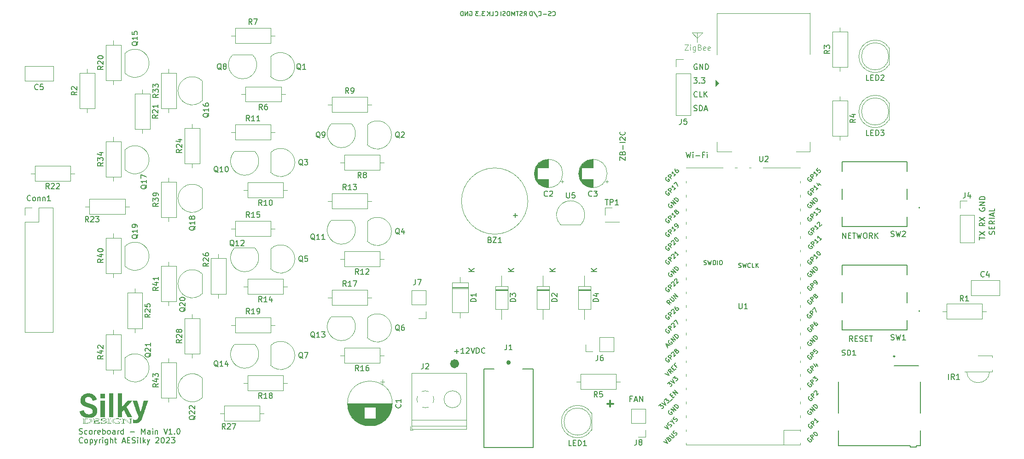
<source format=gbr>
%TF.GenerationSoftware,KiCad,Pcbnew,7.0.2*%
%TF.CreationDate,2023-07-21T23:10:52-07:00*%
%TF.ProjectId,Score-Board,53636f72-652d-4426-9f61-72642e6b6963,1*%
%TF.SameCoordinates,Original*%
%TF.FileFunction,Legend,Top*%
%TF.FilePolarity,Positive*%
%FSLAX46Y46*%
G04 Gerber Fmt 4.6, Leading zero omitted, Abs format (unit mm)*
G04 Created by KiCad (PCBNEW 7.0.2) date 2023-07-21 23:10:52*
%MOMM*%
%LPD*%
G01*
G04 APERTURE LIST*
%ADD10C,0.844914*%
%ADD11C,0.150000*%
%ADD12C,0.187500*%
%ADD13C,0.152400*%
%ADD14C,0.300000*%
%ADD15C,0.100000*%
%ADD16C,0.120000*%
%ADD17C,0.200000*%
%ADD18C,0.240000*%
%ADD19C,0.127000*%
%ADD20C,0.050000*%
%ADD21C,0.400000*%
G04 APERTURE END LIST*
D10*
X122506457Y-107482000D02*
G75*
G03*
X122506457Y-107482000I-422457J0D01*
G01*
D11*
X129545250Y-43299883D02*
X129583350Y-43337983D01*
X129583350Y-43337983D02*
X129697650Y-43376083D01*
X129697650Y-43376083D02*
X129773850Y-43376083D01*
X129773850Y-43376083D02*
X129888150Y-43337983D01*
X129888150Y-43337983D02*
X129964350Y-43261783D01*
X129964350Y-43261783D02*
X130002450Y-43185583D01*
X130002450Y-43185583D02*
X130040550Y-43033183D01*
X130040550Y-43033183D02*
X130040550Y-42918883D01*
X130040550Y-42918883D02*
X130002450Y-42766483D01*
X130002450Y-42766483D02*
X129964350Y-42690283D01*
X129964350Y-42690283D02*
X129888150Y-42614083D01*
X129888150Y-42614083D02*
X129773850Y-42575983D01*
X129773850Y-42575983D02*
X129697650Y-42575983D01*
X129697650Y-42575983D02*
X129583350Y-42614083D01*
X129583350Y-42614083D02*
X129545250Y-42652183D01*
X128821350Y-43376083D02*
X129202350Y-43376083D01*
X129202350Y-43376083D02*
X129202350Y-42575983D01*
X128554650Y-43376083D02*
X128554650Y-42575983D01*
X128097450Y-43376083D02*
X128440350Y-42918883D01*
X128097450Y-42575983D02*
X128554650Y-43033183D01*
X218655041Y-78792094D02*
X218606660Y-78888856D01*
X218606660Y-78888856D02*
X218606660Y-79033999D01*
X218606660Y-79033999D02*
X218655041Y-79179142D01*
X218655041Y-79179142D02*
X218751803Y-79275904D01*
X218751803Y-79275904D02*
X218848565Y-79324285D01*
X218848565Y-79324285D02*
X219042089Y-79372666D01*
X219042089Y-79372666D02*
X219187232Y-79372666D01*
X219187232Y-79372666D02*
X219380756Y-79324285D01*
X219380756Y-79324285D02*
X219477518Y-79275904D01*
X219477518Y-79275904D02*
X219574280Y-79179142D01*
X219574280Y-79179142D02*
X219622660Y-79033999D01*
X219622660Y-79033999D02*
X219622660Y-78937237D01*
X219622660Y-78937237D02*
X219574280Y-78792094D01*
X219574280Y-78792094D02*
X219525899Y-78743713D01*
X219525899Y-78743713D02*
X219187232Y-78743713D01*
X219187232Y-78743713D02*
X219187232Y-78937237D01*
X219622660Y-78308285D02*
X218606660Y-78308285D01*
X218606660Y-78308285D02*
X219622660Y-77727713D01*
X219622660Y-77727713D02*
X218606660Y-77727713D01*
X219622660Y-77243904D02*
X218606660Y-77243904D01*
X218606660Y-77243904D02*
X218606660Y-77001999D01*
X218606660Y-77001999D02*
X218655041Y-76856856D01*
X218655041Y-76856856D02*
X218751803Y-76760094D01*
X218751803Y-76760094D02*
X218848565Y-76711713D01*
X218848565Y-76711713D02*
X219042089Y-76663332D01*
X219042089Y-76663332D02*
X219187232Y-76663332D01*
X219187232Y-76663332D02*
X219380756Y-76711713D01*
X219380756Y-76711713D02*
X219477518Y-76760094D01*
X219477518Y-76760094D02*
X219574280Y-76856856D01*
X219574280Y-76856856D02*
X219622660Y-77001999D01*
X219622660Y-77001999D02*
X219622660Y-77243904D01*
D12*
X154668571Y-113937470D02*
X154329904Y-113937470D01*
X154329904Y-114469660D02*
X154329904Y-113453660D01*
X154329904Y-113453660D02*
X154813714Y-113453660D01*
X155152380Y-114179375D02*
X155636190Y-114179375D01*
X155055618Y-114469660D02*
X155394285Y-113453660D01*
X155394285Y-113453660D02*
X155732952Y-114469660D01*
X156071618Y-114469660D02*
X156071618Y-113453660D01*
X156071618Y-113453660D02*
X156652190Y-114469660D01*
X156652190Y-114469660D02*
X156652190Y-113453660D01*
D11*
X127621200Y-42575983D02*
X127125900Y-42575983D01*
X127125900Y-42575983D02*
X127392600Y-42880783D01*
X127392600Y-42880783D02*
X127278300Y-42880783D01*
X127278300Y-42880783D02*
X127202100Y-42918883D01*
X127202100Y-42918883D02*
X127164000Y-42956983D01*
X127164000Y-42956983D02*
X127125900Y-43033183D01*
X127125900Y-43033183D02*
X127125900Y-43223683D01*
X127125900Y-43223683D02*
X127164000Y-43299883D01*
X127164000Y-43299883D02*
X127202100Y-43337983D01*
X127202100Y-43337983D02*
X127278300Y-43376083D01*
X127278300Y-43376083D02*
X127506900Y-43376083D01*
X127506900Y-43376083D02*
X127583100Y-43337983D01*
X127583100Y-43337983D02*
X127621200Y-43299883D01*
X126783000Y-43299883D02*
X126744900Y-43337983D01*
X126744900Y-43337983D02*
X126783000Y-43376083D01*
X126783000Y-43376083D02*
X126821100Y-43337983D01*
X126821100Y-43337983D02*
X126783000Y-43299883D01*
X126783000Y-43299883D02*
X126783000Y-43376083D01*
X126478200Y-42575983D02*
X125982900Y-42575983D01*
X125982900Y-42575983D02*
X126249600Y-42880783D01*
X126249600Y-42880783D02*
X126135300Y-42880783D01*
X126135300Y-42880783D02*
X126059100Y-42918883D01*
X126059100Y-42918883D02*
X126021000Y-42956983D01*
X126021000Y-42956983D02*
X125982900Y-43033183D01*
X125982900Y-43033183D02*
X125982900Y-43223683D01*
X125982900Y-43223683D02*
X126021000Y-43299883D01*
X126021000Y-43299883D02*
X126059100Y-43337983D01*
X126059100Y-43337983D02*
X126135300Y-43376083D01*
X126135300Y-43376083D02*
X126363900Y-43376083D01*
X126363900Y-43376083D02*
X126440100Y-43337983D01*
X126440100Y-43337983D02*
X126478200Y-43299883D01*
X219622660Y-81489332D02*
X219138851Y-81827999D01*
X219622660Y-82069904D02*
X218606660Y-82069904D01*
X218606660Y-82069904D02*
X218606660Y-81682856D01*
X218606660Y-81682856D02*
X218655041Y-81586094D01*
X218655041Y-81586094D02*
X218703422Y-81537713D01*
X218703422Y-81537713D02*
X218800184Y-81489332D01*
X218800184Y-81489332D02*
X218945327Y-81489332D01*
X218945327Y-81489332D02*
X219042089Y-81537713D01*
X219042089Y-81537713D02*
X219090470Y-81586094D01*
X219090470Y-81586094D02*
X219138851Y-81682856D01*
X219138851Y-81682856D02*
X219138851Y-82069904D01*
X218606660Y-81150666D02*
X219622660Y-80473332D01*
X218606660Y-80473332D02*
X219622660Y-81150666D01*
X140111650Y-43299883D02*
X140149750Y-43337983D01*
X140149750Y-43337983D02*
X140264050Y-43376083D01*
X140264050Y-43376083D02*
X140340250Y-43376083D01*
X140340250Y-43376083D02*
X140454550Y-43337983D01*
X140454550Y-43337983D02*
X140530750Y-43261783D01*
X140530750Y-43261783D02*
X140568850Y-43185583D01*
X140568850Y-43185583D02*
X140606950Y-43033183D01*
X140606950Y-43033183D02*
X140606950Y-42918883D01*
X140606950Y-42918883D02*
X140568850Y-42766483D01*
X140568850Y-42766483D02*
X140530750Y-42690283D01*
X140530750Y-42690283D02*
X140454550Y-42614083D01*
X140454550Y-42614083D02*
X140340250Y-42575983D01*
X140340250Y-42575983D02*
X140264050Y-42575983D01*
X140264050Y-42575983D02*
X140149750Y-42614083D01*
X140149750Y-42614083D02*
X140111650Y-42652183D01*
X139806850Y-43337983D02*
X139692550Y-43376083D01*
X139692550Y-43376083D02*
X139502050Y-43376083D01*
X139502050Y-43376083D02*
X139425850Y-43337983D01*
X139425850Y-43337983D02*
X139387750Y-43299883D01*
X139387750Y-43299883D02*
X139349650Y-43223683D01*
X139349650Y-43223683D02*
X139349650Y-43147483D01*
X139349650Y-43147483D02*
X139387750Y-43071283D01*
X139387750Y-43071283D02*
X139425850Y-43033183D01*
X139425850Y-43033183D02*
X139502050Y-42995083D01*
X139502050Y-42995083D02*
X139654450Y-42956983D01*
X139654450Y-42956983D02*
X139730650Y-42918883D01*
X139730650Y-42918883D02*
X139768750Y-42880783D01*
X139768750Y-42880783D02*
X139806850Y-42804583D01*
X139806850Y-42804583D02*
X139806850Y-42728383D01*
X139806850Y-42728383D02*
X139768750Y-42652183D01*
X139768750Y-42652183D02*
X139730650Y-42614083D01*
X139730650Y-42614083D02*
X139654450Y-42575983D01*
X139654450Y-42575983D02*
X139463950Y-42575983D01*
X139463950Y-42575983D02*
X139349650Y-42614083D01*
X139006750Y-43071283D02*
X138397150Y-43071283D01*
X166089476Y-60830000D02*
X166232333Y-60877619D01*
X166232333Y-60877619D02*
X166470428Y-60877619D01*
X166470428Y-60877619D02*
X166565666Y-60830000D01*
X166565666Y-60830000D02*
X166613285Y-60782380D01*
X166613285Y-60782380D02*
X166660904Y-60687142D01*
X166660904Y-60687142D02*
X166660904Y-60591904D01*
X166660904Y-60591904D02*
X166613285Y-60496666D01*
X166613285Y-60496666D02*
X166565666Y-60449047D01*
X166565666Y-60449047D02*
X166470428Y-60401428D01*
X166470428Y-60401428D02*
X166279952Y-60353809D01*
X166279952Y-60353809D02*
X166184714Y-60306190D01*
X166184714Y-60306190D02*
X166137095Y-60258571D01*
X166137095Y-60258571D02*
X166089476Y-60163333D01*
X166089476Y-60163333D02*
X166089476Y-60068095D01*
X166089476Y-60068095D02*
X166137095Y-59972857D01*
X166137095Y-59972857D02*
X166184714Y-59925238D01*
X166184714Y-59925238D02*
X166279952Y-59877619D01*
X166279952Y-59877619D02*
X166518047Y-59877619D01*
X166518047Y-59877619D02*
X166660904Y-59925238D01*
X167089476Y-60877619D02*
X167089476Y-59877619D01*
X167089476Y-59877619D02*
X167327571Y-59877619D01*
X167327571Y-59877619D02*
X167470428Y-59925238D01*
X167470428Y-59925238D02*
X167565666Y-60020476D01*
X167565666Y-60020476D02*
X167613285Y-60115714D01*
X167613285Y-60115714D02*
X167660904Y-60306190D01*
X167660904Y-60306190D02*
X167660904Y-60449047D01*
X167660904Y-60449047D02*
X167613285Y-60639523D01*
X167613285Y-60639523D02*
X167565666Y-60734761D01*
X167565666Y-60734761D02*
X167470428Y-60830000D01*
X167470428Y-60830000D02*
X167327571Y-60877619D01*
X167327571Y-60877619D02*
X167089476Y-60877619D01*
X168041857Y-60591904D02*
X168518047Y-60591904D01*
X167946619Y-60877619D02*
X168279952Y-59877619D01*
X168279952Y-59877619D02*
X168613285Y-60877619D01*
X137514500Y-43299883D02*
X137552600Y-43337983D01*
X137552600Y-43337983D02*
X137666900Y-43376083D01*
X137666900Y-43376083D02*
X137743100Y-43376083D01*
X137743100Y-43376083D02*
X137857400Y-43337983D01*
X137857400Y-43337983D02*
X137933600Y-43261783D01*
X137933600Y-43261783D02*
X137971700Y-43185583D01*
X137971700Y-43185583D02*
X138009800Y-43033183D01*
X138009800Y-43033183D02*
X138009800Y-42918883D01*
X138009800Y-42918883D02*
X137971700Y-42766483D01*
X137971700Y-42766483D02*
X137933600Y-42690283D01*
X137933600Y-42690283D02*
X137857400Y-42614083D01*
X137857400Y-42614083D02*
X137743100Y-42575983D01*
X137743100Y-42575983D02*
X137666900Y-42575983D01*
X137666900Y-42575983D02*
X137552600Y-42614083D01*
X137552600Y-42614083D02*
X137514500Y-42652183D01*
X136600100Y-42537883D02*
X137285900Y-43566583D01*
X136333400Y-43376083D02*
X136333400Y-42575983D01*
X136333400Y-42575983D02*
X136142900Y-42575983D01*
X136142900Y-42575983D02*
X136028600Y-42614083D01*
X136028600Y-42614083D02*
X135952400Y-42690283D01*
X135952400Y-42690283D02*
X135914300Y-42766483D01*
X135914300Y-42766483D02*
X135876200Y-42918883D01*
X135876200Y-42918883D02*
X135876200Y-43033183D01*
X135876200Y-43033183D02*
X135914300Y-43185583D01*
X135914300Y-43185583D02*
X135952400Y-43261783D01*
X135952400Y-43261783D02*
X136028600Y-43337983D01*
X136028600Y-43337983D02*
X136142900Y-43376083D01*
X136142900Y-43376083D02*
X136333400Y-43376083D01*
D12*
X164647142Y-68495660D02*
X164889047Y-69511660D01*
X164889047Y-69511660D02*
X165082571Y-68785946D01*
X165082571Y-68785946D02*
X165276095Y-69511660D01*
X165276095Y-69511660D02*
X165518000Y-68495660D01*
X165905047Y-69511660D02*
X165905047Y-68834327D01*
X165905047Y-68495660D02*
X165856666Y-68544041D01*
X165856666Y-68544041D02*
X165905047Y-68592422D01*
X165905047Y-68592422D02*
X165953428Y-68544041D01*
X165953428Y-68544041D02*
X165905047Y-68495660D01*
X165905047Y-68495660D02*
X165905047Y-68592422D01*
X166388857Y-69124613D02*
X167162953Y-69124613D01*
X167985429Y-68979470D02*
X167646762Y-68979470D01*
X167646762Y-69511660D02*
X167646762Y-68495660D01*
X167646762Y-68495660D02*
X168130572Y-68495660D01*
X168517619Y-69511660D02*
X168517619Y-68834327D01*
X168517619Y-68495660D02*
X168469238Y-68544041D01*
X168469238Y-68544041D02*
X168517619Y-68592422D01*
X168517619Y-68592422D02*
X168566000Y-68544041D01*
X168566000Y-68544041D02*
X168517619Y-68495660D01*
X168517619Y-68495660D02*
X168517619Y-68592422D01*
D11*
X133120300Y-43376083D02*
X133120300Y-42575983D01*
X133120300Y-42575983D02*
X132853600Y-43147483D01*
X132853600Y-43147483D02*
X132586900Y-42575983D01*
X132586900Y-42575983D02*
X132586900Y-43376083D01*
X132053500Y-42575983D02*
X131901100Y-42575983D01*
X131901100Y-42575983D02*
X131824900Y-42614083D01*
X131824900Y-42614083D02*
X131748700Y-42690283D01*
X131748700Y-42690283D02*
X131710600Y-42842683D01*
X131710600Y-42842683D02*
X131710600Y-43109383D01*
X131710600Y-43109383D02*
X131748700Y-43261783D01*
X131748700Y-43261783D02*
X131824900Y-43337983D01*
X131824900Y-43337983D02*
X131901100Y-43376083D01*
X131901100Y-43376083D02*
X132053500Y-43376083D01*
X132053500Y-43376083D02*
X132129700Y-43337983D01*
X132129700Y-43337983D02*
X132205900Y-43261783D01*
X132205900Y-43261783D02*
X132244000Y-43109383D01*
X132244000Y-43109383D02*
X132244000Y-42842683D01*
X132244000Y-42842683D02*
X132205900Y-42690283D01*
X132205900Y-42690283D02*
X132129700Y-42614083D01*
X132129700Y-42614083D02*
X132053500Y-42575983D01*
X131405800Y-43337983D02*
X131291500Y-43376083D01*
X131291500Y-43376083D02*
X131101000Y-43376083D01*
X131101000Y-43376083D02*
X131024800Y-43337983D01*
X131024800Y-43337983D02*
X130986700Y-43299883D01*
X130986700Y-43299883D02*
X130948600Y-43223683D01*
X130948600Y-43223683D02*
X130948600Y-43147483D01*
X130948600Y-43147483D02*
X130986700Y-43071283D01*
X130986700Y-43071283D02*
X131024800Y-43033183D01*
X131024800Y-43033183D02*
X131101000Y-42995083D01*
X131101000Y-42995083D02*
X131253400Y-42956983D01*
X131253400Y-42956983D02*
X131329600Y-42918883D01*
X131329600Y-42918883D02*
X131367700Y-42880783D01*
X131367700Y-42880783D02*
X131405800Y-42804583D01*
X131405800Y-42804583D02*
X131405800Y-42728383D01*
X131405800Y-42728383D02*
X131367700Y-42652183D01*
X131367700Y-42652183D02*
X131329600Y-42614083D01*
X131329600Y-42614083D02*
X131253400Y-42575983D01*
X131253400Y-42575983D02*
X131062900Y-42575983D01*
X131062900Y-42575983D02*
X130948600Y-42614083D01*
X130605700Y-43376083D02*
X130605700Y-42575983D01*
X152457619Y-70016665D02*
X152457619Y-69349999D01*
X152457619Y-69349999D02*
X153457619Y-70016665D01*
X153457619Y-70016665D02*
X153457619Y-69349999D01*
X152933809Y-68635713D02*
X152981428Y-68492856D01*
X152981428Y-68492856D02*
X153029047Y-68445237D01*
X153029047Y-68445237D02*
X153124285Y-68397618D01*
X153124285Y-68397618D02*
X153267142Y-68397618D01*
X153267142Y-68397618D02*
X153362380Y-68445237D01*
X153362380Y-68445237D02*
X153410000Y-68492856D01*
X153410000Y-68492856D02*
X153457619Y-68588094D01*
X153457619Y-68588094D02*
X153457619Y-68969046D01*
X153457619Y-68969046D02*
X152457619Y-68969046D01*
X152457619Y-68969046D02*
X152457619Y-68635713D01*
X152457619Y-68635713D02*
X152505238Y-68540475D01*
X152505238Y-68540475D02*
X152552857Y-68492856D01*
X152552857Y-68492856D02*
X152648095Y-68445237D01*
X152648095Y-68445237D02*
X152743333Y-68445237D01*
X152743333Y-68445237D02*
X152838571Y-68492856D01*
X152838571Y-68492856D02*
X152886190Y-68540475D01*
X152886190Y-68540475D02*
X152933809Y-68635713D01*
X152933809Y-68635713D02*
X152933809Y-68969046D01*
X153076666Y-67969046D02*
X153076666Y-67207142D01*
X153457619Y-66730951D02*
X152457619Y-66730951D01*
X152552857Y-66302380D02*
X152505238Y-66254761D01*
X152505238Y-66254761D02*
X152457619Y-66159523D01*
X152457619Y-66159523D02*
X152457619Y-65921428D01*
X152457619Y-65921428D02*
X152505238Y-65826190D01*
X152505238Y-65826190D02*
X152552857Y-65778571D01*
X152552857Y-65778571D02*
X152648095Y-65730952D01*
X152648095Y-65730952D02*
X152743333Y-65730952D01*
X152743333Y-65730952D02*
X152886190Y-65778571D01*
X152886190Y-65778571D02*
X153457619Y-66349999D01*
X153457619Y-66349999D02*
X153457619Y-65730952D01*
X153362380Y-64730952D02*
X153410000Y-64778571D01*
X153410000Y-64778571D02*
X153457619Y-64921428D01*
X153457619Y-64921428D02*
X153457619Y-65016666D01*
X153457619Y-65016666D02*
X153410000Y-65159523D01*
X153410000Y-65159523D02*
X153314761Y-65254761D01*
X153314761Y-65254761D02*
X153219523Y-65302380D01*
X153219523Y-65302380D02*
X153029047Y-65349999D01*
X153029047Y-65349999D02*
X152886190Y-65349999D01*
X152886190Y-65349999D02*
X152695714Y-65302380D01*
X152695714Y-65302380D02*
X152600476Y-65254761D01*
X152600476Y-65254761D02*
X152505238Y-65159523D01*
X152505238Y-65159523D02*
X152457619Y-65016666D01*
X152457619Y-65016666D02*
X152457619Y-64921428D01*
X152457619Y-64921428D02*
X152505238Y-64778571D01*
X152505238Y-64778571D02*
X152552857Y-64730952D01*
X124852600Y-42614083D02*
X124928800Y-42575983D01*
X124928800Y-42575983D02*
X125043100Y-42575983D01*
X125043100Y-42575983D02*
X125157400Y-42614083D01*
X125157400Y-42614083D02*
X125233600Y-42690283D01*
X125233600Y-42690283D02*
X125271700Y-42766483D01*
X125271700Y-42766483D02*
X125309800Y-42918883D01*
X125309800Y-42918883D02*
X125309800Y-43033183D01*
X125309800Y-43033183D02*
X125271700Y-43185583D01*
X125271700Y-43185583D02*
X125233600Y-43261783D01*
X125233600Y-43261783D02*
X125157400Y-43337983D01*
X125157400Y-43337983D02*
X125043100Y-43376083D01*
X125043100Y-43376083D02*
X124966900Y-43376083D01*
X124966900Y-43376083D02*
X124852600Y-43337983D01*
X124852600Y-43337983D02*
X124814500Y-43299883D01*
X124814500Y-43299883D02*
X124814500Y-43033183D01*
X124814500Y-43033183D02*
X124966900Y-43033183D01*
X124471600Y-43376083D02*
X124471600Y-42575983D01*
X124471600Y-42575983D02*
X124014400Y-43376083D01*
X124014400Y-43376083D02*
X124014400Y-42575983D01*
X123633400Y-43376083D02*
X123633400Y-42575983D01*
X123633400Y-42575983D02*
X123442900Y-42575983D01*
X123442900Y-42575983D02*
X123328600Y-42614083D01*
X123328600Y-42614083D02*
X123252400Y-42690283D01*
X123252400Y-42690283D02*
X123214300Y-42766483D01*
X123214300Y-42766483D02*
X123176200Y-42918883D01*
X123176200Y-42918883D02*
X123176200Y-43033183D01*
X123176200Y-43033183D02*
X123214300Y-43185583D01*
X123214300Y-43185583D02*
X123252400Y-43261783D01*
X123252400Y-43261783D02*
X123328600Y-43337983D01*
X123328600Y-43337983D02*
X123442900Y-43376083D01*
X123442900Y-43376083D02*
X123633400Y-43376083D01*
X166660904Y-52305238D02*
X166565666Y-52257619D01*
X166565666Y-52257619D02*
X166422809Y-52257619D01*
X166422809Y-52257619D02*
X166279952Y-52305238D01*
X166279952Y-52305238D02*
X166184714Y-52400476D01*
X166184714Y-52400476D02*
X166137095Y-52495714D01*
X166137095Y-52495714D02*
X166089476Y-52686190D01*
X166089476Y-52686190D02*
X166089476Y-52829047D01*
X166089476Y-52829047D02*
X166137095Y-53019523D01*
X166137095Y-53019523D02*
X166184714Y-53114761D01*
X166184714Y-53114761D02*
X166279952Y-53210000D01*
X166279952Y-53210000D02*
X166422809Y-53257619D01*
X166422809Y-53257619D02*
X166518047Y-53257619D01*
X166518047Y-53257619D02*
X166660904Y-53210000D01*
X166660904Y-53210000D02*
X166708523Y-53162380D01*
X166708523Y-53162380D02*
X166708523Y-52829047D01*
X166708523Y-52829047D02*
X166518047Y-52829047D01*
X167137095Y-53257619D02*
X167137095Y-52257619D01*
X167137095Y-52257619D02*
X167708523Y-53257619D01*
X167708523Y-53257619D02*
X167708523Y-52257619D01*
X168184714Y-53257619D02*
X168184714Y-52257619D01*
X168184714Y-52257619D02*
X168422809Y-52257619D01*
X168422809Y-52257619D02*
X168565666Y-52305238D01*
X168565666Y-52305238D02*
X168660904Y-52400476D01*
X168660904Y-52400476D02*
X168708523Y-52495714D01*
X168708523Y-52495714D02*
X168756142Y-52686190D01*
X168756142Y-52686190D02*
X168756142Y-52829047D01*
X168756142Y-52829047D02*
X168708523Y-53019523D01*
X168708523Y-53019523D02*
X168660904Y-53114761D01*
X168660904Y-53114761D02*
X168565666Y-53210000D01*
X168565666Y-53210000D02*
X168422809Y-53257619D01*
X168422809Y-53257619D02*
X168184714Y-53257619D01*
X122068095Y-105192752D02*
X122830000Y-105192752D01*
X122449047Y-105573705D02*
X122449047Y-104811800D01*
X123829999Y-105573705D02*
X123258571Y-105573705D01*
X123544285Y-105573705D02*
X123544285Y-104573705D01*
X123544285Y-104573705D02*
X123449047Y-104716562D01*
X123449047Y-104716562D02*
X123353809Y-104811800D01*
X123353809Y-104811800D02*
X123258571Y-104859419D01*
X124210952Y-104668943D02*
X124258571Y-104621324D01*
X124258571Y-104621324D02*
X124353809Y-104573705D01*
X124353809Y-104573705D02*
X124591904Y-104573705D01*
X124591904Y-104573705D02*
X124687142Y-104621324D01*
X124687142Y-104621324D02*
X124734761Y-104668943D01*
X124734761Y-104668943D02*
X124782380Y-104764181D01*
X124782380Y-104764181D02*
X124782380Y-104859419D01*
X124782380Y-104859419D02*
X124734761Y-105002276D01*
X124734761Y-105002276D02*
X124163333Y-105573705D01*
X124163333Y-105573705D02*
X124782380Y-105573705D01*
X125068095Y-104573705D02*
X125401428Y-105573705D01*
X125401428Y-105573705D02*
X125734761Y-104573705D01*
X126068095Y-105573705D02*
X126068095Y-104573705D01*
X126068095Y-104573705D02*
X126306190Y-104573705D01*
X126306190Y-104573705D02*
X126449047Y-104621324D01*
X126449047Y-104621324D02*
X126544285Y-104716562D01*
X126544285Y-104716562D02*
X126591904Y-104811800D01*
X126591904Y-104811800D02*
X126639523Y-105002276D01*
X126639523Y-105002276D02*
X126639523Y-105145133D01*
X126639523Y-105145133D02*
X126591904Y-105335609D01*
X126591904Y-105335609D02*
X126544285Y-105430847D01*
X126544285Y-105430847D02*
X126449047Y-105526086D01*
X126449047Y-105526086D02*
X126306190Y-105573705D01*
X126306190Y-105573705D02*
X126068095Y-105573705D01*
X127639523Y-105478466D02*
X127591904Y-105526086D01*
X127591904Y-105526086D02*
X127449047Y-105573705D01*
X127449047Y-105573705D02*
X127353809Y-105573705D01*
X127353809Y-105573705D02*
X127210952Y-105526086D01*
X127210952Y-105526086D02*
X127115714Y-105430847D01*
X127115714Y-105430847D02*
X127068095Y-105335609D01*
X127068095Y-105335609D02*
X127020476Y-105145133D01*
X127020476Y-105145133D02*
X127020476Y-105002276D01*
X127020476Y-105002276D02*
X127068095Y-104811800D01*
X127068095Y-104811800D02*
X127115714Y-104716562D01*
X127115714Y-104716562D02*
X127210952Y-104621324D01*
X127210952Y-104621324D02*
X127353809Y-104573705D01*
X127353809Y-104573705D02*
X127449047Y-104573705D01*
X127449047Y-104573705D02*
X127591904Y-104621324D01*
X127591904Y-104621324D02*
X127639523Y-104668943D01*
X166708523Y-58242380D02*
X166660904Y-58290000D01*
X166660904Y-58290000D02*
X166518047Y-58337619D01*
X166518047Y-58337619D02*
X166422809Y-58337619D01*
X166422809Y-58337619D02*
X166279952Y-58290000D01*
X166279952Y-58290000D02*
X166184714Y-58194761D01*
X166184714Y-58194761D02*
X166137095Y-58099523D01*
X166137095Y-58099523D02*
X166089476Y-57909047D01*
X166089476Y-57909047D02*
X166089476Y-57766190D01*
X166089476Y-57766190D02*
X166137095Y-57575714D01*
X166137095Y-57575714D02*
X166184714Y-57480476D01*
X166184714Y-57480476D02*
X166279952Y-57385238D01*
X166279952Y-57385238D02*
X166422809Y-57337619D01*
X166422809Y-57337619D02*
X166518047Y-57337619D01*
X166518047Y-57337619D02*
X166660904Y-57385238D01*
X166660904Y-57385238D02*
X166708523Y-57432857D01*
X167613285Y-58337619D02*
X167137095Y-58337619D01*
X167137095Y-58337619D02*
X167137095Y-57337619D01*
X167946619Y-58337619D02*
X167946619Y-57337619D01*
X168518047Y-58337619D02*
X168089476Y-57766190D01*
X168518047Y-57337619D02*
X167946619Y-57909047D01*
D13*
X53062523Y-120395360D02*
X53207666Y-120443740D01*
X53207666Y-120443740D02*
X53449571Y-120443740D01*
X53449571Y-120443740D02*
X53546333Y-120395360D01*
X53546333Y-120395360D02*
X53594714Y-120346979D01*
X53594714Y-120346979D02*
X53643095Y-120250217D01*
X53643095Y-120250217D02*
X53643095Y-120153455D01*
X53643095Y-120153455D02*
X53594714Y-120056693D01*
X53594714Y-120056693D02*
X53546333Y-120008312D01*
X53546333Y-120008312D02*
X53449571Y-119959931D01*
X53449571Y-119959931D02*
X53256047Y-119911550D01*
X53256047Y-119911550D02*
X53159285Y-119863169D01*
X53159285Y-119863169D02*
X53110904Y-119814788D01*
X53110904Y-119814788D02*
X53062523Y-119718026D01*
X53062523Y-119718026D02*
X53062523Y-119621264D01*
X53062523Y-119621264D02*
X53110904Y-119524502D01*
X53110904Y-119524502D02*
X53159285Y-119476121D01*
X53159285Y-119476121D02*
X53256047Y-119427740D01*
X53256047Y-119427740D02*
X53497952Y-119427740D01*
X53497952Y-119427740D02*
X53643095Y-119476121D01*
X54513952Y-120395360D02*
X54417190Y-120443740D01*
X54417190Y-120443740D02*
X54223666Y-120443740D01*
X54223666Y-120443740D02*
X54126904Y-120395360D01*
X54126904Y-120395360D02*
X54078523Y-120346979D01*
X54078523Y-120346979D02*
X54030142Y-120250217D01*
X54030142Y-120250217D02*
X54030142Y-119959931D01*
X54030142Y-119959931D02*
X54078523Y-119863169D01*
X54078523Y-119863169D02*
X54126904Y-119814788D01*
X54126904Y-119814788D02*
X54223666Y-119766407D01*
X54223666Y-119766407D02*
X54417190Y-119766407D01*
X54417190Y-119766407D02*
X54513952Y-119814788D01*
X55094523Y-120443740D02*
X54997761Y-120395360D01*
X54997761Y-120395360D02*
X54949380Y-120346979D01*
X54949380Y-120346979D02*
X54900999Y-120250217D01*
X54900999Y-120250217D02*
X54900999Y-119959931D01*
X54900999Y-119959931D02*
X54949380Y-119863169D01*
X54949380Y-119863169D02*
X54997761Y-119814788D01*
X54997761Y-119814788D02*
X55094523Y-119766407D01*
X55094523Y-119766407D02*
X55239666Y-119766407D01*
X55239666Y-119766407D02*
X55336428Y-119814788D01*
X55336428Y-119814788D02*
X55384809Y-119863169D01*
X55384809Y-119863169D02*
X55433190Y-119959931D01*
X55433190Y-119959931D02*
X55433190Y-120250217D01*
X55433190Y-120250217D02*
X55384809Y-120346979D01*
X55384809Y-120346979D02*
X55336428Y-120395360D01*
X55336428Y-120395360D02*
X55239666Y-120443740D01*
X55239666Y-120443740D02*
X55094523Y-120443740D01*
X55868618Y-120443740D02*
X55868618Y-119766407D01*
X55868618Y-119959931D02*
X55916999Y-119863169D01*
X55916999Y-119863169D02*
X55965380Y-119814788D01*
X55965380Y-119814788D02*
X56062142Y-119766407D01*
X56062142Y-119766407D02*
X56158904Y-119766407D01*
X56884618Y-120395360D02*
X56787856Y-120443740D01*
X56787856Y-120443740D02*
X56594332Y-120443740D01*
X56594332Y-120443740D02*
X56497570Y-120395360D01*
X56497570Y-120395360D02*
X56449189Y-120298598D01*
X56449189Y-120298598D02*
X56449189Y-119911550D01*
X56449189Y-119911550D02*
X56497570Y-119814788D01*
X56497570Y-119814788D02*
X56594332Y-119766407D01*
X56594332Y-119766407D02*
X56787856Y-119766407D01*
X56787856Y-119766407D02*
X56884618Y-119814788D01*
X56884618Y-119814788D02*
X56932999Y-119911550D01*
X56932999Y-119911550D02*
X56932999Y-120008312D01*
X56932999Y-120008312D02*
X56449189Y-120105074D01*
X57368427Y-120443740D02*
X57368427Y-119427740D01*
X57368427Y-119814788D02*
X57465189Y-119766407D01*
X57465189Y-119766407D02*
X57658713Y-119766407D01*
X57658713Y-119766407D02*
X57755475Y-119814788D01*
X57755475Y-119814788D02*
X57803856Y-119863169D01*
X57803856Y-119863169D02*
X57852237Y-119959931D01*
X57852237Y-119959931D02*
X57852237Y-120250217D01*
X57852237Y-120250217D02*
X57803856Y-120346979D01*
X57803856Y-120346979D02*
X57755475Y-120395360D01*
X57755475Y-120395360D02*
X57658713Y-120443740D01*
X57658713Y-120443740D02*
X57465189Y-120443740D01*
X57465189Y-120443740D02*
X57368427Y-120395360D01*
X58432808Y-120443740D02*
X58336046Y-120395360D01*
X58336046Y-120395360D02*
X58287665Y-120346979D01*
X58287665Y-120346979D02*
X58239284Y-120250217D01*
X58239284Y-120250217D02*
X58239284Y-119959931D01*
X58239284Y-119959931D02*
X58287665Y-119863169D01*
X58287665Y-119863169D02*
X58336046Y-119814788D01*
X58336046Y-119814788D02*
X58432808Y-119766407D01*
X58432808Y-119766407D02*
X58577951Y-119766407D01*
X58577951Y-119766407D02*
X58674713Y-119814788D01*
X58674713Y-119814788D02*
X58723094Y-119863169D01*
X58723094Y-119863169D02*
X58771475Y-119959931D01*
X58771475Y-119959931D02*
X58771475Y-120250217D01*
X58771475Y-120250217D02*
X58723094Y-120346979D01*
X58723094Y-120346979D02*
X58674713Y-120395360D01*
X58674713Y-120395360D02*
X58577951Y-120443740D01*
X58577951Y-120443740D02*
X58432808Y-120443740D01*
X59642332Y-120443740D02*
X59642332Y-119911550D01*
X59642332Y-119911550D02*
X59593951Y-119814788D01*
X59593951Y-119814788D02*
X59497189Y-119766407D01*
X59497189Y-119766407D02*
X59303665Y-119766407D01*
X59303665Y-119766407D02*
X59206903Y-119814788D01*
X59642332Y-120395360D02*
X59545570Y-120443740D01*
X59545570Y-120443740D02*
X59303665Y-120443740D01*
X59303665Y-120443740D02*
X59206903Y-120395360D01*
X59206903Y-120395360D02*
X59158522Y-120298598D01*
X59158522Y-120298598D02*
X59158522Y-120201836D01*
X59158522Y-120201836D02*
X59206903Y-120105074D01*
X59206903Y-120105074D02*
X59303665Y-120056693D01*
X59303665Y-120056693D02*
X59545570Y-120056693D01*
X59545570Y-120056693D02*
X59642332Y-120008312D01*
X60126141Y-120443740D02*
X60126141Y-119766407D01*
X60126141Y-119959931D02*
X60174522Y-119863169D01*
X60174522Y-119863169D02*
X60222903Y-119814788D01*
X60222903Y-119814788D02*
X60319665Y-119766407D01*
X60319665Y-119766407D02*
X60416427Y-119766407D01*
X61190522Y-120443740D02*
X61190522Y-119427740D01*
X61190522Y-120395360D02*
X61093760Y-120443740D01*
X61093760Y-120443740D02*
X60900236Y-120443740D01*
X60900236Y-120443740D02*
X60803474Y-120395360D01*
X60803474Y-120395360D02*
X60755093Y-120346979D01*
X60755093Y-120346979D02*
X60706712Y-120250217D01*
X60706712Y-120250217D02*
X60706712Y-119959931D01*
X60706712Y-119959931D02*
X60755093Y-119863169D01*
X60755093Y-119863169D02*
X60803474Y-119814788D01*
X60803474Y-119814788D02*
X60900236Y-119766407D01*
X60900236Y-119766407D02*
X61093760Y-119766407D01*
X61093760Y-119766407D02*
X61190522Y-119814788D01*
X62448426Y-120056693D02*
X63222522Y-120056693D01*
X64480426Y-120443740D02*
X64480426Y-119427740D01*
X64480426Y-119427740D02*
X64819093Y-120153455D01*
X64819093Y-120153455D02*
X65157760Y-119427740D01*
X65157760Y-119427740D02*
X65157760Y-120443740D01*
X66076998Y-120443740D02*
X66076998Y-119911550D01*
X66076998Y-119911550D02*
X66028617Y-119814788D01*
X66028617Y-119814788D02*
X65931855Y-119766407D01*
X65931855Y-119766407D02*
X65738331Y-119766407D01*
X65738331Y-119766407D02*
X65641569Y-119814788D01*
X66076998Y-120395360D02*
X65980236Y-120443740D01*
X65980236Y-120443740D02*
X65738331Y-120443740D01*
X65738331Y-120443740D02*
X65641569Y-120395360D01*
X65641569Y-120395360D02*
X65593188Y-120298598D01*
X65593188Y-120298598D02*
X65593188Y-120201836D01*
X65593188Y-120201836D02*
X65641569Y-120105074D01*
X65641569Y-120105074D02*
X65738331Y-120056693D01*
X65738331Y-120056693D02*
X65980236Y-120056693D01*
X65980236Y-120056693D02*
X66076998Y-120008312D01*
X66560807Y-120443740D02*
X66560807Y-119766407D01*
X66560807Y-119427740D02*
X66512426Y-119476121D01*
X66512426Y-119476121D02*
X66560807Y-119524502D01*
X66560807Y-119524502D02*
X66609188Y-119476121D01*
X66609188Y-119476121D02*
X66560807Y-119427740D01*
X66560807Y-119427740D02*
X66560807Y-119524502D01*
X67044617Y-119766407D02*
X67044617Y-120443740D01*
X67044617Y-119863169D02*
X67092998Y-119814788D01*
X67092998Y-119814788D02*
X67189760Y-119766407D01*
X67189760Y-119766407D02*
X67334903Y-119766407D01*
X67334903Y-119766407D02*
X67431665Y-119814788D01*
X67431665Y-119814788D02*
X67480046Y-119911550D01*
X67480046Y-119911550D02*
X67480046Y-120443740D01*
X68592807Y-119427740D02*
X68931474Y-120443740D01*
X68931474Y-120443740D02*
X69270141Y-119427740D01*
X70140998Y-120443740D02*
X69560426Y-120443740D01*
X69850712Y-120443740D02*
X69850712Y-119427740D01*
X69850712Y-119427740D02*
X69753950Y-119572883D01*
X69753950Y-119572883D02*
X69657188Y-119669645D01*
X69657188Y-119669645D02*
X69560426Y-119718026D01*
X70576426Y-120346979D02*
X70624807Y-120395360D01*
X70624807Y-120395360D02*
X70576426Y-120443740D01*
X70576426Y-120443740D02*
X70528045Y-120395360D01*
X70528045Y-120395360D02*
X70576426Y-120346979D01*
X70576426Y-120346979D02*
X70576426Y-120443740D01*
X71253760Y-119427740D02*
X71350522Y-119427740D01*
X71350522Y-119427740D02*
X71447284Y-119476121D01*
X71447284Y-119476121D02*
X71495665Y-119524502D01*
X71495665Y-119524502D02*
X71544046Y-119621264D01*
X71544046Y-119621264D02*
X71592427Y-119814788D01*
X71592427Y-119814788D02*
X71592427Y-120056693D01*
X71592427Y-120056693D02*
X71544046Y-120250217D01*
X71544046Y-120250217D02*
X71495665Y-120346979D01*
X71495665Y-120346979D02*
X71447284Y-120395360D01*
X71447284Y-120395360D02*
X71350522Y-120443740D01*
X71350522Y-120443740D02*
X71253760Y-120443740D01*
X71253760Y-120443740D02*
X71156998Y-120395360D01*
X71156998Y-120395360D02*
X71108617Y-120346979D01*
X71108617Y-120346979D02*
X71060236Y-120250217D01*
X71060236Y-120250217D02*
X71011855Y-120056693D01*
X71011855Y-120056693D02*
X71011855Y-119814788D01*
X71011855Y-119814788D02*
X71060236Y-119621264D01*
X71060236Y-119621264D02*
X71108617Y-119524502D01*
X71108617Y-119524502D02*
X71156998Y-119476121D01*
X71156998Y-119476121D02*
X71253760Y-119427740D01*
X53691476Y-121992899D02*
X53643095Y-122041280D01*
X53643095Y-122041280D02*
X53497952Y-122089660D01*
X53497952Y-122089660D02*
X53401190Y-122089660D01*
X53401190Y-122089660D02*
X53256047Y-122041280D01*
X53256047Y-122041280D02*
X53159285Y-121944518D01*
X53159285Y-121944518D02*
X53110904Y-121847756D01*
X53110904Y-121847756D02*
X53062523Y-121654232D01*
X53062523Y-121654232D02*
X53062523Y-121509089D01*
X53062523Y-121509089D02*
X53110904Y-121315565D01*
X53110904Y-121315565D02*
X53159285Y-121218803D01*
X53159285Y-121218803D02*
X53256047Y-121122041D01*
X53256047Y-121122041D02*
X53401190Y-121073660D01*
X53401190Y-121073660D02*
X53497952Y-121073660D01*
X53497952Y-121073660D02*
X53643095Y-121122041D01*
X53643095Y-121122041D02*
X53691476Y-121170422D01*
X54272047Y-122089660D02*
X54175285Y-122041280D01*
X54175285Y-122041280D02*
X54126904Y-121992899D01*
X54126904Y-121992899D02*
X54078523Y-121896137D01*
X54078523Y-121896137D02*
X54078523Y-121605851D01*
X54078523Y-121605851D02*
X54126904Y-121509089D01*
X54126904Y-121509089D02*
X54175285Y-121460708D01*
X54175285Y-121460708D02*
X54272047Y-121412327D01*
X54272047Y-121412327D02*
X54417190Y-121412327D01*
X54417190Y-121412327D02*
X54513952Y-121460708D01*
X54513952Y-121460708D02*
X54562333Y-121509089D01*
X54562333Y-121509089D02*
X54610714Y-121605851D01*
X54610714Y-121605851D02*
X54610714Y-121896137D01*
X54610714Y-121896137D02*
X54562333Y-121992899D01*
X54562333Y-121992899D02*
X54513952Y-122041280D01*
X54513952Y-122041280D02*
X54417190Y-122089660D01*
X54417190Y-122089660D02*
X54272047Y-122089660D01*
X55046142Y-121412327D02*
X55046142Y-122428327D01*
X55046142Y-121460708D02*
X55142904Y-121412327D01*
X55142904Y-121412327D02*
X55336428Y-121412327D01*
X55336428Y-121412327D02*
X55433190Y-121460708D01*
X55433190Y-121460708D02*
X55481571Y-121509089D01*
X55481571Y-121509089D02*
X55529952Y-121605851D01*
X55529952Y-121605851D02*
X55529952Y-121896137D01*
X55529952Y-121896137D02*
X55481571Y-121992899D01*
X55481571Y-121992899D02*
X55433190Y-122041280D01*
X55433190Y-122041280D02*
X55336428Y-122089660D01*
X55336428Y-122089660D02*
X55142904Y-122089660D01*
X55142904Y-122089660D02*
X55046142Y-122041280D01*
X55868618Y-121412327D02*
X56110523Y-122089660D01*
X56352428Y-121412327D02*
X56110523Y-122089660D01*
X56110523Y-122089660D02*
X56013761Y-122331565D01*
X56013761Y-122331565D02*
X55965380Y-122379946D01*
X55965380Y-122379946D02*
X55868618Y-122428327D01*
X56739475Y-122089660D02*
X56739475Y-121412327D01*
X56739475Y-121605851D02*
X56787856Y-121509089D01*
X56787856Y-121509089D02*
X56836237Y-121460708D01*
X56836237Y-121460708D02*
X56932999Y-121412327D01*
X56932999Y-121412327D02*
X57029761Y-121412327D01*
X57368427Y-122089660D02*
X57368427Y-121412327D01*
X57368427Y-121073660D02*
X57320046Y-121122041D01*
X57320046Y-121122041D02*
X57368427Y-121170422D01*
X57368427Y-121170422D02*
X57416808Y-121122041D01*
X57416808Y-121122041D02*
X57368427Y-121073660D01*
X57368427Y-121073660D02*
X57368427Y-121170422D01*
X58287666Y-121412327D02*
X58287666Y-122234803D01*
X58287666Y-122234803D02*
X58239285Y-122331565D01*
X58239285Y-122331565D02*
X58190904Y-122379946D01*
X58190904Y-122379946D02*
X58094142Y-122428327D01*
X58094142Y-122428327D02*
X57948999Y-122428327D01*
X57948999Y-122428327D02*
X57852237Y-122379946D01*
X58287666Y-122041280D02*
X58190904Y-122089660D01*
X58190904Y-122089660D02*
X57997380Y-122089660D01*
X57997380Y-122089660D02*
X57900618Y-122041280D01*
X57900618Y-122041280D02*
X57852237Y-121992899D01*
X57852237Y-121992899D02*
X57803856Y-121896137D01*
X57803856Y-121896137D02*
X57803856Y-121605851D01*
X57803856Y-121605851D02*
X57852237Y-121509089D01*
X57852237Y-121509089D02*
X57900618Y-121460708D01*
X57900618Y-121460708D02*
X57997380Y-121412327D01*
X57997380Y-121412327D02*
X58190904Y-121412327D01*
X58190904Y-121412327D02*
X58287666Y-121460708D01*
X58771475Y-122089660D02*
X58771475Y-121073660D01*
X59206904Y-122089660D02*
X59206904Y-121557470D01*
X59206904Y-121557470D02*
X59158523Y-121460708D01*
X59158523Y-121460708D02*
X59061761Y-121412327D01*
X59061761Y-121412327D02*
X58916618Y-121412327D01*
X58916618Y-121412327D02*
X58819856Y-121460708D01*
X58819856Y-121460708D02*
X58771475Y-121509089D01*
X59545570Y-121412327D02*
X59932618Y-121412327D01*
X59690713Y-121073660D02*
X59690713Y-121944518D01*
X59690713Y-121944518D02*
X59739094Y-122041280D01*
X59739094Y-122041280D02*
X59835856Y-122089660D01*
X59835856Y-122089660D02*
X59932618Y-122089660D01*
X60996998Y-121799375D02*
X61480808Y-121799375D01*
X60900236Y-122089660D02*
X61238903Y-121073660D01*
X61238903Y-121073660D02*
X61577570Y-122089660D01*
X61916236Y-121557470D02*
X62254903Y-121557470D01*
X62400046Y-122089660D02*
X61916236Y-122089660D01*
X61916236Y-122089660D02*
X61916236Y-121073660D01*
X61916236Y-121073660D02*
X62400046Y-121073660D01*
X62787093Y-122041280D02*
X62932236Y-122089660D01*
X62932236Y-122089660D02*
X63174141Y-122089660D01*
X63174141Y-122089660D02*
X63270903Y-122041280D01*
X63270903Y-122041280D02*
X63319284Y-121992899D01*
X63319284Y-121992899D02*
X63367665Y-121896137D01*
X63367665Y-121896137D02*
X63367665Y-121799375D01*
X63367665Y-121799375D02*
X63319284Y-121702613D01*
X63319284Y-121702613D02*
X63270903Y-121654232D01*
X63270903Y-121654232D02*
X63174141Y-121605851D01*
X63174141Y-121605851D02*
X62980617Y-121557470D01*
X62980617Y-121557470D02*
X62883855Y-121509089D01*
X62883855Y-121509089D02*
X62835474Y-121460708D01*
X62835474Y-121460708D02*
X62787093Y-121363946D01*
X62787093Y-121363946D02*
X62787093Y-121267184D01*
X62787093Y-121267184D02*
X62835474Y-121170422D01*
X62835474Y-121170422D02*
X62883855Y-121122041D01*
X62883855Y-121122041D02*
X62980617Y-121073660D01*
X62980617Y-121073660D02*
X63222522Y-121073660D01*
X63222522Y-121073660D02*
X63367665Y-121122041D01*
X63803093Y-122089660D02*
X63803093Y-121412327D01*
X63803093Y-121073660D02*
X63754712Y-121122041D01*
X63754712Y-121122041D02*
X63803093Y-121170422D01*
X63803093Y-121170422D02*
X63851474Y-121122041D01*
X63851474Y-121122041D02*
X63803093Y-121073660D01*
X63803093Y-121073660D02*
X63803093Y-121170422D01*
X64432046Y-122089660D02*
X64335284Y-122041280D01*
X64335284Y-122041280D02*
X64286903Y-121944518D01*
X64286903Y-121944518D02*
X64286903Y-121073660D01*
X64819093Y-122089660D02*
X64819093Y-121073660D01*
X64915855Y-121702613D02*
X65206141Y-122089660D01*
X65206141Y-121412327D02*
X64819093Y-121799375D01*
X65544807Y-121412327D02*
X65786712Y-122089660D01*
X66028617Y-121412327D02*
X65786712Y-122089660D01*
X65786712Y-122089660D02*
X65689950Y-122331565D01*
X65689950Y-122331565D02*
X65641569Y-122379946D01*
X65641569Y-122379946D02*
X65544807Y-122428327D01*
X67141378Y-121170422D02*
X67189759Y-121122041D01*
X67189759Y-121122041D02*
X67286521Y-121073660D01*
X67286521Y-121073660D02*
X67528426Y-121073660D01*
X67528426Y-121073660D02*
X67625188Y-121122041D01*
X67625188Y-121122041D02*
X67673569Y-121170422D01*
X67673569Y-121170422D02*
X67721950Y-121267184D01*
X67721950Y-121267184D02*
X67721950Y-121363946D01*
X67721950Y-121363946D02*
X67673569Y-121509089D01*
X67673569Y-121509089D02*
X67092997Y-122089660D01*
X67092997Y-122089660D02*
X67721950Y-122089660D01*
X68350902Y-121073660D02*
X68447664Y-121073660D01*
X68447664Y-121073660D02*
X68544426Y-121122041D01*
X68544426Y-121122041D02*
X68592807Y-121170422D01*
X68592807Y-121170422D02*
X68641188Y-121267184D01*
X68641188Y-121267184D02*
X68689569Y-121460708D01*
X68689569Y-121460708D02*
X68689569Y-121702613D01*
X68689569Y-121702613D02*
X68641188Y-121896137D01*
X68641188Y-121896137D02*
X68592807Y-121992899D01*
X68592807Y-121992899D02*
X68544426Y-122041280D01*
X68544426Y-122041280D02*
X68447664Y-122089660D01*
X68447664Y-122089660D02*
X68350902Y-122089660D01*
X68350902Y-122089660D02*
X68254140Y-122041280D01*
X68254140Y-122041280D02*
X68205759Y-121992899D01*
X68205759Y-121992899D02*
X68157378Y-121896137D01*
X68157378Y-121896137D02*
X68108997Y-121702613D01*
X68108997Y-121702613D02*
X68108997Y-121460708D01*
X68108997Y-121460708D02*
X68157378Y-121267184D01*
X68157378Y-121267184D02*
X68205759Y-121170422D01*
X68205759Y-121170422D02*
X68254140Y-121122041D01*
X68254140Y-121122041D02*
X68350902Y-121073660D01*
X69076616Y-121170422D02*
X69124997Y-121122041D01*
X69124997Y-121122041D02*
X69221759Y-121073660D01*
X69221759Y-121073660D02*
X69463664Y-121073660D01*
X69463664Y-121073660D02*
X69560426Y-121122041D01*
X69560426Y-121122041D02*
X69608807Y-121170422D01*
X69608807Y-121170422D02*
X69657188Y-121267184D01*
X69657188Y-121267184D02*
X69657188Y-121363946D01*
X69657188Y-121363946D02*
X69608807Y-121509089D01*
X69608807Y-121509089D02*
X69028235Y-122089660D01*
X69028235Y-122089660D02*
X69657188Y-122089660D01*
X69995854Y-121073660D02*
X70624807Y-121073660D01*
X70624807Y-121073660D02*
X70286140Y-121460708D01*
X70286140Y-121460708D02*
X70431283Y-121460708D01*
X70431283Y-121460708D02*
X70528045Y-121509089D01*
X70528045Y-121509089D02*
X70576426Y-121557470D01*
X70576426Y-121557470D02*
X70624807Y-121654232D01*
X70624807Y-121654232D02*
X70624807Y-121896137D01*
X70624807Y-121896137D02*
X70576426Y-121992899D01*
X70576426Y-121992899D02*
X70528045Y-122041280D01*
X70528045Y-122041280D02*
X70431283Y-122089660D01*
X70431283Y-122089660D02*
X70140997Y-122089660D01*
X70140997Y-122089660D02*
X70044235Y-122041280D01*
X70044235Y-122041280D02*
X69995854Y-121992899D01*
D14*
X150127142Y-114855000D02*
X151270000Y-114855000D01*
X150698571Y-115426428D02*
X150698571Y-114283571D01*
D11*
X218606660Y-84634095D02*
X218606660Y-84053523D01*
X219622660Y-84343809D02*
X218606660Y-84343809D01*
X218606660Y-83811619D02*
X219622660Y-83134285D01*
X218606660Y-83134285D02*
X219622660Y-83811619D01*
X221352280Y-83666476D02*
X221400660Y-83521333D01*
X221400660Y-83521333D02*
X221400660Y-83279428D01*
X221400660Y-83279428D02*
X221352280Y-83182666D01*
X221352280Y-83182666D02*
X221303899Y-83134285D01*
X221303899Y-83134285D02*
X221207137Y-83085904D01*
X221207137Y-83085904D02*
X221110375Y-83085904D01*
X221110375Y-83085904D02*
X221013613Y-83134285D01*
X221013613Y-83134285D02*
X220965232Y-83182666D01*
X220965232Y-83182666D02*
X220916851Y-83279428D01*
X220916851Y-83279428D02*
X220868470Y-83472952D01*
X220868470Y-83472952D02*
X220820089Y-83569714D01*
X220820089Y-83569714D02*
X220771708Y-83618095D01*
X220771708Y-83618095D02*
X220674946Y-83666476D01*
X220674946Y-83666476D02*
X220578184Y-83666476D01*
X220578184Y-83666476D02*
X220481422Y-83618095D01*
X220481422Y-83618095D02*
X220433041Y-83569714D01*
X220433041Y-83569714D02*
X220384660Y-83472952D01*
X220384660Y-83472952D02*
X220384660Y-83231047D01*
X220384660Y-83231047D02*
X220433041Y-83085904D01*
X220868470Y-82650476D02*
X220868470Y-82311809D01*
X221400660Y-82166666D02*
X221400660Y-82650476D01*
X221400660Y-82650476D02*
X220384660Y-82650476D01*
X220384660Y-82650476D02*
X220384660Y-82166666D01*
X221400660Y-81150666D02*
X220916851Y-81489333D01*
X221400660Y-81731238D02*
X220384660Y-81731238D01*
X220384660Y-81731238D02*
X220384660Y-81344190D01*
X220384660Y-81344190D02*
X220433041Y-81247428D01*
X220433041Y-81247428D02*
X220481422Y-81199047D01*
X220481422Y-81199047D02*
X220578184Y-81150666D01*
X220578184Y-81150666D02*
X220723327Y-81150666D01*
X220723327Y-81150666D02*
X220820089Y-81199047D01*
X220820089Y-81199047D02*
X220868470Y-81247428D01*
X220868470Y-81247428D02*
X220916851Y-81344190D01*
X220916851Y-81344190D02*
X220916851Y-81731238D01*
X221400660Y-80715238D02*
X220384660Y-80715238D01*
X221110375Y-80279809D02*
X221110375Y-79795999D01*
X221400660Y-80376571D02*
X220384660Y-80037904D01*
X220384660Y-80037904D02*
X221400660Y-79699237D01*
X221400660Y-78876761D02*
X221400660Y-79360571D01*
X221400660Y-79360571D02*
X220384660Y-79360571D01*
X134841150Y-43376083D02*
X135107850Y-42995083D01*
X135298350Y-43376083D02*
X135298350Y-42575983D01*
X135298350Y-42575983D02*
X134993550Y-42575983D01*
X134993550Y-42575983D02*
X134917350Y-42614083D01*
X134917350Y-42614083D02*
X134879250Y-42652183D01*
X134879250Y-42652183D02*
X134841150Y-42728383D01*
X134841150Y-42728383D02*
X134841150Y-42842683D01*
X134841150Y-42842683D02*
X134879250Y-42918883D01*
X134879250Y-42918883D02*
X134917350Y-42956983D01*
X134917350Y-42956983D02*
X134993550Y-42995083D01*
X134993550Y-42995083D02*
X135298350Y-42995083D01*
X134536350Y-43337983D02*
X134422050Y-43376083D01*
X134422050Y-43376083D02*
X134231550Y-43376083D01*
X134231550Y-43376083D02*
X134155350Y-43337983D01*
X134155350Y-43337983D02*
X134117250Y-43299883D01*
X134117250Y-43299883D02*
X134079150Y-43223683D01*
X134079150Y-43223683D02*
X134079150Y-43147483D01*
X134079150Y-43147483D02*
X134117250Y-43071283D01*
X134117250Y-43071283D02*
X134155350Y-43033183D01*
X134155350Y-43033183D02*
X134231550Y-42995083D01*
X134231550Y-42995083D02*
X134383950Y-42956983D01*
X134383950Y-42956983D02*
X134460150Y-42918883D01*
X134460150Y-42918883D02*
X134498250Y-42880783D01*
X134498250Y-42880783D02*
X134536350Y-42804583D01*
X134536350Y-42804583D02*
X134536350Y-42728383D01*
X134536350Y-42728383D02*
X134498250Y-42652183D01*
X134498250Y-42652183D02*
X134460150Y-42614083D01*
X134460150Y-42614083D02*
X134383950Y-42575983D01*
X134383950Y-42575983D02*
X134193450Y-42575983D01*
X134193450Y-42575983D02*
X134079150Y-42614083D01*
X133850550Y-42575983D02*
X133393350Y-42575983D01*
X133621950Y-43376083D02*
X133621950Y-42575983D01*
X166041857Y-54797619D02*
X166660904Y-54797619D01*
X166660904Y-54797619D02*
X166327571Y-55178571D01*
X166327571Y-55178571D02*
X166470428Y-55178571D01*
X166470428Y-55178571D02*
X166565666Y-55226190D01*
X166565666Y-55226190D02*
X166613285Y-55273809D01*
X166613285Y-55273809D02*
X166660904Y-55369047D01*
X166660904Y-55369047D02*
X166660904Y-55607142D01*
X166660904Y-55607142D02*
X166613285Y-55702380D01*
X166613285Y-55702380D02*
X166565666Y-55750000D01*
X166565666Y-55750000D02*
X166470428Y-55797619D01*
X166470428Y-55797619D02*
X166184714Y-55797619D01*
X166184714Y-55797619D02*
X166089476Y-55750000D01*
X166089476Y-55750000D02*
X166041857Y-55702380D01*
X167089476Y-55702380D02*
X167137095Y-55750000D01*
X167137095Y-55750000D02*
X167089476Y-55797619D01*
X167089476Y-55797619D02*
X167041857Y-55750000D01*
X167041857Y-55750000D02*
X167089476Y-55702380D01*
X167089476Y-55702380D02*
X167089476Y-55797619D01*
X167470428Y-54797619D02*
X168089475Y-54797619D01*
X168089475Y-54797619D02*
X167756142Y-55178571D01*
X167756142Y-55178571D02*
X167898999Y-55178571D01*
X167898999Y-55178571D02*
X167994237Y-55226190D01*
X167994237Y-55226190D02*
X168041856Y-55273809D01*
X168041856Y-55273809D02*
X168089475Y-55369047D01*
X168089475Y-55369047D02*
X168089475Y-55607142D01*
X168089475Y-55607142D02*
X168041856Y-55702380D01*
X168041856Y-55702380D02*
X167994237Y-55750000D01*
X167994237Y-55750000D02*
X167898999Y-55797619D01*
X167898999Y-55797619D02*
X167613285Y-55797619D01*
X167613285Y-55797619D02*
X167518047Y-55750000D01*
X167518047Y-55750000D02*
X167470428Y-55702380D01*
%TO.C,U1*%
X174357195Y-96348619D02*
X174357195Y-97158142D01*
X174357195Y-97158142D02*
X174404814Y-97253380D01*
X174404814Y-97253380D02*
X174452433Y-97301000D01*
X174452433Y-97301000D02*
X174547671Y-97348619D01*
X174547671Y-97348619D02*
X174738147Y-97348619D01*
X174738147Y-97348619D02*
X174833385Y-97301000D01*
X174833385Y-97301000D02*
X174881004Y-97253380D01*
X174881004Y-97253380D02*
X174928623Y-97158142D01*
X174928623Y-97158142D02*
X174928623Y-96348619D01*
X175928623Y-97348619D02*
X175357195Y-97348619D01*
X175642909Y-97348619D02*
X175642909Y-96348619D01*
X175642909Y-96348619D02*
X175547671Y-96491476D01*
X175547671Y-96491476D02*
X175452433Y-96586714D01*
X175452433Y-96586714D02*
X175357195Y-96634333D01*
X187337988Y-118613009D02*
X187257175Y-118639946D01*
X187257175Y-118639946D02*
X187176363Y-118720759D01*
X187176363Y-118720759D02*
X187122488Y-118828508D01*
X187122488Y-118828508D02*
X187122488Y-118936258D01*
X187122488Y-118936258D02*
X187149426Y-119017070D01*
X187149426Y-119017070D02*
X187230238Y-119151757D01*
X187230238Y-119151757D02*
X187311050Y-119232569D01*
X187311050Y-119232569D02*
X187445737Y-119313382D01*
X187445737Y-119313382D02*
X187526549Y-119340319D01*
X187526549Y-119340319D02*
X187634299Y-119340319D01*
X187634299Y-119340319D02*
X187742049Y-119286444D01*
X187742049Y-119286444D02*
X187795923Y-119232569D01*
X187795923Y-119232569D02*
X187849798Y-119124820D01*
X187849798Y-119124820D02*
X187849798Y-119070945D01*
X187849798Y-119070945D02*
X187661236Y-118882383D01*
X187661236Y-118882383D02*
X187553487Y-118990133D01*
X188146110Y-118882383D02*
X187580424Y-118316698D01*
X187580424Y-118316698D02*
X187795923Y-118101198D01*
X187795923Y-118101198D02*
X187876736Y-118074261D01*
X187876736Y-118074261D02*
X187930610Y-118074261D01*
X187930610Y-118074261D02*
X188011423Y-118101198D01*
X188011423Y-118101198D02*
X188092235Y-118182011D01*
X188092235Y-118182011D02*
X188119172Y-118262823D01*
X188119172Y-118262823D02*
X188119172Y-118316698D01*
X188119172Y-118316698D02*
X188092235Y-118397510D01*
X188092235Y-118397510D02*
X187876736Y-118613009D01*
X189008106Y-118020386D02*
X188684858Y-118343635D01*
X188846482Y-118182011D02*
X188280797Y-117616325D01*
X188280797Y-117616325D02*
X188307734Y-117751012D01*
X188307734Y-117751012D02*
X188307734Y-117858762D01*
X188307734Y-117858762D02*
X188280797Y-117939574D01*
X160478021Y-121819101D02*
X161232268Y-122196224D01*
X161232268Y-122196224D02*
X160855145Y-121441977D01*
X161501642Y-121334228D02*
X161609392Y-121280353D01*
X161609392Y-121280353D02*
X161663267Y-121280353D01*
X161663267Y-121280353D02*
X161744079Y-121307290D01*
X161744079Y-121307290D02*
X161824891Y-121388103D01*
X161824891Y-121388103D02*
X161851828Y-121468915D01*
X161851828Y-121468915D02*
X161851828Y-121522790D01*
X161851828Y-121522790D02*
X161824891Y-121603602D01*
X161824891Y-121603602D02*
X161609392Y-121819101D01*
X161609392Y-121819101D02*
X161043706Y-121253416D01*
X161043706Y-121253416D02*
X161232268Y-121064854D01*
X161232268Y-121064854D02*
X161313080Y-121037916D01*
X161313080Y-121037916D02*
X161366955Y-121037916D01*
X161366955Y-121037916D02*
X161447767Y-121064854D01*
X161447767Y-121064854D02*
X161501642Y-121118729D01*
X161501642Y-121118729D02*
X161528580Y-121199541D01*
X161528580Y-121199541D02*
X161528580Y-121253416D01*
X161528580Y-121253416D02*
X161501642Y-121334228D01*
X161501642Y-121334228D02*
X161313080Y-121522790D01*
X161609392Y-120687730D02*
X162067328Y-121145666D01*
X162067328Y-121145666D02*
X162148140Y-121172603D01*
X162148140Y-121172603D02*
X162202015Y-121172603D01*
X162202015Y-121172603D02*
X162282827Y-121145666D01*
X162282827Y-121145666D02*
X162390576Y-121037916D01*
X162390576Y-121037916D02*
X162417514Y-120957104D01*
X162417514Y-120957104D02*
X162417514Y-120903229D01*
X162417514Y-120903229D02*
X162390576Y-120822417D01*
X162390576Y-120822417D02*
X161932641Y-120364481D01*
X162713825Y-120660793D02*
X162821575Y-120606918D01*
X162821575Y-120606918D02*
X162956262Y-120472231D01*
X162956262Y-120472231D02*
X162983199Y-120391419D01*
X162983199Y-120391419D02*
X162983199Y-120337544D01*
X162983199Y-120337544D02*
X162956262Y-120256732D01*
X162956262Y-120256732D02*
X162902387Y-120202857D01*
X162902387Y-120202857D02*
X162821575Y-120175920D01*
X162821575Y-120175920D02*
X162767700Y-120175920D01*
X162767700Y-120175920D02*
X162686888Y-120202857D01*
X162686888Y-120202857D02*
X162552201Y-120283669D01*
X162552201Y-120283669D02*
X162471388Y-120310607D01*
X162471388Y-120310607D02*
X162417514Y-120310607D01*
X162417514Y-120310607D02*
X162336701Y-120283669D01*
X162336701Y-120283669D02*
X162282827Y-120229794D01*
X162282827Y-120229794D02*
X162255889Y-120148982D01*
X162255889Y-120148982D02*
X162255889Y-120095107D01*
X162255889Y-120095107D02*
X162282827Y-120014295D01*
X162282827Y-120014295D02*
X162417514Y-119879608D01*
X162417514Y-119879608D02*
X162525263Y-119825733D01*
X187237988Y-121143009D02*
X187157175Y-121169946D01*
X187157175Y-121169946D02*
X187076363Y-121250759D01*
X187076363Y-121250759D02*
X187022488Y-121358508D01*
X187022488Y-121358508D02*
X187022488Y-121466258D01*
X187022488Y-121466258D02*
X187049426Y-121547070D01*
X187049426Y-121547070D02*
X187130238Y-121681757D01*
X187130238Y-121681757D02*
X187211050Y-121762569D01*
X187211050Y-121762569D02*
X187345737Y-121843382D01*
X187345737Y-121843382D02*
X187426549Y-121870319D01*
X187426549Y-121870319D02*
X187534299Y-121870319D01*
X187534299Y-121870319D02*
X187642049Y-121816444D01*
X187642049Y-121816444D02*
X187695923Y-121762569D01*
X187695923Y-121762569D02*
X187749798Y-121654820D01*
X187749798Y-121654820D02*
X187749798Y-121600945D01*
X187749798Y-121600945D02*
X187561236Y-121412383D01*
X187561236Y-121412383D02*
X187453487Y-121520133D01*
X188046110Y-121412383D02*
X187480424Y-120846698D01*
X187480424Y-120846698D02*
X187695923Y-120631198D01*
X187695923Y-120631198D02*
X187776736Y-120604261D01*
X187776736Y-120604261D02*
X187830610Y-120604261D01*
X187830610Y-120604261D02*
X187911423Y-120631198D01*
X187911423Y-120631198D02*
X187992235Y-120712011D01*
X187992235Y-120712011D02*
X188019172Y-120792823D01*
X188019172Y-120792823D02*
X188019172Y-120846698D01*
X188019172Y-120846698D02*
X187992235Y-120927510D01*
X187992235Y-120927510D02*
X187776736Y-121143009D01*
X188153859Y-120173263D02*
X188207734Y-120119388D01*
X188207734Y-120119388D02*
X188288546Y-120092450D01*
X188288546Y-120092450D02*
X188342421Y-120092450D01*
X188342421Y-120092450D02*
X188423233Y-120119388D01*
X188423233Y-120119388D02*
X188557920Y-120200200D01*
X188557920Y-120200200D02*
X188692607Y-120334887D01*
X188692607Y-120334887D02*
X188773419Y-120469574D01*
X188773419Y-120469574D02*
X188800357Y-120550386D01*
X188800357Y-120550386D02*
X188800357Y-120604261D01*
X188800357Y-120604261D02*
X188773419Y-120685073D01*
X188773419Y-120685073D02*
X188719545Y-120738948D01*
X188719545Y-120738948D02*
X188638732Y-120765885D01*
X188638732Y-120765885D02*
X188584858Y-120765885D01*
X188584858Y-120765885D02*
X188504045Y-120738948D01*
X188504045Y-120738948D02*
X188369358Y-120658136D01*
X188369358Y-120658136D02*
X188234671Y-120523449D01*
X188234671Y-120523449D02*
X188153859Y-120388762D01*
X188153859Y-120388762D02*
X188126922Y-120307950D01*
X188126922Y-120307950D02*
X188126922Y-120254075D01*
X188126922Y-120254075D02*
X188153859Y-120173263D01*
X187211050Y-90689946D02*
X187130238Y-90716884D01*
X187130238Y-90716884D02*
X187049426Y-90797696D01*
X187049426Y-90797696D02*
X186995551Y-90905446D01*
X186995551Y-90905446D02*
X186995551Y-91013195D01*
X186995551Y-91013195D02*
X187022489Y-91094007D01*
X187022489Y-91094007D02*
X187103301Y-91228694D01*
X187103301Y-91228694D02*
X187184113Y-91309507D01*
X187184113Y-91309507D02*
X187318800Y-91390319D01*
X187318800Y-91390319D02*
X187399612Y-91417256D01*
X187399612Y-91417256D02*
X187507362Y-91417256D01*
X187507362Y-91417256D02*
X187615111Y-91363381D01*
X187615111Y-91363381D02*
X187668986Y-91309507D01*
X187668986Y-91309507D02*
X187722861Y-91201757D01*
X187722861Y-91201757D02*
X187722861Y-91147882D01*
X187722861Y-91147882D02*
X187534299Y-90959320D01*
X187534299Y-90959320D02*
X187426550Y-91067070D01*
X188019172Y-90959320D02*
X187453487Y-90393635D01*
X187453487Y-90393635D02*
X188342421Y-90636072D01*
X188342421Y-90636072D02*
X187776736Y-90070386D01*
X188611795Y-90366698D02*
X188046110Y-89801012D01*
X188046110Y-89801012D02*
X188180797Y-89666325D01*
X188180797Y-89666325D02*
X188288546Y-89612450D01*
X188288546Y-89612450D02*
X188396296Y-89612450D01*
X188396296Y-89612450D02*
X188477108Y-89639388D01*
X188477108Y-89639388D02*
X188611795Y-89720200D01*
X188611795Y-89720200D02*
X188692607Y-89801012D01*
X188692607Y-89801012D02*
X188773419Y-89935699D01*
X188773419Y-89935699D02*
X188800357Y-90016511D01*
X188800357Y-90016511D02*
X188800357Y-90124261D01*
X188800357Y-90124261D02*
X188746482Y-90232011D01*
X188746482Y-90232011D02*
X188611795Y-90366698D01*
X161114613Y-88382384D02*
X161033801Y-88409321D01*
X161033801Y-88409321D02*
X160952989Y-88490133D01*
X160952989Y-88490133D02*
X160899114Y-88597883D01*
X160899114Y-88597883D02*
X160899114Y-88705632D01*
X160899114Y-88705632D02*
X160926051Y-88786445D01*
X160926051Y-88786445D02*
X161006864Y-88921132D01*
X161006864Y-88921132D02*
X161087676Y-89001944D01*
X161087676Y-89001944D02*
X161222363Y-89082756D01*
X161222363Y-89082756D02*
X161303175Y-89109693D01*
X161303175Y-89109693D02*
X161410925Y-89109693D01*
X161410925Y-89109693D02*
X161518674Y-89055819D01*
X161518674Y-89055819D02*
X161572549Y-89001944D01*
X161572549Y-89001944D02*
X161626424Y-88894194D01*
X161626424Y-88894194D02*
X161626424Y-88840319D01*
X161626424Y-88840319D02*
X161437862Y-88651758D01*
X161437862Y-88651758D02*
X161330112Y-88759507D01*
X161922735Y-88651758D02*
X161357050Y-88086072D01*
X161357050Y-88086072D02*
X161572549Y-87870573D01*
X161572549Y-87870573D02*
X161653361Y-87843636D01*
X161653361Y-87843636D02*
X161707236Y-87843636D01*
X161707236Y-87843636D02*
X161788048Y-87870573D01*
X161788048Y-87870573D02*
X161868860Y-87951385D01*
X161868860Y-87951385D02*
X161895798Y-88032197D01*
X161895798Y-88032197D02*
X161895798Y-88086072D01*
X161895798Y-88086072D02*
X161868860Y-88166884D01*
X161868860Y-88166884D02*
X161653361Y-88382384D01*
X161949673Y-87601199D02*
X161949673Y-87547324D01*
X161949673Y-87547324D02*
X161976610Y-87466512D01*
X161976610Y-87466512D02*
X162111297Y-87331825D01*
X162111297Y-87331825D02*
X162192109Y-87304887D01*
X162192109Y-87304887D02*
X162245984Y-87304887D01*
X162245984Y-87304887D02*
X162326796Y-87331825D01*
X162326796Y-87331825D02*
X162380671Y-87385700D01*
X162380671Y-87385700D02*
X162434546Y-87493449D01*
X162434546Y-87493449D02*
X162434546Y-88139947D01*
X162434546Y-88139947D02*
X162784732Y-87789761D01*
X163323480Y-87251013D02*
X163000231Y-87574261D01*
X163161856Y-87412637D02*
X162596170Y-86846951D01*
X162596170Y-86846951D02*
X162623108Y-86981638D01*
X162623108Y-86981638D02*
X162623108Y-87089388D01*
X162623108Y-87089388D02*
X162596170Y-87170200D01*
X187237988Y-105903009D02*
X187157175Y-105929946D01*
X187157175Y-105929946D02*
X187076363Y-106010759D01*
X187076363Y-106010759D02*
X187022488Y-106118508D01*
X187022488Y-106118508D02*
X187022488Y-106226258D01*
X187022488Y-106226258D02*
X187049426Y-106307070D01*
X187049426Y-106307070D02*
X187130238Y-106441757D01*
X187130238Y-106441757D02*
X187211050Y-106522569D01*
X187211050Y-106522569D02*
X187345737Y-106603382D01*
X187345737Y-106603382D02*
X187426549Y-106630319D01*
X187426549Y-106630319D02*
X187534299Y-106630319D01*
X187534299Y-106630319D02*
X187642049Y-106576444D01*
X187642049Y-106576444D02*
X187695923Y-106522569D01*
X187695923Y-106522569D02*
X187749798Y-106414820D01*
X187749798Y-106414820D02*
X187749798Y-106360945D01*
X187749798Y-106360945D02*
X187561236Y-106172383D01*
X187561236Y-106172383D02*
X187453487Y-106280133D01*
X188046110Y-106172383D02*
X187480424Y-105606698D01*
X187480424Y-105606698D02*
X187695923Y-105391198D01*
X187695923Y-105391198D02*
X187776736Y-105364261D01*
X187776736Y-105364261D02*
X187830610Y-105364261D01*
X187830610Y-105364261D02*
X187911423Y-105391198D01*
X187911423Y-105391198D02*
X187992235Y-105472011D01*
X187992235Y-105472011D02*
X188019172Y-105552823D01*
X188019172Y-105552823D02*
X188019172Y-105606698D01*
X188019172Y-105606698D02*
X187992235Y-105687510D01*
X187992235Y-105687510D02*
X187776736Y-105903009D01*
X188315484Y-104771638D02*
X188046110Y-105041012D01*
X188046110Y-105041012D02*
X188288546Y-105337324D01*
X188288546Y-105337324D02*
X188288546Y-105283449D01*
X188288546Y-105283449D02*
X188315484Y-105202637D01*
X188315484Y-105202637D02*
X188450171Y-105067950D01*
X188450171Y-105067950D02*
X188530983Y-105041012D01*
X188530983Y-105041012D02*
X188584858Y-105041012D01*
X188584858Y-105041012D02*
X188665670Y-105067950D01*
X188665670Y-105067950D02*
X188800357Y-105202637D01*
X188800357Y-105202637D02*
X188827294Y-105283449D01*
X188827294Y-105283449D02*
X188827294Y-105337324D01*
X188827294Y-105337324D02*
X188800357Y-105418136D01*
X188800357Y-105418136D02*
X188665670Y-105552823D01*
X188665670Y-105552823D02*
X188584858Y-105579760D01*
X188584858Y-105579760D02*
X188530983Y-105579760D01*
X160777865Y-109294257D02*
X161532112Y-109671381D01*
X161532112Y-109671381D02*
X161154988Y-108917134D01*
X162232484Y-108971009D02*
X161774548Y-108890197D01*
X161909235Y-109294258D02*
X161343550Y-108728572D01*
X161343550Y-108728572D02*
X161559049Y-108513073D01*
X161559049Y-108513073D02*
X161639861Y-108486136D01*
X161639861Y-108486136D02*
X161693736Y-108486136D01*
X161693736Y-108486136D02*
X161774548Y-108513073D01*
X161774548Y-108513073D02*
X161855360Y-108593885D01*
X161855360Y-108593885D02*
X161882298Y-108674697D01*
X161882298Y-108674697D02*
X161882298Y-108728572D01*
X161882298Y-108728572D02*
X161855360Y-108809384D01*
X161855360Y-108809384D02*
X161639861Y-109024884D01*
X162178609Y-108432261D02*
X162367171Y-108243699D01*
X162744295Y-108459198D02*
X162474921Y-108728572D01*
X162474921Y-108728572D02*
X161909235Y-108162887D01*
X161909235Y-108162887D02*
X162178609Y-107893513D01*
X162878982Y-107731888D02*
X162690420Y-107920450D01*
X162986732Y-108216761D02*
X162421046Y-107651076D01*
X162421046Y-107651076D02*
X162690420Y-107381702D01*
X187222613Y-88392384D02*
X187141801Y-88419321D01*
X187141801Y-88419321D02*
X187060989Y-88500133D01*
X187060989Y-88500133D02*
X187007114Y-88607883D01*
X187007114Y-88607883D02*
X187007114Y-88715632D01*
X187007114Y-88715632D02*
X187034051Y-88796445D01*
X187034051Y-88796445D02*
X187114864Y-88931132D01*
X187114864Y-88931132D02*
X187195676Y-89011944D01*
X187195676Y-89011944D02*
X187330363Y-89092756D01*
X187330363Y-89092756D02*
X187411175Y-89119693D01*
X187411175Y-89119693D02*
X187518925Y-89119693D01*
X187518925Y-89119693D02*
X187626674Y-89065819D01*
X187626674Y-89065819D02*
X187680549Y-89011944D01*
X187680549Y-89011944D02*
X187734424Y-88904194D01*
X187734424Y-88904194D02*
X187734424Y-88850319D01*
X187734424Y-88850319D02*
X187545862Y-88661758D01*
X187545862Y-88661758D02*
X187438112Y-88769507D01*
X188030735Y-88661758D02*
X187465050Y-88096072D01*
X187465050Y-88096072D02*
X187680549Y-87880573D01*
X187680549Y-87880573D02*
X187761361Y-87853636D01*
X187761361Y-87853636D02*
X187815236Y-87853636D01*
X187815236Y-87853636D02*
X187896048Y-87880573D01*
X187896048Y-87880573D02*
X187976860Y-87961385D01*
X187976860Y-87961385D02*
X188003798Y-88042197D01*
X188003798Y-88042197D02*
X188003798Y-88096072D01*
X188003798Y-88096072D02*
X187976860Y-88176884D01*
X187976860Y-88176884D02*
X187761361Y-88392384D01*
X188892732Y-87799761D02*
X188569483Y-88123010D01*
X188731108Y-87961385D02*
X188165422Y-87395700D01*
X188165422Y-87395700D02*
X188192360Y-87530387D01*
X188192360Y-87530387D02*
X188192360Y-87638136D01*
X188192360Y-87638136D02*
X188165422Y-87718948D01*
X188677233Y-86883889D02*
X188731108Y-86830014D01*
X188731108Y-86830014D02*
X188811920Y-86803077D01*
X188811920Y-86803077D02*
X188865795Y-86803077D01*
X188865795Y-86803077D02*
X188946607Y-86830014D01*
X188946607Y-86830014D02*
X189081294Y-86910826D01*
X189081294Y-86910826D02*
X189215981Y-87045513D01*
X189215981Y-87045513D02*
X189296793Y-87180200D01*
X189296793Y-87180200D02*
X189323731Y-87261013D01*
X189323731Y-87261013D02*
X189323731Y-87314887D01*
X189323731Y-87314887D02*
X189296793Y-87395700D01*
X189296793Y-87395700D02*
X189242918Y-87449574D01*
X189242918Y-87449574D02*
X189162106Y-87476512D01*
X189162106Y-87476512D02*
X189108231Y-87476512D01*
X189108231Y-87476512D02*
X189027419Y-87449574D01*
X189027419Y-87449574D02*
X188892732Y-87368762D01*
X188892732Y-87368762D02*
X188758045Y-87234075D01*
X188758045Y-87234075D02*
X188677233Y-87099388D01*
X188677233Y-87099388D02*
X188650296Y-87018576D01*
X188650296Y-87018576D02*
X188650296Y-86964701D01*
X188650296Y-86964701D02*
X188677233Y-86883889D01*
X187237988Y-95743009D02*
X187157175Y-95769946D01*
X187157175Y-95769946D02*
X187076363Y-95850759D01*
X187076363Y-95850759D02*
X187022488Y-95958508D01*
X187022488Y-95958508D02*
X187022488Y-96066258D01*
X187022488Y-96066258D02*
X187049426Y-96147070D01*
X187049426Y-96147070D02*
X187130238Y-96281757D01*
X187130238Y-96281757D02*
X187211050Y-96362569D01*
X187211050Y-96362569D02*
X187345737Y-96443382D01*
X187345737Y-96443382D02*
X187426549Y-96470319D01*
X187426549Y-96470319D02*
X187534299Y-96470319D01*
X187534299Y-96470319D02*
X187642049Y-96416444D01*
X187642049Y-96416444D02*
X187695923Y-96362569D01*
X187695923Y-96362569D02*
X187749798Y-96254820D01*
X187749798Y-96254820D02*
X187749798Y-96200945D01*
X187749798Y-96200945D02*
X187561236Y-96012383D01*
X187561236Y-96012383D02*
X187453487Y-96120133D01*
X188046110Y-96012383D02*
X187480424Y-95446698D01*
X187480424Y-95446698D02*
X187695923Y-95231198D01*
X187695923Y-95231198D02*
X187776736Y-95204261D01*
X187776736Y-95204261D02*
X187830610Y-95204261D01*
X187830610Y-95204261D02*
X187911423Y-95231198D01*
X187911423Y-95231198D02*
X187992235Y-95312011D01*
X187992235Y-95312011D02*
X188019172Y-95392823D01*
X188019172Y-95392823D02*
X188019172Y-95446698D01*
X188019172Y-95446698D02*
X187992235Y-95527510D01*
X187992235Y-95527510D02*
X187776736Y-95743009D01*
X188369358Y-95042637D02*
X188288546Y-95069574D01*
X188288546Y-95069574D02*
X188234671Y-95069574D01*
X188234671Y-95069574D02*
X188153859Y-95042637D01*
X188153859Y-95042637D02*
X188126922Y-95015699D01*
X188126922Y-95015699D02*
X188099984Y-94934887D01*
X188099984Y-94934887D02*
X188099984Y-94881012D01*
X188099984Y-94881012D02*
X188126922Y-94800200D01*
X188126922Y-94800200D02*
X188234671Y-94692450D01*
X188234671Y-94692450D02*
X188315484Y-94665513D01*
X188315484Y-94665513D02*
X188369358Y-94665513D01*
X188369358Y-94665513D02*
X188450171Y-94692450D01*
X188450171Y-94692450D02*
X188477108Y-94719388D01*
X188477108Y-94719388D02*
X188504045Y-94800200D01*
X188504045Y-94800200D02*
X188504045Y-94854075D01*
X188504045Y-94854075D02*
X188477108Y-94934887D01*
X188477108Y-94934887D02*
X188369358Y-95042637D01*
X188369358Y-95042637D02*
X188342421Y-95123449D01*
X188342421Y-95123449D02*
X188342421Y-95177324D01*
X188342421Y-95177324D02*
X188369358Y-95258136D01*
X188369358Y-95258136D02*
X188477108Y-95365885D01*
X188477108Y-95365885D02*
X188557920Y-95392823D01*
X188557920Y-95392823D02*
X188611795Y-95392823D01*
X188611795Y-95392823D02*
X188692607Y-95365885D01*
X188692607Y-95365885D02*
X188800357Y-95258136D01*
X188800357Y-95258136D02*
X188827294Y-95177324D01*
X188827294Y-95177324D02*
X188827294Y-95123449D01*
X188827294Y-95123449D02*
X188800357Y-95042637D01*
X188800357Y-95042637D02*
X188692607Y-94934887D01*
X188692607Y-94934887D02*
X188611795Y-94907950D01*
X188611795Y-94907950D02*
X188557920Y-94907950D01*
X188557920Y-94907950D02*
X188477108Y-94934887D01*
X161114613Y-80772384D02*
X161033801Y-80799321D01*
X161033801Y-80799321D02*
X160952989Y-80880133D01*
X160952989Y-80880133D02*
X160899114Y-80987883D01*
X160899114Y-80987883D02*
X160899114Y-81095632D01*
X160899114Y-81095632D02*
X160926051Y-81176445D01*
X160926051Y-81176445D02*
X161006864Y-81311132D01*
X161006864Y-81311132D02*
X161087676Y-81391944D01*
X161087676Y-81391944D02*
X161222363Y-81472756D01*
X161222363Y-81472756D02*
X161303175Y-81499693D01*
X161303175Y-81499693D02*
X161410925Y-81499693D01*
X161410925Y-81499693D02*
X161518674Y-81445819D01*
X161518674Y-81445819D02*
X161572549Y-81391944D01*
X161572549Y-81391944D02*
X161626424Y-81284194D01*
X161626424Y-81284194D02*
X161626424Y-81230319D01*
X161626424Y-81230319D02*
X161437862Y-81041758D01*
X161437862Y-81041758D02*
X161330112Y-81149507D01*
X161922735Y-81041758D02*
X161357050Y-80476072D01*
X161357050Y-80476072D02*
X161572549Y-80260573D01*
X161572549Y-80260573D02*
X161653361Y-80233636D01*
X161653361Y-80233636D02*
X161707236Y-80233636D01*
X161707236Y-80233636D02*
X161788048Y-80260573D01*
X161788048Y-80260573D02*
X161868860Y-80341385D01*
X161868860Y-80341385D02*
X161895798Y-80422197D01*
X161895798Y-80422197D02*
X161895798Y-80476072D01*
X161895798Y-80476072D02*
X161868860Y-80556884D01*
X161868860Y-80556884D02*
X161653361Y-80772384D01*
X162784732Y-80179761D02*
X162461483Y-80503010D01*
X162623108Y-80341385D02*
X162057422Y-79775700D01*
X162057422Y-79775700D02*
X162084360Y-79910387D01*
X162084360Y-79910387D02*
X162084360Y-80018136D01*
X162084360Y-80018136D02*
X162057422Y-80098948D01*
X162784732Y-79533263D02*
X162703920Y-79560200D01*
X162703920Y-79560200D02*
X162650045Y-79560200D01*
X162650045Y-79560200D02*
X162569233Y-79533263D01*
X162569233Y-79533263D02*
X162542296Y-79506326D01*
X162542296Y-79506326D02*
X162515358Y-79425513D01*
X162515358Y-79425513D02*
X162515358Y-79371638D01*
X162515358Y-79371638D02*
X162542296Y-79290826D01*
X162542296Y-79290826D02*
X162650045Y-79183077D01*
X162650045Y-79183077D02*
X162730857Y-79156139D01*
X162730857Y-79156139D02*
X162784732Y-79156139D01*
X162784732Y-79156139D02*
X162865544Y-79183077D01*
X162865544Y-79183077D02*
X162892482Y-79210014D01*
X162892482Y-79210014D02*
X162919419Y-79290826D01*
X162919419Y-79290826D02*
X162919419Y-79344701D01*
X162919419Y-79344701D02*
X162892482Y-79425513D01*
X162892482Y-79425513D02*
X162784732Y-79533263D01*
X162784732Y-79533263D02*
X162757795Y-79614075D01*
X162757795Y-79614075D02*
X162757795Y-79667950D01*
X162757795Y-79667950D02*
X162784732Y-79748762D01*
X162784732Y-79748762D02*
X162892482Y-79856512D01*
X162892482Y-79856512D02*
X162973294Y-79883449D01*
X162973294Y-79883449D02*
X163027169Y-79883449D01*
X163027169Y-79883449D02*
X163107981Y-79856512D01*
X163107981Y-79856512D02*
X163215731Y-79748762D01*
X163215731Y-79748762D02*
X163242668Y-79667950D01*
X163242668Y-79667950D02*
X163242668Y-79614075D01*
X163242668Y-79614075D02*
X163215731Y-79533263D01*
X163215731Y-79533263D02*
X163107981Y-79425513D01*
X163107981Y-79425513D02*
X163027169Y-79398576D01*
X163027169Y-79398576D02*
X162973294Y-79398576D01*
X162973294Y-79398576D02*
X162892482Y-79425513D01*
X161114613Y-93472384D02*
X161033801Y-93499321D01*
X161033801Y-93499321D02*
X160952989Y-93580133D01*
X160952989Y-93580133D02*
X160899114Y-93687883D01*
X160899114Y-93687883D02*
X160899114Y-93795632D01*
X160899114Y-93795632D02*
X160926051Y-93876445D01*
X160926051Y-93876445D02*
X161006864Y-94011132D01*
X161006864Y-94011132D02*
X161087676Y-94091944D01*
X161087676Y-94091944D02*
X161222363Y-94172756D01*
X161222363Y-94172756D02*
X161303175Y-94199693D01*
X161303175Y-94199693D02*
X161410925Y-94199693D01*
X161410925Y-94199693D02*
X161518674Y-94145819D01*
X161518674Y-94145819D02*
X161572549Y-94091944D01*
X161572549Y-94091944D02*
X161626424Y-93984194D01*
X161626424Y-93984194D02*
X161626424Y-93930319D01*
X161626424Y-93930319D02*
X161437862Y-93741758D01*
X161437862Y-93741758D02*
X161330112Y-93849507D01*
X161922735Y-93741758D02*
X161357050Y-93176072D01*
X161357050Y-93176072D02*
X161572549Y-92960573D01*
X161572549Y-92960573D02*
X161653361Y-92933636D01*
X161653361Y-92933636D02*
X161707236Y-92933636D01*
X161707236Y-92933636D02*
X161788048Y-92960573D01*
X161788048Y-92960573D02*
X161868860Y-93041385D01*
X161868860Y-93041385D02*
X161895798Y-93122197D01*
X161895798Y-93122197D02*
X161895798Y-93176072D01*
X161895798Y-93176072D02*
X161868860Y-93256884D01*
X161868860Y-93256884D02*
X161653361Y-93472384D01*
X161949673Y-92691199D02*
X161949673Y-92637324D01*
X161949673Y-92637324D02*
X161976610Y-92556512D01*
X161976610Y-92556512D02*
X162111297Y-92421825D01*
X162111297Y-92421825D02*
X162192109Y-92394887D01*
X162192109Y-92394887D02*
X162245984Y-92394887D01*
X162245984Y-92394887D02*
X162326796Y-92421825D01*
X162326796Y-92421825D02*
X162380671Y-92475700D01*
X162380671Y-92475700D02*
X162434546Y-92583449D01*
X162434546Y-92583449D02*
X162434546Y-93229947D01*
X162434546Y-93229947D02*
X162784732Y-92879761D01*
X162488421Y-92152451D02*
X162488421Y-92098576D01*
X162488421Y-92098576D02*
X162515358Y-92017764D01*
X162515358Y-92017764D02*
X162650045Y-91883077D01*
X162650045Y-91883077D02*
X162730857Y-91856139D01*
X162730857Y-91856139D02*
X162784732Y-91856139D01*
X162784732Y-91856139D02*
X162865544Y-91883077D01*
X162865544Y-91883077D02*
X162919419Y-91936951D01*
X162919419Y-91936951D02*
X162973294Y-92044701D01*
X162973294Y-92044701D02*
X162973294Y-92691199D01*
X162973294Y-92691199D02*
X163323480Y-92341013D01*
X161114613Y-73152384D02*
X161033801Y-73179321D01*
X161033801Y-73179321D02*
X160952989Y-73260133D01*
X160952989Y-73260133D02*
X160899114Y-73367883D01*
X160899114Y-73367883D02*
X160899114Y-73475632D01*
X160899114Y-73475632D02*
X160926051Y-73556445D01*
X160926051Y-73556445D02*
X161006864Y-73691132D01*
X161006864Y-73691132D02*
X161087676Y-73771944D01*
X161087676Y-73771944D02*
X161222363Y-73852756D01*
X161222363Y-73852756D02*
X161303175Y-73879693D01*
X161303175Y-73879693D02*
X161410925Y-73879693D01*
X161410925Y-73879693D02*
X161518674Y-73825819D01*
X161518674Y-73825819D02*
X161572549Y-73771944D01*
X161572549Y-73771944D02*
X161626424Y-73664194D01*
X161626424Y-73664194D02*
X161626424Y-73610319D01*
X161626424Y-73610319D02*
X161437862Y-73421758D01*
X161437862Y-73421758D02*
X161330112Y-73529507D01*
X161922735Y-73421758D02*
X161357050Y-72856072D01*
X161357050Y-72856072D02*
X161572549Y-72640573D01*
X161572549Y-72640573D02*
X161653361Y-72613636D01*
X161653361Y-72613636D02*
X161707236Y-72613636D01*
X161707236Y-72613636D02*
X161788048Y-72640573D01*
X161788048Y-72640573D02*
X161868860Y-72721385D01*
X161868860Y-72721385D02*
X161895798Y-72802197D01*
X161895798Y-72802197D02*
X161895798Y-72856072D01*
X161895798Y-72856072D02*
X161868860Y-72936884D01*
X161868860Y-72936884D02*
X161653361Y-73152384D01*
X162784732Y-72559761D02*
X162461483Y-72883010D01*
X162623108Y-72721385D02*
X162057422Y-72155700D01*
X162057422Y-72155700D02*
X162084360Y-72290387D01*
X162084360Y-72290387D02*
X162084360Y-72398136D01*
X162084360Y-72398136D02*
X162057422Y-72478948D01*
X162703920Y-71509202D02*
X162596170Y-71616951D01*
X162596170Y-71616951D02*
X162569233Y-71697764D01*
X162569233Y-71697764D02*
X162569233Y-71751638D01*
X162569233Y-71751638D02*
X162596170Y-71886326D01*
X162596170Y-71886326D02*
X162676983Y-72021013D01*
X162676983Y-72021013D02*
X162892482Y-72236512D01*
X162892482Y-72236512D02*
X162973294Y-72263449D01*
X162973294Y-72263449D02*
X163027169Y-72263449D01*
X163027169Y-72263449D02*
X163107981Y-72236512D01*
X163107981Y-72236512D02*
X163215731Y-72128762D01*
X163215731Y-72128762D02*
X163242668Y-72047950D01*
X163242668Y-72047950D02*
X163242668Y-71994075D01*
X163242668Y-71994075D02*
X163215731Y-71913263D01*
X163215731Y-71913263D02*
X163081044Y-71778576D01*
X163081044Y-71778576D02*
X163000231Y-71751638D01*
X163000231Y-71751638D02*
X162946357Y-71751638D01*
X162946357Y-71751638D02*
X162865544Y-71778576D01*
X162865544Y-71778576D02*
X162757795Y-71886326D01*
X162757795Y-71886326D02*
X162730857Y-71967138D01*
X162730857Y-71967138D02*
X162730857Y-72021013D01*
X162730857Y-72021013D02*
X162757795Y-72101825D01*
X161114613Y-85852384D02*
X161033801Y-85879321D01*
X161033801Y-85879321D02*
X160952989Y-85960133D01*
X160952989Y-85960133D02*
X160899114Y-86067883D01*
X160899114Y-86067883D02*
X160899114Y-86175632D01*
X160899114Y-86175632D02*
X160926051Y-86256445D01*
X160926051Y-86256445D02*
X161006864Y-86391132D01*
X161006864Y-86391132D02*
X161087676Y-86471944D01*
X161087676Y-86471944D02*
X161222363Y-86552756D01*
X161222363Y-86552756D02*
X161303175Y-86579693D01*
X161303175Y-86579693D02*
X161410925Y-86579693D01*
X161410925Y-86579693D02*
X161518674Y-86525819D01*
X161518674Y-86525819D02*
X161572549Y-86471944D01*
X161572549Y-86471944D02*
X161626424Y-86364194D01*
X161626424Y-86364194D02*
X161626424Y-86310319D01*
X161626424Y-86310319D02*
X161437862Y-86121758D01*
X161437862Y-86121758D02*
X161330112Y-86229507D01*
X161922735Y-86121758D02*
X161357050Y-85556072D01*
X161357050Y-85556072D02*
X161572549Y-85340573D01*
X161572549Y-85340573D02*
X161653361Y-85313636D01*
X161653361Y-85313636D02*
X161707236Y-85313636D01*
X161707236Y-85313636D02*
X161788048Y-85340573D01*
X161788048Y-85340573D02*
X161868860Y-85421385D01*
X161868860Y-85421385D02*
X161895798Y-85502197D01*
X161895798Y-85502197D02*
X161895798Y-85556072D01*
X161895798Y-85556072D02*
X161868860Y-85636884D01*
X161868860Y-85636884D02*
X161653361Y-85852384D01*
X161949673Y-85071199D02*
X161949673Y-85017324D01*
X161949673Y-85017324D02*
X161976610Y-84936512D01*
X161976610Y-84936512D02*
X162111297Y-84801825D01*
X162111297Y-84801825D02*
X162192109Y-84774887D01*
X162192109Y-84774887D02*
X162245984Y-84774887D01*
X162245984Y-84774887D02*
X162326796Y-84801825D01*
X162326796Y-84801825D02*
X162380671Y-84855700D01*
X162380671Y-84855700D02*
X162434546Y-84963449D01*
X162434546Y-84963449D02*
X162434546Y-85609947D01*
X162434546Y-85609947D02*
X162784732Y-85259761D01*
X162569233Y-84343889D02*
X162623108Y-84290014D01*
X162623108Y-84290014D02*
X162703920Y-84263077D01*
X162703920Y-84263077D02*
X162757795Y-84263077D01*
X162757795Y-84263077D02*
X162838607Y-84290014D01*
X162838607Y-84290014D02*
X162973294Y-84370826D01*
X162973294Y-84370826D02*
X163107981Y-84505513D01*
X163107981Y-84505513D02*
X163188793Y-84640200D01*
X163188793Y-84640200D02*
X163215731Y-84721013D01*
X163215731Y-84721013D02*
X163215731Y-84774887D01*
X163215731Y-84774887D02*
X163188793Y-84855700D01*
X163188793Y-84855700D02*
X163134918Y-84909574D01*
X163134918Y-84909574D02*
X163054106Y-84936512D01*
X163054106Y-84936512D02*
X163000231Y-84936512D01*
X163000231Y-84936512D02*
X162919419Y-84909574D01*
X162919419Y-84909574D02*
X162784732Y-84828762D01*
X162784732Y-84828762D02*
X162650045Y-84694075D01*
X162650045Y-84694075D02*
X162569233Y-84559388D01*
X162569233Y-84559388D02*
X162542296Y-84478576D01*
X162542296Y-84478576D02*
X162542296Y-84424701D01*
X162542296Y-84424701D02*
X162569233Y-84343889D01*
X187237988Y-108443009D02*
X187157175Y-108469946D01*
X187157175Y-108469946D02*
X187076363Y-108550759D01*
X187076363Y-108550759D02*
X187022488Y-108658508D01*
X187022488Y-108658508D02*
X187022488Y-108766258D01*
X187022488Y-108766258D02*
X187049426Y-108847070D01*
X187049426Y-108847070D02*
X187130238Y-108981757D01*
X187130238Y-108981757D02*
X187211050Y-109062569D01*
X187211050Y-109062569D02*
X187345737Y-109143382D01*
X187345737Y-109143382D02*
X187426549Y-109170319D01*
X187426549Y-109170319D02*
X187534299Y-109170319D01*
X187534299Y-109170319D02*
X187642049Y-109116444D01*
X187642049Y-109116444D02*
X187695923Y-109062569D01*
X187695923Y-109062569D02*
X187749798Y-108954820D01*
X187749798Y-108954820D02*
X187749798Y-108900945D01*
X187749798Y-108900945D02*
X187561236Y-108712383D01*
X187561236Y-108712383D02*
X187453487Y-108820133D01*
X188046110Y-108712383D02*
X187480424Y-108146698D01*
X187480424Y-108146698D02*
X187695923Y-107931198D01*
X187695923Y-107931198D02*
X187776736Y-107904261D01*
X187776736Y-107904261D02*
X187830610Y-107904261D01*
X187830610Y-107904261D02*
X187911423Y-107931198D01*
X187911423Y-107931198D02*
X187992235Y-108012011D01*
X187992235Y-108012011D02*
X188019172Y-108092823D01*
X188019172Y-108092823D02*
X188019172Y-108146698D01*
X188019172Y-108146698D02*
X187992235Y-108227510D01*
X187992235Y-108227510D02*
X187776736Y-108443009D01*
X188477108Y-107527137D02*
X188854232Y-107904261D01*
X188126922Y-107446325D02*
X188396296Y-107985073D01*
X188396296Y-107985073D02*
X188746482Y-107634887D01*
X161114613Y-98552384D02*
X161033801Y-98579321D01*
X161033801Y-98579321D02*
X160952989Y-98660133D01*
X160952989Y-98660133D02*
X160899114Y-98767883D01*
X160899114Y-98767883D02*
X160899114Y-98875632D01*
X160899114Y-98875632D02*
X160926051Y-98956445D01*
X160926051Y-98956445D02*
X161006864Y-99091132D01*
X161006864Y-99091132D02*
X161087676Y-99171944D01*
X161087676Y-99171944D02*
X161222363Y-99252756D01*
X161222363Y-99252756D02*
X161303175Y-99279693D01*
X161303175Y-99279693D02*
X161410925Y-99279693D01*
X161410925Y-99279693D02*
X161518674Y-99225819D01*
X161518674Y-99225819D02*
X161572549Y-99171944D01*
X161572549Y-99171944D02*
X161626424Y-99064194D01*
X161626424Y-99064194D02*
X161626424Y-99010319D01*
X161626424Y-99010319D02*
X161437862Y-98821758D01*
X161437862Y-98821758D02*
X161330112Y-98929507D01*
X161922735Y-98821758D02*
X161357050Y-98256072D01*
X161357050Y-98256072D02*
X161572549Y-98040573D01*
X161572549Y-98040573D02*
X161653361Y-98013636D01*
X161653361Y-98013636D02*
X161707236Y-98013636D01*
X161707236Y-98013636D02*
X161788048Y-98040573D01*
X161788048Y-98040573D02*
X161868860Y-98121385D01*
X161868860Y-98121385D02*
X161895798Y-98202197D01*
X161895798Y-98202197D02*
X161895798Y-98256072D01*
X161895798Y-98256072D02*
X161868860Y-98336884D01*
X161868860Y-98336884D02*
X161653361Y-98552384D01*
X161949673Y-97771199D02*
X161949673Y-97717324D01*
X161949673Y-97717324D02*
X161976610Y-97636512D01*
X161976610Y-97636512D02*
X162111297Y-97501825D01*
X162111297Y-97501825D02*
X162192109Y-97474887D01*
X162192109Y-97474887D02*
X162245984Y-97474887D01*
X162245984Y-97474887D02*
X162326796Y-97501825D01*
X162326796Y-97501825D02*
X162380671Y-97555700D01*
X162380671Y-97555700D02*
X162434546Y-97663449D01*
X162434546Y-97663449D02*
X162434546Y-98309947D01*
X162434546Y-98309947D02*
X162784732Y-97959761D01*
X162703920Y-96909202D02*
X162596170Y-97016951D01*
X162596170Y-97016951D02*
X162569233Y-97097764D01*
X162569233Y-97097764D02*
X162569233Y-97151638D01*
X162569233Y-97151638D02*
X162596170Y-97286326D01*
X162596170Y-97286326D02*
X162676983Y-97421013D01*
X162676983Y-97421013D02*
X162892482Y-97636512D01*
X162892482Y-97636512D02*
X162973294Y-97663449D01*
X162973294Y-97663449D02*
X163027169Y-97663449D01*
X163027169Y-97663449D02*
X163107981Y-97636512D01*
X163107981Y-97636512D02*
X163215731Y-97528762D01*
X163215731Y-97528762D02*
X163242668Y-97447950D01*
X163242668Y-97447950D02*
X163242668Y-97394075D01*
X163242668Y-97394075D02*
X163215731Y-97313263D01*
X163215731Y-97313263D02*
X163081044Y-97178576D01*
X163081044Y-97178576D02*
X163000231Y-97151638D01*
X163000231Y-97151638D02*
X162946357Y-97151638D01*
X162946357Y-97151638D02*
X162865544Y-97178576D01*
X162865544Y-97178576D02*
X162757795Y-97286326D01*
X162757795Y-97286326D02*
X162730857Y-97367138D01*
X162730857Y-97367138D02*
X162730857Y-97421013D01*
X162730857Y-97421013D02*
X162757795Y-97501825D01*
X161611050Y-116089946D02*
X161530238Y-116116884D01*
X161530238Y-116116884D02*
X161449426Y-116197696D01*
X161449426Y-116197696D02*
X161395551Y-116305446D01*
X161395551Y-116305446D02*
X161395551Y-116413195D01*
X161395551Y-116413195D02*
X161422489Y-116494007D01*
X161422489Y-116494007D02*
X161503301Y-116628694D01*
X161503301Y-116628694D02*
X161584113Y-116709507D01*
X161584113Y-116709507D02*
X161718800Y-116790319D01*
X161718800Y-116790319D02*
X161799612Y-116817256D01*
X161799612Y-116817256D02*
X161907362Y-116817256D01*
X161907362Y-116817256D02*
X162015111Y-116763381D01*
X162015111Y-116763381D02*
X162068986Y-116709507D01*
X162068986Y-116709507D02*
X162122861Y-116601757D01*
X162122861Y-116601757D02*
X162122861Y-116547882D01*
X162122861Y-116547882D02*
X161934299Y-116359320D01*
X161934299Y-116359320D02*
X161826550Y-116467070D01*
X162419172Y-116359320D02*
X161853487Y-115793635D01*
X161853487Y-115793635D02*
X162742421Y-116036072D01*
X162742421Y-116036072D02*
X162176736Y-115470386D01*
X163011795Y-115766698D02*
X162446110Y-115201012D01*
X162446110Y-115201012D02*
X162580797Y-115066325D01*
X162580797Y-115066325D02*
X162688546Y-115012450D01*
X162688546Y-115012450D02*
X162796296Y-115012450D01*
X162796296Y-115012450D02*
X162877108Y-115039388D01*
X162877108Y-115039388D02*
X163011795Y-115120200D01*
X163011795Y-115120200D02*
X163092607Y-115201012D01*
X163092607Y-115201012D02*
X163173419Y-115335699D01*
X163173419Y-115335699D02*
X163200357Y-115416511D01*
X163200357Y-115416511D02*
X163200357Y-115524261D01*
X163200357Y-115524261D02*
X163146482Y-115632011D01*
X163146482Y-115632011D02*
X163011795Y-115766698D01*
X161611050Y-90689946D02*
X161530238Y-90716884D01*
X161530238Y-90716884D02*
X161449426Y-90797696D01*
X161449426Y-90797696D02*
X161395551Y-90905446D01*
X161395551Y-90905446D02*
X161395551Y-91013195D01*
X161395551Y-91013195D02*
X161422489Y-91094007D01*
X161422489Y-91094007D02*
X161503301Y-91228694D01*
X161503301Y-91228694D02*
X161584113Y-91309507D01*
X161584113Y-91309507D02*
X161718800Y-91390319D01*
X161718800Y-91390319D02*
X161799612Y-91417256D01*
X161799612Y-91417256D02*
X161907362Y-91417256D01*
X161907362Y-91417256D02*
X162015111Y-91363381D01*
X162015111Y-91363381D02*
X162068986Y-91309507D01*
X162068986Y-91309507D02*
X162122861Y-91201757D01*
X162122861Y-91201757D02*
X162122861Y-91147882D01*
X162122861Y-91147882D02*
X161934299Y-90959320D01*
X161934299Y-90959320D02*
X161826550Y-91067070D01*
X162419172Y-90959320D02*
X161853487Y-90393635D01*
X161853487Y-90393635D02*
X162742421Y-90636072D01*
X162742421Y-90636072D02*
X162176736Y-90070386D01*
X163011795Y-90366698D02*
X162446110Y-89801012D01*
X162446110Y-89801012D02*
X162580797Y-89666325D01*
X162580797Y-89666325D02*
X162688546Y-89612450D01*
X162688546Y-89612450D02*
X162796296Y-89612450D01*
X162796296Y-89612450D02*
X162877108Y-89639388D01*
X162877108Y-89639388D02*
X163011795Y-89720200D01*
X163011795Y-89720200D02*
X163092607Y-89801012D01*
X163092607Y-89801012D02*
X163173419Y-89935699D01*
X163173419Y-89935699D02*
X163200357Y-90016511D01*
X163200357Y-90016511D02*
X163200357Y-90124261D01*
X163200357Y-90124261D02*
X163146482Y-90232011D01*
X163146482Y-90232011D02*
X163011795Y-90366698D01*
X187211050Y-103389946D02*
X187130238Y-103416884D01*
X187130238Y-103416884D02*
X187049426Y-103497696D01*
X187049426Y-103497696D02*
X186995551Y-103605446D01*
X186995551Y-103605446D02*
X186995551Y-103713195D01*
X186995551Y-103713195D02*
X187022489Y-103794007D01*
X187022489Y-103794007D02*
X187103301Y-103928694D01*
X187103301Y-103928694D02*
X187184113Y-104009507D01*
X187184113Y-104009507D02*
X187318800Y-104090319D01*
X187318800Y-104090319D02*
X187399612Y-104117256D01*
X187399612Y-104117256D02*
X187507362Y-104117256D01*
X187507362Y-104117256D02*
X187615111Y-104063381D01*
X187615111Y-104063381D02*
X187668986Y-104009507D01*
X187668986Y-104009507D02*
X187722861Y-103901757D01*
X187722861Y-103901757D02*
X187722861Y-103847882D01*
X187722861Y-103847882D02*
X187534299Y-103659320D01*
X187534299Y-103659320D02*
X187426550Y-103767070D01*
X188019172Y-103659320D02*
X187453487Y-103093635D01*
X187453487Y-103093635D02*
X188342421Y-103336072D01*
X188342421Y-103336072D02*
X187776736Y-102770386D01*
X188611795Y-103066698D02*
X188046110Y-102501012D01*
X188046110Y-102501012D02*
X188180797Y-102366325D01*
X188180797Y-102366325D02*
X188288546Y-102312450D01*
X188288546Y-102312450D02*
X188396296Y-102312450D01*
X188396296Y-102312450D02*
X188477108Y-102339388D01*
X188477108Y-102339388D02*
X188611795Y-102420200D01*
X188611795Y-102420200D02*
X188692607Y-102501012D01*
X188692607Y-102501012D02*
X188773419Y-102635699D01*
X188773419Y-102635699D02*
X188800357Y-102716511D01*
X188800357Y-102716511D02*
X188800357Y-102824261D01*
X188800357Y-102824261D02*
X188746482Y-102932011D01*
X188746482Y-102932011D02*
X188611795Y-103066698D01*
X187222613Y-73152384D02*
X187141801Y-73179321D01*
X187141801Y-73179321D02*
X187060989Y-73260133D01*
X187060989Y-73260133D02*
X187007114Y-73367883D01*
X187007114Y-73367883D02*
X187007114Y-73475632D01*
X187007114Y-73475632D02*
X187034051Y-73556445D01*
X187034051Y-73556445D02*
X187114864Y-73691132D01*
X187114864Y-73691132D02*
X187195676Y-73771944D01*
X187195676Y-73771944D02*
X187330363Y-73852756D01*
X187330363Y-73852756D02*
X187411175Y-73879693D01*
X187411175Y-73879693D02*
X187518925Y-73879693D01*
X187518925Y-73879693D02*
X187626674Y-73825819D01*
X187626674Y-73825819D02*
X187680549Y-73771944D01*
X187680549Y-73771944D02*
X187734424Y-73664194D01*
X187734424Y-73664194D02*
X187734424Y-73610319D01*
X187734424Y-73610319D02*
X187545862Y-73421758D01*
X187545862Y-73421758D02*
X187438112Y-73529507D01*
X188030735Y-73421758D02*
X187465050Y-72856072D01*
X187465050Y-72856072D02*
X187680549Y-72640573D01*
X187680549Y-72640573D02*
X187761361Y-72613636D01*
X187761361Y-72613636D02*
X187815236Y-72613636D01*
X187815236Y-72613636D02*
X187896048Y-72640573D01*
X187896048Y-72640573D02*
X187976860Y-72721385D01*
X187976860Y-72721385D02*
X188003798Y-72802197D01*
X188003798Y-72802197D02*
X188003798Y-72856072D01*
X188003798Y-72856072D02*
X187976860Y-72936884D01*
X187976860Y-72936884D02*
X187761361Y-73152384D01*
X188892732Y-72559761D02*
X188569483Y-72883010D01*
X188731108Y-72721385D02*
X188165422Y-72155700D01*
X188165422Y-72155700D02*
X188192360Y-72290387D01*
X188192360Y-72290387D02*
X188192360Y-72398136D01*
X188192360Y-72398136D02*
X188165422Y-72478948D01*
X188838857Y-71482264D02*
X188569483Y-71751638D01*
X188569483Y-71751638D02*
X188811920Y-72047950D01*
X188811920Y-72047950D02*
X188811920Y-71994075D01*
X188811920Y-71994075D02*
X188838857Y-71913263D01*
X188838857Y-71913263D02*
X188973544Y-71778576D01*
X188973544Y-71778576D02*
X189054357Y-71751638D01*
X189054357Y-71751638D02*
X189108231Y-71751638D01*
X189108231Y-71751638D02*
X189189044Y-71778576D01*
X189189044Y-71778576D02*
X189323731Y-71913263D01*
X189323731Y-71913263D02*
X189350668Y-71994075D01*
X189350668Y-71994075D02*
X189350668Y-72047950D01*
X189350668Y-72047950D02*
X189323731Y-72128762D01*
X189323731Y-72128762D02*
X189189044Y-72263449D01*
X189189044Y-72263449D02*
X189108231Y-72290387D01*
X189108231Y-72290387D02*
X189054357Y-72290387D01*
X160645365Y-119141757D02*
X161399612Y-119518881D01*
X161399612Y-119518881D02*
X161022488Y-118764634D01*
X161722860Y-119141758D02*
X161830610Y-119087883D01*
X161830610Y-119087883D02*
X161965297Y-118953196D01*
X161965297Y-118953196D02*
X161992234Y-118872384D01*
X161992234Y-118872384D02*
X161992234Y-118818509D01*
X161992234Y-118818509D02*
X161965297Y-118737697D01*
X161965297Y-118737697D02*
X161911422Y-118683822D01*
X161911422Y-118683822D02*
X161830610Y-118656884D01*
X161830610Y-118656884D02*
X161776735Y-118656884D01*
X161776735Y-118656884D02*
X161695923Y-118683822D01*
X161695923Y-118683822D02*
X161561236Y-118764634D01*
X161561236Y-118764634D02*
X161480424Y-118791571D01*
X161480424Y-118791571D02*
X161426549Y-118791571D01*
X161426549Y-118791571D02*
X161345737Y-118764634D01*
X161345737Y-118764634D02*
X161291862Y-118710759D01*
X161291862Y-118710759D02*
X161264925Y-118629947D01*
X161264925Y-118629947D02*
X161264925Y-118576072D01*
X161264925Y-118576072D02*
X161291862Y-118495260D01*
X161291862Y-118495260D02*
X161426549Y-118360573D01*
X161426549Y-118360573D02*
X161534299Y-118306698D01*
X162153859Y-118225886D02*
X162423233Y-118495260D01*
X161668986Y-118118136D02*
X162153859Y-118225886D01*
X162153859Y-118225886D02*
X162046109Y-117741013D01*
X162746482Y-118118136D02*
X162854231Y-118064262D01*
X162854231Y-118064262D02*
X162988918Y-117929575D01*
X162988918Y-117929575D02*
X163015856Y-117848762D01*
X163015856Y-117848762D02*
X163015856Y-117794888D01*
X163015856Y-117794888D02*
X162988918Y-117714075D01*
X162988918Y-117714075D02*
X162935043Y-117660201D01*
X162935043Y-117660201D02*
X162854231Y-117633263D01*
X162854231Y-117633263D02*
X162800356Y-117633263D01*
X162800356Y-117633263D02*
X162719544Y-117660201D01*
X162719544Y-117660201D02*
X162584857Y-117741013D01*
X162584857Y-117741013D02*
X162504045Y-117767950D01*
X162504045Y-117767950D02*
X162450170Y-117767950D01*
X162450170Y-117767950D02*
X162369358Y-117741013D01*
X162369358Y-117741013D02*
X162315483Y-117687138D01*
X162315483Y-117687138D02*
X162288546Y-117606326D01*
X162288546Y-117606326D02*
X162288546Y-117552451D01*
X162288546Y-117552451D02*
X162315483Y-117471639D01*
X162315483Y-117471639D02*
X162450170Y-117336952D01*
X162450170Y-117336952D02*
X162557920Y-117283077D01*
X159647023Y-115250099D02*
X159997209Y-114899913D01*
X159997209Y-114899913D02*
X160024146Y-115303974D01*
X160024146Y-115303974D02*
X160104959Y-115223162D01*
X160104959Y-115223162D02*
X160185771Y-115196224D01*
X160185771Y-115196224D02*
X160239646Y-115196224D01*
X160239646Y-115196224D02*
X160320458Y-115223162D01*
X160320458Y-115223162D02*
X160455145Y-115357849D01*
X160455145Y-115357849D02*
X160482082Y-115438661D01*
X160482082Y-115438661D02*
X160482082Y-115492536D01*
X160482082Y-115492536D02*
X160455145Y-115573348D01*
X160455145Y-115573348D02*
X160293520Y-115734972D01*
X160293520Y-115734972D02*
X160212708Y-115761910D01*
X160212708Y-115761910D02*
X160158833Y-115761910D01*
X160158833Y-114738288D02*
X160913081Y-115115412D01*
X160913081Y-115115412D02*
X160535957Y-114361165D01*
X160670644Y-114226478D02*
X161020830Y-113876292D01*
X161020830Y-113876292D02*
X161047768Y-114280353D01*
X161047768Y-114280353D02*
X161128580Y-114199541D01*
X161128580Y-114199541D02*
X161209392Y-114172603D01*
X161209392Y-114172603D02*
X161263267Y-114172603D01*
X161263267Y-114172603D02*
X161344079Y-114199541D01*
X161344079Y-114199541D02*
X161478766Y-114334228D01*
X161478766Y-114334228D02*
X161505703Y-114415040D01*
X161505703Y-114415040D02*
X161505703Y-114468915D01*
X161505703Y-114468915D02*
X161478766Y-114549727D01*
X161478766Y-114549727D02*
X161317142Y-114711351D01*
X161317142Y-114711351D02*
X161236329Y-114738289D01*
X161236329Y-114738289D02*
X161182455Y-114738289D01*
X161748140Y-114388102D02*
X162179139Y-113957104D01*
X161963639Y-113472230D02*
X162152201Y-113283669D01*
X162529325Y-113499168D02*
X162259951Y-113768542D01*
X162259951Y-113768542D02*
X161694265Y-113202856D01*
X161694265Y-113202856D02*
X161963639Y-112933482D01*
X162771762Y-113256731D02*
X162206076Y-112691045D01*
X162206076Y-112691045D02*
X163095011Y-112933482D01*
X163095011Y-112933482D02*
X162529325Y-112367797D01*
X167923861Y-89218000D02*
X168038147Y-89256095D01*
X168038147Y-89256095D02*
X168228623Y-89256095D01*
X168228623Y-89256095D02*
X168304814Y-89218000D01*
X168304814Y-89218000D02*
X168342909Y-89179904D01*
X168342909Y-89179904D02*
X168381004Y-89103714D01*
X168381004Y-89103714D02*
X168381004Y-89027523D01*
X168381004Y-89027523D02*
X168342909Y-88951333D01*
X168342909Y-88951333D02*
X168304814Y-88913238D01*
X168304814Y-88913238D02*
X168228623Y-88875142D01*
X168228623Y-88875142D02*
X168076242Y-88837047D01*
X168076242Y-88837047D02*
X168000052Y-88798952D01*
X168000052Y-88798952D02*
X167961957Y-88760857D01*
X167961957Y-88760857D02*
X167923861Y-88684666D01*
X167923861Y-88684666D02*
X167923861Y-88608476D01*
X167923861Y-88608476D02*
X167961957Y-88532285D01*
X167961957Y-88532285D02*
X168000052Y-88494190D01*
X168000052Y-88494190D02*
X168076242Y-88456095D01*
X168076242Y-88456095D02*
X168266719Y-88456095D01*
X168266719Y-88456095D02*
X168381004Y-88494190D01*
X168647671Y-88456095D02*
X168838147Y-89256095D01*
X168838147Y-89256095D02*
X168990528Y-88684666D01*
X168990528Y-88684666D02*
X169142909Y-89256095D01*
X169142909Y-89256095D02*
X169333386Y-88456095D01*
X169638148Y-89256095D02*
X169638148Y-88456095D01*
X169638148Y-88456095D02*
X169828624Y-88456095D01*
X169828624Y-88456095D02*
X169942910Y-88494190D01*
X169942910Y-88494190D02*
X170019100Y-88570380D01*
X170019100Y-88570380D02*
X170057195Y-88646571D01*
X170057195Y-88646571D02*
X170095291Y-88798952D01*
X170095291Y-88798952D02*
X170095291Y-88913238D01*
X170095291Y-88913238D02*
X170057195Y-89065619D01*
X170057195Y-89065619D02*
X170019100Y-89141809D01*
X170019100Y-89141809D02*
X169942910Y-89218000D01*
X169942910Y-89218000D02*
X169828624Y-89256095D01*
X169828624Y-89256095D02*
X169638148Y-89256095D01*
X170438148Y-89256095D02*
X170438148Y-88456095D01*
X170971481Y-88456095D02*
X171123862Y-88456095D01*
X171123862Y-88456095D02*
X171200052Y-88494190D01*
X171200052Y-88494190D02*
X171276243Y-88570380D01*
X171276243Y-88570380D02*
X171314338Y-88722761D01*
X171314338Y-88722761D02*
X171314338Y-88989428D01*
X171314338Y-88989428D02*
X171276243Y-89141809D01*
X171276243Y-89141809D02*
X171200052Y-89218000D01*
X171200052Y-89218000D02*
X171123862Y-89256095D01*
X171123862Y-89256095D02*
X170971481Y-89256095D01*
X170971481Y-89256095D02*
X170895290Y-89218000D01*
X170895290Y-89218000D02*
X170819100Y-89141809D01*
X170819100Y-89141809D02*
X170781004Y-88989428D01*
X170781004Y-88989428D02*
X170781004Y-88722761D01*
X170781004Y-88722761D02*
X170819100Y-88570380D01*
X170819100Y-88570380D02*
X170895290Y-88494190D01*
X170895290Y-88494190D02*
X170971481Y-88456095D01*
X187237988Y-93203009D02*
X187157175Y-93229946D01*
X187157175Y-93229946D02*
X187076363Y-93310759D01*
X187076363Y-93310759D02*
X187022488Y-93418508D01*
X187022488Y-93418508D02*
X187022488Y-93526258D01*
X187022488Y-93526258D02*
X187049426Y-93607070D01*
X187049426Y-93607070D02*
X187130238Y-93741757D01*
X187130238Y-93741757D02*
X187211050Y-93822569D01*
X187211050Y-93822569D02*
X187345737Y-93903382D01*
X187345737Y-93903382D02*
X187426549Y-93930319D01*
X187426549Y-93930319D02*
X187534299Y-93930319D01*
X187534299Y-93930319D02*
X187642049Y-93876444D01*
X187642049Y-93876444D02*
X187695923Y-93822569D01*
X187695923Y-93822569D02*
X187749798Y-93714820D01*
X187749798Y-93714820D02*
X187749798Y-93660945D01*
X187749798Y-93660945D02*
X187561236Y-93472383D01*
X187561236Y-93472383D02*
X187453487Y-93580133D01*
X188046110Y-93472383D02*
X187480424Y-92906698D01*
X187480424Y-92906698D02*
X187695923Y-92691198D01*
X187695923Y-92691198D02*
X187776736Y-92664261D01*
X187776736Y-92664261D02*
X187830610Y-92664261D01*
X187830610Y-92664261D02*
X187911423Y-92691198D01*
X187911423Y-92691198D02*
X187992235Y-92772011D01*
X187992235Y-92772011D02*
X188019172Y-92852823D01*
X188019172Y-92852823D02*
X188019172Y-92906698D01*
X188019172Y-92906698D02*
X187992235Y-92987510D01*
X187992235Y-92987510D02*
X187776736Y-93203009D01*
X188638732Y-92879760D02*
X188746482Y-92772011D01*
X188746482Y-92772011D02*
X188773419Y-92691198D01*
X188773419Y-92691198D02*
X188773419Y-92637324D01*
X188773419Y-92637324D02*
X188746482Y-92502637D01*
X188746482Y-92502637D02*
X188665670Y-92367950D01*
X188665670Y-92367950D02*
X188450171Y-92152450D01*
X188450171Y-92152450D02*
X188369358Y-92125513D01*
X188369358Y-92125513D02*
X188315484Y-92125513D01*
X188315484Y-92125513D02*
X188234671Y-92152450D01*
X188234671Y-92152450D02*
X188126922Y-92260200D01*
X188126922Y-92260200D02*
X188099984Y-92341012D01*
X188099984Y-92341012D02*
X188099984Y-92394887D01*
X188099984Y-92394887D02*
X188126922Y-92475699D01*
X188126922Y-92475699D02*
X188261609Y-92610386D01*
X188261609Y-92610386D02*
X188342421Y-92637324D01*
X188342421Y-92637324D02*
X188396296Y-92637324D01*
X188396296Y-92637324D02*
X188477108Y-92610386D01*
X188477108Y-92610386D02*
X188584858Y-92502637D01*
X188584858Y-92502637D02*
X188611795Y-92421824D01*
X188611795Y-92421824D02*
X188611795Y-92367950D01*
X188611795Y-92367950D02*
X188584858Y-92287137D01*
X161963267Y-96295226D02*
X161505331Y-96214414D01*
X161640018Y-96618475D02*
X161074333Y-96052789D01*
X161074333Y-96052789D02*
X161289832Y-95837290D01*
X161289832Y-95837290D02*
X161370644Y-95810353D01*
X161370644Y-95810353D02*
X161424519Y-95810353D01*
X161424519Y-95810353D02*
X161505331Y-95837290D01*
X161505331Y-95837290D02*
X161586143Y-95918102D01*
X161586143Y-95918102D02*
X161613081Y-95998914D01*
X161613081Y-95998914D02*
X161613081Y-96052789D01*
X161613081Y-96052789D02*
X161586143Y-96133601D01*
X161586143Y-96133601D02*
X161370644Y-96349101D01*
X161640018Y-95487104D02*
X162097954Y-95945040D01*
X162097954Y-95945040D02*
X162178766Y-95971977D01*
X162178766Y-95971977D02*
X162232641Y-95971977D01*
X162232641Y-95971977D02*
X162313453Y-95945040D01*
X162313453Y-95945040D02*
X162421203Y-95837290D01*
X162421203Y-95837290D02*
X162448140Y-95756478D01*
X162448140Y-95756478D02*
X162448140Y-95702603D01*
X162448140Y-95702603D02*
X162421203Y-95621791D01*
X162421203Y-95621791D02*
X161963267Y-95163855D01*
X162798326Y-95460167D02*
X162232641Y-94894481D01*
X162232641Y-94894481D02*
X163121575Y-95136918D01*
X163121575Y-95136918D02*
X162555889Y-94571232D01*
X161114613Y-83312384D02*
X161033801Y-83339321D01*
X161033801Y-83339321D02*
X160952989Y-83420133D01*
X160952989Y-83420133D02*
X160899114Y-83527883D01*
X160899114Y-83527883D02*
X160899114Y-83635632D01*
X160899114Y-83635632D02*
X160926051Y-83716445D01*
X160926051Y-83716445D02*
X161006864Y-83851132D01*
X161006864Y-83851132D02*
X161087676Y-83931944D01*
X161087676Y-83931944D02*
X161222363Y-84012756D01*
X161222363Y-84012756D02*
X161303175Y-84039693D01*
X161303175Y-84039693D02*
X161410925Y-84039693D01*
X161410925Y-84039693D02*
X161518674Y-83985819D01*
X161518674Y-83985819D02*
X161572549Y-83931944D01*
X161572549Y-83931944D02*
X161626424Y-83824194D01*
X161626424Y-83824194D02*
X161626424Y-83770319D01*
X161626424Y-83770319D02*
X161437862Y-83581758D01*
X161437862Y-83581758D02*
X161330112Y-83689507D01*
X161922735Y-83581758D02*
X161357050Y-83016072D01*
X161357050Y-83016072D02*
X161572549Y-82800573D01*
X161572549Y-82800573D02*
X161653361Y-82773636D01*
X161653361Y-82773636D02*
X161707236Y-82773636D01*
X161707236Y-82773636D02*
X161788048Y-82800573D01*
X161788048Y-82800573D02*
X161868860Y-82881385D01*
X161868860Y-82881385D02*
X161895798Y-82962197D01*
X161895798Y-82962197D02*
X161895798Y-83016072D01*
X161895798Y-83016072D02*
X161868860Y-83096884D01*
X161868860Y-83096884D02*
X161653361Y-83312384D01*
X162784732Y-82719761D02*
X162461483Y-83043010D01*
X162623108Y-82881385D02*
X162057422Y-82315700D01*
X162057422Y-82315700D02*
X162084360Y-82450387D01*
X162084360Y-82450387D02*
X162084360Y-82558136D01*
X162084360Y-82558136D02*
X162057422Y-82638948D01*
X163054106Y-82450387D02*
X163161856Y-82342637D01*
X163161856Y-82342637D02*
X163188793Y-82261825D01*
X163188793Y-82261825D02*
X163188793Y-82207950D01*
X163188793Y-82207950D02*
X163161856Y-82073263D01*
X163161856Y-82073263D02*
X163081044Y-81938576D01*
X163081044Y-81938576D02*
X162865544Y-81723077D01*
X162865544Y-81723077D02*
X162784732Y-81696139D01*
X162784732Y-81696139D02*
X162730857Y-81696139D01*
X162730857Y-81696139D02*
X162650045Y-81723077D01*
X162650045Y-81723077D02*
X162542296Y-81830826D01*
X162542296Y-81830826D02*
X162515358Y-81911638D01*
X162515358Y-81911638D02*
X162515358Y-81965513D01*
X162515358Y-81965513D02*
X162542296Y-82046326D01*
X162542296Y-82046326D02*
X162676983Y-82181013D01*
X162676983Y-82181013D02*
X162757795Y-82207950D01*
X162757795Y-82207950D02*
X162811670Y-82207950D01*
X162811670Y-82207950D02*
X162892482Y-82181013D01*
X162892482Y-82181013D02*
X163000231Y-82073263D01*
X163000231Y-82073263D02*
X163027169Y-81992451D01*
X163027169Y-81992451D02*
X163027169Y-81938576D01*
X163027169Y-81938576D02*
X163000231Y-81857764D01*
X187237988Y-100823009D02*
X187157175Y-100849946D01*
X187157175Y-100849946D02*
X187076363Y-100930759D01*
X187076363Y-100930759D02*
X187022488Y-101038508D01*
X187022488Y-101038508D02*
X187022488Y-101146258D01*
X187022488Y-101146258D02*
X187049426Y-101227070D01*
X187049426Y-101227070D02*
X187130238Y-101361757D01*
X187130238Y-101361757D02*
X187211050Y-101442569D01*
X187211050Y-101442569D02*
X187345737Y-101523382D01*
X187345737Y-101523382D02*
X187426549Y-101550319D01*
X187426549Y-101550319D02*
X187534299Y-101550319D01*
X187534299Y-101550319D02*
X187642049Y-101496444D01*
X187642049Y-101496444D02*
X187695923Y-101442569D01*
X187695923Y-101442569D02*
X187749798Y-101334820D01*
X187749798Y-101334820D02*
X187749798Y-101280945D01*
X187749798Y-101280945D02*
X187561236Y-101092383D01*
X187561236Y-101092383D02*
X187453487Y-101200133D01*
X188046110Y-101092383D02*
X187480424Y-100526698D01*
X187480424Y-100526698D02*
X187695923Y-100311198D01*
X187695923Y-100311198D02*
X187776736Y-100284261D01*
X187776736Y-100284261D02*
X187830610Y-100284261D01*
X187830610Y-100284261D02*
X187911423Y-100311198D01*
X187911423Y-100311198D02*
X187992235Y-100392011D01*
X187992235Y-100392011D02*
X188019172Y-100472823D01*
X188019172Y-100472823D02*
X188019172Y-100526698D01*
X188019172Y-100526698D02*
X187992235Y-100607510D01*
X187992235Y-100607510D02*
X187776736Y-100823009D01*
X188288546Y-99718576D02*
X188180797Y-99826325D01*
X188180797Y-99826325D02*
X188153859Y-99907137D01*
X188153859Y-99907137D02*
X188153859Y-99961012D01*
X188153859Y-99961012D02*
X188180797Y-100095699D01*
X188180797Y-100095699D02*
X188261609Y-100230386D01*
X188261609Y-100230386D02*
X188477108Y-100445885D01*
X188477108Y-100445885D02*
X188557920Y-100472823D01*
X188557920Y-100472823D02*
X188611795Y-100472823D01*
X188611795Y-100472823D02*
X188692607Y-100445885D01*
X188692607Y-100445885D02*
X188800357Y-100338136D01*
X188800357Y-100338136D02*
X188827294Y-100257324D01*
X188827294Y-100257324D02*
X188827294Y-100203449D01*
X188827294Y-100203449D02*
X188800357Y-100122637D01*
X188800357Y-100122637D02*
X188665670Y-99987950D01*
X188665670Y-99987950D02*
X188584858Y-99961012D01*
X188584858Y-99961012D02*
X188530983Y-99961012D01*
X188530983Y-99961012D02*
X188450171Y-99987950D01*
X188450171Y-99987950D02*
X188342421Y-100095699D01*
X188342421Y-100095699D02*
X188315484Y-100176511D01*
X188315484Y-100176511D02*
X188315484Y-100230386D01*
X188315484Y-100230386D02*
X188342421Y-100311198D01*
X187268613Y-75692384D02*
X187187801Y-75719321D01*
X187187801Y-75719321D02*
X187106989Y-75800133D01*
X187106989Y-75800133D02*
X187053114Y-75907883D01*
X187053114Y-75907883D02*
X187053114Y-76015632D01*
X187053114Y-76015632D02*
X187080051Y-76096445D01*
X187080051Y-76096445D02*
X187160864Y-76231132D01*
X187160864Y-76231132D02*
X187241676Y-76311944D01*
X187241676Y-76311944D02*
X187376363Y-76392756D01*
X187376363Y-76392756D02*
X187457175Y-76419693D01*
X187457175Y-76419693D02*
X187564925Y-76419693D01*
X187564925Y-76419693D02*
X187672674Y-76365819D01*
X187672674Y-76365819D02*
X187726549Y-76311944D01*
X187726549Y-76311944D02*
X187780424Y-76204194D01*
X187780424Y-76204194D02*
X187780424Y-76150319D01*
X187780424Y-76150319D02*
X187591862Y-75961758D01*
X187591862Y-75961758D02*
X187484112Y-76069507D01*
X188076735Y-75961758D02*
X187511050Y-75396072D01*
X187511050Y-75396072D02*
X187726549Y-75180573D01*
X187726549Y-75180573D02*
X187807361Y-75153636D01*
X187807361Y-75153636D02*
X187861236Y-75153636D01*
X187861236Y-75153636D02*
X187942048Y-75180573D01*
X187942048Y-75180573D02*
X188022860Y-75261385D01*
X188022860Y-75261385D02*
X188049798Y-75342197D01*
X188049798Y-75342197D02*
X188049798Y-75396072D01*
X188049798Y-75396072D02*
X188022860Y-75476884D01*
X188022860Y-75476884D02*
X187807361Y-75692384D01*
X188938732Y-75099761D02*
X188615483Y-75423010D01*
X188777108Y-75261385D02*
X188211422Y-74695700D01*
X188211422Y-74695700D02*
X188238360Y-74830387D01*
X188238360Y-74830387D02*
X188238360Y-74938136D01*
X188238360Y-74938136D02*
X188211422Y-75018948D01*
X189046482Y-74237764D02*
X189423605Y-74614887D01*
X188696296Y-74156951D02*
X188965670Y-74695700D01*
X188965670Y-74695700D02*
X189315856Y-74345513D01*
X187222613Y-80449884D02*
X187141801Y-80476821D01*
X187141801Y-80476821D02*
X187060989Y-80557633D01*
X187060989Y-80557633D02*
X187007114Y-80665383D01*
X187007114Y-80665383D02*
X187007114Y-80773132D01*
X187007114Y-80773132D02*
X187034051Y-80853945D01*
X187034051Y-80853945D02*
X187114864Y-80988632D01*
X187114864Y-80988632D02*
X187195676Y-81069444D01*
X187195676Y-81069444D02*
X187330363Y-81150256D01*
X187330363Y-81150256D02*
X187411175Y-81177193D01*
X187411175Y-81177193D02*
X187518925Y-81177193D01*
X187518925Y-81177193D02*
X187626674Y-81123319D01*
X187626674Y-81123319D02*
X187680549Y-81069444D01*
X187680549Y-81069444D02*
X187734424Y-80961694D01*
X187734424Y-80961694D02*
X187734424Y-80907819D01*
X187734424Y-80907819D02*
X187545862Y-80719258D01*
X187545862Y-80719258D02*
X187438112Y-80827007D01*
X188030735Y-80719258D02*
X187465050Y-80153572D01*
X187465050Y-80153572D02*
X187680549Y-79938073D01*
X187680549Y-79938073D02*
X187761361Y-79911136D01*
X187761361Y-79911136D02*
X187815236Y-79911136D01*
X187815236Y-79911136D02*
X187896048Y-79938073D01*
X187896048Y-79938073D02*
X187976860Y-80018885D01*
X187976860Y-80018885D02*
X188003798Y-80099697D01*
X188003798Y-80099697D02*
X188003798Y-80153572D01*
X188003798Y-80153572D02*
X187976860Y-80234384D01*
X187976860Y-80234384D02*
X187761361Y-80449884D01*
X188892732Y-79857261D02*
X188569483Y-80180510D01*
X188731108Y-80018885D02*
X188165422Y-79453200D01*
X188165422Y-79453200D02*
X188192360Y-79587887D01*
X188192360Y-79587887D02*
X188192360Y-79695636D01*
X188192360Y-79695636D02*
X188165422Y-79776448D01*
X188515609Y-79103013D02*
X188865795Y-78752827D01*
X188865795Y-78752827D02*
X188892732Y-79156888D01*
X188892732Y-79156888D02*
X188973544Y-79076076D01*
X188973544Y-79076076D02*
X189054357Y-79049138D01*
X189054357Y-79049138D02*
X189108231Y-79049138D01*
X189108231Y-79049138D02*
X189189044Y-79076076D01*
X189189044Y-79076076D02*
X189323731Y-79210763D01*
X189323731Y-79210763D02*
X189350668Y-79291575D01*
X189350668Y-79291575D02*
X189350668Y-79345450D01*
X189350668Y-79345450D02*
X189323731Y-79426262D01*
X189323731Y-79426262D02*
X189162106Y-79587887D01*
X189162106Y-79587887D02*
X189081294Y-79614824D01*
X189081294Y-79614824D02*
X189027419Y-79614824D01*
X161611050Y-77989946D02*
X161530238Y-78016884D01*
X161530238Y-78016884D02*
X161449426Y-78097696D01*
X161449426Y-78097696D02*
X161395551Y-78205446D01*
X161395551Y-78205446D02*
X161395551Y-78313195D01*
X161395551Y-78313195D02*
X161422489Y-78394007D01*
X161422489Y-78394007D02*
X161503301Y-78528694D01*
X161503301Y-78528694D02*
X161584113Y-78609507D01*
X161584113Y-78609507D02*
X161718800Y-78690319D01*
X161718800Y-78690319D02*
X161799612Y-78717256D01*
X161799612Y-78717256D02*
X161907362Y-78717256D01*
X161907362Y-78717256D02*
X162015111Y-78663381D01*
X162015111Y-78663381D02*
X162068986Y-78609507D01*
X162068986Y-78609507D02*
X162122861Y-78501757D01*
X162122861Y-78501757D02*
X162122861Y-78447882D01*
X162122861Y-78447882D02*
X161934299Y-78259320D01*
X161934299Y-78259320D02*
X161826550Y-78367070D01*
X162419172Y-78259320D02*
X161853487Y-77693635D01*
X161853487Y-77693635D02*
X162742421Y-77936072D01*
X162742421Y-77936072D02*
X162176736Y-77370386D01*
X163011795Y-77666698D02*
X162446110Y-77101012D01*
X162446110Y-77101012D02*
X162580797Y-76966325D01*
X162580797Y-76966325D02*
X162688546Y-76912450D01*
X162688546Y-76912450D02*
X162796296Y-76912450D01*
X162796296Y-76912450D02*
X162877108Y-76939388D01*
X162877108Y-76939388D02*
X163011795Y-77020200D01*
X163011795Y-77020200D02*
X163092607Y-77101012D01*
X163092607Y-77101012D02*
X163173419Y-77235699D01*
X163173419Y-77235699D02*
X163200357Y-77316511D01*
X163200357Y-77316511D02*
X163200357Y-77424261D01*
X163200357Y-77424261D02*
X163146482Y-77532011D01*
X163146482Y-77532011D02*
X163011795Y-77666698D01*
X161214738Y-111182383D02*
X161564925Y-110832197D01*
X161564925Y-110832197D02*
X161591862Y-111236258D01*
X161591862Y-111236258D02*
X161672674Y-111155446D01*
X161672674Y-111155446D02*
X161753486Y-111128509D01*
X161753486Y-111128509D02*
X161807361Y-111128509D01*
X161807361Y-111128509D02*
X161888173Y-111155446D01*
X161888173Y-111155446D02*
X162022860Y-111290133D01*
X162022860Y-111290133D02*
X162049798Y-111370945D01*
X162049798Y-111370945D02*
X162049798Y-111424820D01*
X162049798Y-111424820D02*
X162022860Y-111505632D01*
X162022860Y-111505632D02*
X161861236Y-111667257D01*
X161861236Y-111667257D02*
X161780424Y-111694194D01*
X161780424Y-111694194D02*
X161726549Y-111694194D01*
X161726549Y-110670573D02*
X162480796Y-111047696D01*
X162480796Y-111047696D02*
X162103673Y-110293449D01*
X162238360Y-110158762D02*
X162588546Y-109808576D01*
X162588546Y-109808576D02*
X162615483Y-110212637D01*
X162615483Y-110212637D02*
X162696295Y-110131825D01*
X162696295Y-110131825D02*
X162777108Y-110104887D01*
X162777108Y-110104887D02*
X162830982Y-110104887D01*
X162830982Y-110104887D02*
X162911795Y-110131825D01*
X162911795Y-110131825D02*
X163046482Y-110266512D01*
X163046482Y-110266512D02*
X163073419Y-110347324D01*
X163073419Y-110347324D02*
X163073419Y-110401199D01*
X163073419Y-110401199D02*
X163046482Y-110482011D01*
X163046482Y-110482011D02*
X162884857Y-110643635D01*
X162884857Y-110643635D02*
X162804045Y-110670573D01*
X162804045Y-110670573D02*
X162750170Y-110670573D01*
X187211050Y-116089946D02*
X187130238Y-116116884D01*
X187130238Y-116116884D02*
X187049426Y-116197696D01*
X187049426Y-116197696D02*
X186995551Y-116305446D01*
X186995551Y-116305446D02*
X186995551Y-116413195D01*
X186995551Y-116413195D02*
X187022489Y-116494007D01*
X187022489Y-116494007D02*
X187103301Y-116628694D01*
X187103301Y-116628694D02*
X187184113Y-116709507D01*
X187184113Y-116709507D02*
X187318800Y-116790319D01*
X187318800Y-116790319D02*
X187399612Y-116817256D01*
X187399612Y-116817256D02*
X187507362Y-116817256D01*
X187507362Y-116817256D02*
X187615111Y-116763381D01*
X187615111Y-116763381D02*
X187668986Y-116709507D01*
X187668986Y-116709507D02*
X187722861Y-116601757D01*
X187722861Y-116601757D02*
X187722861Y-116547882D01*
X187722861Y-116547882D02*
X187534299Y-116359320D01*
X187534299Y-116359320D02*
X187426550Y-116467070D01*
X188019172Y-116359320D02*
X187453487Y-115793635D01*
X187453487Y-115793635D02*
X188342421Y-116036072D01*
X188342421Y-116036072D02*
X187776736Y-115470386D01*
X188611795Y-115766698D02*
X188046110Y-115201012D01*
X188046110Y-115201012D02*
X188180797Y-115066325D01*
X188180797Y-115066325D02*
X188288546Y-115012450D01*
X188288546Y-115012450D02*
X188396296Y-115012450D01*
X188396296Y-115012450D02*
X188477108Y-115039388D01*
X188477108Y-115039388D02*
X188611795Y-115120200D01*
X188611795Y-115120200D02*
X188692607Y-115201012D01*
X188692607Y-115201012D02*
X188773419Y-115335699D01*
X188773419Y-115335699D02*
X188800357Y-115416511D01*
X188800357Y-115416511D02*
X188800357Y-115524261D01*
X188800357Y-115524261D02*
X188746482Y-115632011D01*
X188746482Y-115632011D02*
X188611795Y-115766698D01*
X174309575Y-89718000D02*
X174423861Y-89756095D01*
X174423861Y-89756095D02*
X174614337Y-89756095D01*
X174614337Y-89756095D02*
X174690528Y-89718000D01*
X174690528Y-89718000D02*
X174728623Y-89679904D01*
X174728623Y-89679904D02*
X174766718Y-89603714D01*
X174766718Y-89603714D02*
X174766718Y-89527523D01*
X174766718Y-89527523D02*
X174728623Y-89451333D01*
X174728623Y-89451333D02*
X174690528Y-89413238D01*
X174690528Y-89413238D02*
X174614337Y-89375142D01*
X174614337Y-89375142D02*
X174461956Y-89337047D01*
X174461956Y-89337047D02*
X174385766Y-89298952D01*
X174385766Y-89298952D02*
X174347671Y-89260857D01*
X174347671Y-89260857D02*
X174309575Y-89184666D01*
X174309575Y-89184666D02*
X174309575Y-89108476D01*
X174309575Y-89108476D02*
X174347671Y-89032285D01*
X174347671Y-89032285D02*
X174385766Y-88994190D01*
X174385766Y-88994190D02*
X174461956Y-88956095D01*
X174461956Y-88956095D02*
X174652433Y-88956095D01*
X174652433Y-88956095D02*
X174766718Y-88994190D01*
X175033385Y-88956095D02*
X175223861Y-89756095D01*
X175223861Y-89756095D02*
X175376242Y-89184666D01*
X175376242Y-89184666D02*
X175528623Y-89756095D01*
X175528623Y-89756095D02*
X175719100Y-88956095D01*
X176481005Y-89679904D02*
X176442909Y-89718000D01*
X176442909Y-89718000D02*
X176328624Y-89756095D01*
X176328624Y-89756095D02*
X176252433Y-89756095D01*
X176252433Y-89756095D02*
X176138147Y-89718000D01*
X176138147Y-89718000D02*
X176061957Y-89641809D01*
X176061957Y-89641809D02*
X176023862Y-89565619D01*
X176023862Y-89565619D02*
X175985766Y-89413238D01*
X175985766Y-89413238D02*
X175985766Y-89298952D01*
X175985766Y-89298952D02*
X176023862Y-89146571D01*
X176023862Y-89146571D02*
X176061957Y-89070380D01*
X176061957Y-89070380D02*
X176138147Y-88994190D01*
X176138147Y-88994190D02*
X176252433Y-88956095D01*
X176252433Y-88956095D02*
X176328624Y-88956095D01*
X176328624Y-88956095D02*
X176442909Y-88994190D01*
X176442909Y-88994190D02*
X176481005Y-89032285D01*
X177204814Y-89756095D02*
X176823862Y-89756095D01*
X176823862Y-89756095D02*
X176823862Y-88956095D01*
X177471481Y-89756095D02*
X177471481Y-88956095D01*
X177928624Y-89756095D02*
X177585766Y-89298952D01*
X177928624Y-88956095D02*
X177471481Y-89413238D01*
X187137988Y-98313009D02*
X187057175Y-98339946D01*
X187057175Y-98339946D02*
X186976363Y-98420759D01*
X186976363Y-98420759D02*
X186922488Y-98528508D01*
X186922488Y-98528508D02*
X186922488Y-98636258D01*
X186922488Y-98636258D02*
X186949426Y-98717070D01*
X186949426Y-98717070D02*
X187030238Y-98851757D01*
X187030238Y-98851757D02*
X187111050Y-98932569D01*
X187111050Y-98932569D02*
X187245737Y-99013382D01*
X187245737Y-99013382D02*
X187326549Y-99040319D01*
X187326549Y-99040319D02*
X187434299Y-99040319D01*
X187434299Y-99040319D02*
X187542049Y-98986444D01*
X187542049Y-98986444D02*
X187595923Y-98932569D01*
X187595923Y-98932569D02*
X187649798Y-98824820D01*
X187649798Y-98824820D02*
X187649798Y-98770945D01*
X187649798Y-98770945D02*
X187461236Y-98582383D01*
X187461236Y-98582383D02*
X187353487Y-98690133D01*
X187946110Y-98582383D02*
X187380424Y-98016698D01*
X187380424Y-98016698D02*
X187595923Y-97801198D01*
X187595923Y-97801198D02*
X187676736Y-97774261D01*
X187676736Y-97774261D02*
X187730610Y-97774261D01*
X187730610Y-97774261D02*
X187811423Y-97801198D01*
X187811423Y-97801198D02*
X187892235Y-97882011D01*
X187892235Y-97882011D02*
X187919172Y-97962823D01*
X187919172Y-97962823D02*
X187919172Y-98016698D01*
X187919172Y-98016698D02*
X187892235Y-98097510D01*
X187892235Y-98097510D02*
X187676736Y-98313009D01*
X187892235Y-97504887D02*
X188269358Y-97127763D01*
X188269358Y-97127763D02*
X188592607Y-97935885D01*
X161114613Y-106426384D02*
X161033801Y-106453321D01*
X161033801Y-106453321D02*
X160952989Y-106534133D01*
X160952989Y-106534133D02*
X160899114Y-106641883D01*
X160899114Y-106641883D02*
X160899114Y-106749632D01*
X160899114Y-106749632D02*
X160926051Y-106830445D01*
X160926051Y-106830445D02*
X161006864Y-106965132D01*
X161006864Y-106965132D02*
X161087676Y-107045944D01*
X161087676Y-107045944D02*
X161222363Y-107126756D01*
X161222363Y-107126756D02*
X161303175Y-107153693D01*
X161303175Y-107153693D02*
X161410925Y-107153693D01*
X161410925Y-107153693D02*
X161518674Y-107099819D01*
X161518674Y-107099819D02*
X161572549Y-107045944D01*
X161572549Y-107045944D02*
X161626424Y-106938194D01*
X161626424Y-106938194D02*
X161626424Y-106884319D01*
X161626424Y-106884319D02*
X161437862Y-106695758D01*
X161437862Y-106695758D02*
X161330112Y-106803507D01*
X161922735Y-106695758D02*
X161357050Y-106130072D01*
X161357050Y-106130072D02*
X161572549Y-105914573D01*
X161572549Y-105914573D02*
X161653361Y-105887636D01*
X161653361Y-105887636D02*
X161707236Y-105887636D01*
X161707236Y-105887636D02*
X161788048Y-105914573D01*
X161788048Y-105914573D02*
X161868860Y-105995385D01*
X161868860Y-105995385D02*
X161895798Y-106076197D01*
X161895798Y-106076197D02*
X161895798Y-106130072D01*
X161895798Y-106130072D02*
X161868860Y-106210884D01*
X161868860Y-106210884D02*
X161653361Y-106426384D01*
X161949673Y-105645199D02*
X161949673Y-105591324D01*
X161949673Y-105591324D02*
X161976610Y-105510512D01*
X161976610Y-105510512D02*
X162111297Y-105375825D01*
X162111297Y-105375825D02*
X162192109Y-105348887D01*
X162192109Y-105348887D02*
X162245984Y-105348887D01*
X162245984Y-105348887D02*
X162326796Y-105375825D01*
X162326796Y-105375825D02*
X162380671Y-105429700D01*
X162380671Y-105429700D02*
X162434546Y-105537449D01*
X162434546Y-105537449D02*
X162434546Y-106183947D01*
X162434546Y-106183947D02*
X162784732Y-105833761D01*
X162784732Y-105187263D02*
X162703920Y-105214200D01*
X162703920Y-105214200D02*
X162650045Y-105214200D01*
X162650045Y-105214200D02*
X162569233Y-105187263D01*
X162569233Y-105187263D02*
X162542296Y-105160326D01*
X162542296Y-105160326D02*
X162515358Y-105079513D01*
X162515358Y-105079513D02*
X162515358Y-105025638D01*
X162515358Y-105025638D02*
X162542296Y-104944826D01*
X162542296Y-104944826D02*
X162650045Y-104837077D01*
X162650045Y-104837077D02*
X162730857Y-104810139D01*
X162730857Y-104810139D02*
X162784732Y-104810139D01*
X162784732Y-104810139D02*
X162865544Y-104837077D01*
X162865544Y-104837077D02*
X162892482Y-104864014D01*
X162892482Y-104864014D02*
X162919419Y-104944826D01*
X162919419Y-104944826D02*
X162919419Y-104998701D01*
X162919419Y-104998701D02*
X162892482Y-105079513D01*
X162892482Y-105079513D02*
X162784732Y-105187263D01*
X162784732Y-105187263D02*
X162757795Y-105268075D01*
X162757795Y-105268075D02*
X162757795Y-105321950D01*
X162757795Y-105321950D02*
X162784732Y-105402762D01*
X162784732Y-105402762D02*
X162892482Y-105510512D01*
X162892482Y-105510512D02*
X162973294Y-105537449D01*
X162973294Y-105537449D02*
X163027169Y-105537449D01*
X163027169Y-105537449D02*
X163107981Y-105510512D01*
X163107981Y-105510512D02*
X163215731Y-105402762D01*
X163215731Y-105402762D02*
X163242668Y-105321950D01*
X163242668Y-105321950D02*
X163242668Y-105268075D01*
X163242668Y-105268075D02*
X163215731Y-105187263D01*
X163215731Y-105187263D02*
X163107981Y-105079513D01*
X163107981Y-105079513D02*
X163027169Y-105052576D01*
X163027169Y-105052576D02*
X162973294Y-105052576D01*
X162973294Y-105052576D02*
X162892482Y-105079513D01*
X187237988Y-110983009D02*
X187157175Y-111009946D01*
X187157175Y-111009946D02*
X187076363Y-111090759D01*
X187076363Y-111090759D02*
X187022488Y-111198508D01*
X187022488Y-111198508D02*
X187022488Y-111306258D01*
X187022488Y-111306258D02*
X187049426Y-111387070D01*
X187049426Y-111387070D02*
X187130238Y-111521757D01*
X187130238Y-111521757D02*
X187211050Y-111602569D01*
X187211050Y-111602569D02*
X187345737Y-111683382D01*
X187345737Y-111683382D02*
X187426549Y-111710319D01*
X187426549Y-111710319D02*
X187534299Y-111710319D01*
X187534299Y-111710319D02*
X187642049Y-111656444D01*
X187642049Y-111656444D02*
X187695923Y-111602569D01*
X187695923Y-111602569D02*
X187749798Y-111494820D01*
X187749798Y-111494820D02*
X187749798Y-111440945D01*
X187749798Y-111440945D02*
X187561236Y-111252383D01*
X187561236Y-111252383D02*
X187453487Y-111360133D01*
X188046110Y-111252383D02*
X187480424Y-110686698D01*
X187480424Y-110686698D02*
X187695923Y-110471198D01*
X187695923Y-110471198D02*
X187776736Y-110444261D01*
X187776736Y-110444261D02*
X187830610Y-110444261D01*
X187830610Y-110444261D02*
X187911423Y-110471198D01*
X187911423Y-110471198D02*
X187992235Y-110552011D01*
X187992235Y-110552011D02*
X188019172Y-110632823D01*
X188019172Y-110632823D02*
X188019172Y-110686698D01*
X188019172Y-110686698D02*
X187992235Y-110767510D01*
X187992235Y-110767510D02*
X187776736Y-110983009D01*
X187992235Y-110174887D02*
X188342421Y-109824701D01*
X188342421Y-109824701D02*
X188369358Y-110228762D01*
X188369358Y-110228762D02*
X188450171Y-110147950D01*
X188450171Y-110147950D02*
X188530983Y-110121012D01*
X188530983Y-110121012D02*
X188584858Y-110121012D01*
X188584858Y-110121012D02*
X188665670Y-110147950D01*
X188665670Y-110147950D02*
X188800357Y-110282637D01*
X188800357Y-110282637D02*
X188827294Y-110363449D01*
X188827294Y-110363449D02*
X188827294Y-110417324D01*
X188827294Y-110417324D02*
X188800357Y-110498136D01*
X188800357Y-110498136D02*
X188638732Y-110659760D01*
X188638732Y-110659760D02*
X188557920Y-110686698D01*
X188557920Y-110686698D02*
X188504045Y-110686698D01*
X161168489Y-104332755D02*
X161437863Y-104063381D01*
X161276238Y-104548254D02*
X160899115Y-103794007D01*
X160899115Y-103794007D02*
X161653362Y-104171131D01*
X161599487Y-103147510D02*
X161518675Y-103174447D01*
X161518675Y-103174447D02*
X161437862Y-103255259D01*
X161437862Y-103255259D02*
X161383988Y-103363009D01*
X161383988Y-103363009D02*
X161383988Y-103470759D01*
X161383988Y-103470759D02*
X161410925Y-103551571D01*
X161410925Y-103551571D02*
X161491737Y-103686258D01*
X161491737Y-103686258D02*
X161572549Y-103767070D01*
X161572549Y-103767070D02*
X161707236Y-103847882D01*
X161707236Y-103847882D02*
X161788049Y-103874820D01*
X161788049Y-103874820D02*
X161895798Y-103874820D01*
X161895798Y-103874820D02*
X162003548Y-103820945D01*
X162003548Y-103820945D02*
X162057423Y-103767070D01*
X162057423Y-103767070D02*
X162111297Y-103659320D01*
X162111297Y-103659320D02*
X162111297Y-103605446D01*
X162111297Y-103605446D02*
X161922736Y-103416884D01*
X161922736Y-103416884D02*
X161814986Y-103524633D01*
X162407609Y-103416884D02*
X161841923Y-102851198D01*
X161841923Y-102851198D02*
X162730858Y-103093635D01*
X162730858Y-103093635D02*
X162165172Y-102527950D01*
X163000232Y-102824261D02*
X162434546Y-102258576D01*
X162434546Y-102258576D02*
X162569233Y-102123889D01*
X162569233Y-102123889D02*
X162676983Y-102070014D01*
X162676983Y-102070014D02*
X162784732Y-102070014D01*
X162784732Y-102070014D02*
X162865545Y-102096951D01*
X162865545Y-102096951D02*
X163000232Y-102177764D01*
X163000232Y-102177764D02*
X163081044Y-102258576D01*
X163081044Y-102258576D02*
X163161856Y-102393263D01*
X163161856Y-102393263D02*
X163188793Y-102474075D01*
X163188793Y-102474075D02*
X163188793Y-102581825D01*
X163188793Y-102581825D02*
X163134919Y-102689574D01*
X163134919Y-102689574D02*
X163000232Y-102824261D01*
X187368613Y-85529884D02*
X187287801Y-85556821D01*
X187287801Y-85556821D02*
X187206989Y-85637633D01*
X187206989Y-85637633D02*
X187153114Y-85745383D01*
X187153114Y-85745383D02*
X187153114Y-85853132D01*
X187153114Y-85853132D02*
X187180051Y-85933945D01*
X187180051Y-85933945D02*
X187260864Y-86068632D01*
X187260864Y-86068632D02*
X187341676Y-86149444D01*
X187341676Y-86149444D02*
X187476363Y-86230256D01*
X187476363Y-86230256D02*
X187557175Y-86257193D01*
X187557175Y-86257193D02*
X187664925Y-86257193D01*
X187664925Y-86257193D02*
X187772674Y-86203319D01*
X187772674Y-86203319D02*
X187826549Y-86149444D01*
X187826549Y-86149444D02*
X187880424Y-86041694D01*
X187880424Y-86041694D02*
X187880424Y-85987819D01*
X187880424Y-85987819D02*
X187691862Y-85799258D01*
X187691862Y-85799258D02*
X187584112Y-85907007D01*
X188176735Y-85799258D02*
X187611050Y-85233572D01*
X187611050Y-85233572D02*
X187826549Y-85018073D01*
X187826549Y-85018073D02*
X187907361Y-84991136D01*
X187907361Y-84991136D02*
X187961236Y-84991136D01*
X187961236Y-84991136D02*
X188042048Y-85018073D01*
X188042048Y-85018073D02*
X188122860Y-85098885D01*
X188122860Y-85098885D02*
X188149798Y-85179697D01*
X188149798Y-85179697D02*
X188149798Y-85233572D01*
X188149798Y-85233572D02*
X188122860Y-85314384D01*
X188122860Y-85314384D02*
X187907361Y-85529884D01*
X189038732Y-84937261D02*
X188715483Y-85260510D01*
X188877108Y-85098885D02*
X188311422Y-84533200D01*
X188311422Y-84533200D02*
X188338360Y-84667887D01*
X188338360Y-84667887D02*
X188338360Y-84775636D01*
X188338360Y-84775636D02*
X188311422Y-84856448D01*
X189577480Y-84398513D02*
X189254231Y-84721761D01*
X189415856Y-84560137D02*
X188850170Y-83994451D01*
X188850170Y-83994451D02*
X188877108Y-84129138D01*
X188877108Y-84129138D02*
X188877108Y-84236888D01*
X188877108Y-84236888D02*
X188850170Y-84317700D01*
X161114613Y-101082384D02*
X161033801Y-101109321D01*
X161033801Y-101109321D02*
X160952989Y-101190133D01*
X160952989Y-101190133D02*
X160899114Y-101297883D01*
X160899114Y-101297883D02*
X160899114Y-101405632D01*
X160899114Y-101405632D02*
X160926051Y-101486445D01*
X160926051Y-101486445D02*
X161006864Y-101621132D01*
X161006864Y-101621132D02*
X161087676Y-101701944D01*
X161087676Y-101701944D02*
X161222363Y-101782756D01*
X161222363Y-101782756D02*
X161303175Y-101809693D01*
X161303175Y-101809693D02*
X161410925Y-101809693D01*
X161410925Y-101809693D02*
X161518674Y-101755819D01*
X161518674Y-101755819D02*
X161572549Y-101701944D01*
X161572549Y-101701944D02*
X161626424Y-101594194D01*
X161626424Y-101594194D02*
X161626424Y-101540319D01*
X161626424Y-101540319D02*
X161437862Y-101351758D01*
X161437862Y-101351758D02*
X161330112Y-101459507D01*
X161922735Y-101351758D02*
X161357050Y-100786072D01*
X161357050Y-100786072D02*
X161572549Y-100570573D01*
X161572549Y-100570573D02*
X161653361Y-100543636D01*
X161653361Y-100543636D02*
X161707236Y-100543636D01*
X161707236Y-100543636D02*
X161788048Y-100570573D01*
X161788048Y-100570573D02*
X161868860Y-100651385D01*
X161868860Y-100651385D02*
X161895798Y-100732197D01*
X161895798Y-100732197D02*
X161895798Y-100786072D01*
X161895798Y-100786072D02*
X161868860Y-100866884D01*
X161868860Y-100866884D02*
X161653361Y-101082384D01*
X161949673Y-100301199D02*
X161949673Y-100247324D01*
X161949673Y-100247324D02*
X161976610Y-100166512D01*
X161976610Y-100166512D02*
X162111297Y-100031825D01*
X162111297Y-100031825D02*
X162192109Y-100004887D01*
X162192109Y-100004887D02*
X162245984Y-100004887D01*
X162245984Y-100004887D02*
X162326796Y-100031825D01*
X162326796Y-100031825D02*
X162380671Y-100085700D01*
X162380671Y-100085700D02*
X162434546Y-100193449D01*
X162434546Y-100193449D02*
X162434546Y-100839947D01*
X162434546Y-100839947D02*
X162784732Y-100489761D01*
X162407609Y-99735513D02*
X162784732Y-99358390D01*
X162784732Y-99358390D02*
X163107981Y-100166512D01*
X161114613Y-75692384D02*
X161033801Y-75719321D01*
X161033801Y-75719321D02*
X160952989Y-75800133D01*
X160952989Y-75800133D02*
X160899114Y-75907883D01*
X160899114Y-75907883D02*
X160899114Y-76015632D01*
X160899114Y-76015632D02*
X160926051Y-76096445D01*
X160926051Y-76096445D02*
X161006864Y-76231132D01*
X161006864Y-76231132D02*
X161087676Y-76311944D01*
X161087676Y-76311944D02*
X161222363Y-76392756D01*
X161222363Y-76392756D02*
X161303175Y-76419693D01*
X161303175Y-76419693D02*
X161410925Y-76419693D01*
X161410925Y-76419693D02*
X161518674Y-76365819D01*
X161518674Y-76365819D02*
X161572549Y-76311944D01*
X161572549Y-76311944D02*
X161626424Y-76204194D01*
X161626424Y-76204194D02*
X161626424Y-76150319D01*
X161626424Y-76150319D02*
X161437862Y-75961758D01*
X161437862Y-75961758D02*
X161330112Y-76069507D01*
X161922735Y-75961758D02*
X161357050Y-75396072D01*
X161357050Y-75396072D02*
X161572549Y-75180573D01*
X161572549Y-75180573D02*
X161653361Y-75153636D01*
X161653361Y-75153636D02*
X161707236Y-75153636D01*
X161707236Y-75153636D02*
X161788048Y-75180573D01*
X161788048Y-75180573D02*
X161868860Y-75261385D01*
X161868860Y-75261385D02*
X161895798Y-75342197D01*
X161895798Y-75342197D02*
X161895798Y-75396072D01*
X161895798Y-75396072D02*
X161868860Y-75476884D01*
X161868860Y-75476884D02*
X161653361Y-75692384D01*
X162784732Y-75099761D02*
X162461483Y-75423010D01*
X162623108Y-75261385D02*
X162057422Y-74695700D01*
X162057422Y-74695700D02*
X162084360Y-74830387D01*
X162084360Y-74830387D02*
X162084360Y-74938136D01*
X162084360Y-74938136D02*
X162057422Y-75018948D01*
X162407609Y-74345513D02*
X162784732Y-73968390D01*
X162784732Y-73968390D02*
X163107981Y-74776512D01*
X187211050Y-77989946D02*
X187130238Y-78016884D01*
X187130238Y-78016884D02*
X187049426Y-78097696D01*
X187049426Y-78097696D02*
X186995551Y-78205446D01*
X186995551Y-78205446D02*
X186995551Y-78313195D01*
X186995551Y-78313195D02*
X187022489Y-78394007D01*
X187022489Y-78394007D02*
X187103301Y-78528694D01*
X187103301Y-78528694D02*
X187184113Y-78609507D01*
X187184113Y-78609507D02*
X187318800Y-78690319D01*
X187318800Y-78690319D02*
X187399612Y-78717256D01*
X187399612Y-78717256D02*
X187507362Y-78717256D01*
X187507362Y-78717256D02*
X187615111Y-78663381D01*
X187615111Y-78663381D02*
X187668986Y-78609507D01*
X187668986Y-78609507D02*
X187722861Y-78501757D01*
X187722861Y-78501757D02*
X187722861Y-78447882D01*
X187722861Y-78447882D02*
X187534299Y-78259320D01*
X187534299Y-78259320D02*
X187426550Y-78367070D01*
X188019172Y-78259320D02*
X187453487Y-77693635D01*
X187453487Y-77693635D02*
X188342421Y-77936072D01*
X188342421Y-77936072D02*
X187776736Y-77370386D01*
X188611795Y-77666698D02*
X188046110Y-77101012D01*
X188046110Y-77101012D02*
X188180797Y-76966325D01*
X188180797Y-76966325D02*
X188288546Y-76912450D01*
X188288546Y-76912450D02*
X188396296Y-76912450D01*
X188396296Y-76912450D02*
X188477108Y-76939388D01*
X188477108Y-76939388D02*
X188611795Y-77020200D01*
X188611795Y-77020200D02*
X188692607Y-77101012D01*
X188692607Y-77101012D02*
X188773419Y-77235699D01*
X188773419Y-77235699D02*
X188800357Y-77316511D01*
X188800357Y-77316511D02*
X188800357Y-77424261D01*
X188800357Y-77424261D02*
X188746482Y-77532011D01*
X188746482Y-77532011D02*
X188611795Y-77666698D01*
X187337988Y-113523009D02*
X187257175Y-113549946D01*
X187257175Y-113549946D02*
X187176363Y-113630759D01*
X187176363Y-113630759D02*
X187122488Y-113738508D01*
X187122488Y-113738508D02*
X187122488Y-113846258D01*
X187122488Y-113846258D02*
X187149426Y-113927070D01*
X187149426Y-113927070D02*
X187230238Y-114061757D01*
X187230238Y-114061757D02*
X187311050Y-114142569D01*
X187311050Y-114142569D02*
X187445737Y-114223382D01*
X187445737Y-114223382D02*
X187526549Y-114250319D01*
X187526549Y-114250319D02*
X187634299Y-114250319D01*
X187634299Y-114250319D02*
X187742049Y-114196444D01*
X187742049Y-114196444D02*
X187795923Y-114142569D01*
X187795923Y-114142569D02*
X187849798Y-114034820D01*
X187849798Y-114034820D02*
X187849798Y-113980945D01*
X187849798Y-113980945D02*
X187661236Y-113792383D01*
X187661236Y-113792383D02*
X187553487Y-113900133D01*
X188146110Y-113792383D02*
X187580424Y-113226698D01*
X187580424Y-113226698D02*
X187795923Y-113011198D01*
X187795923Y-113011198D02*
X187876736Y-112984261D01*
X187876736Y-112984261D02*
X187930610Y-112984261D01*
X187930610Y-112984261D02*
X188011423Y-113011198D01*
X188011423Y-113011198D02*
X188092235Y-113092011D01*
X188092235Y-113092011D02*
X188119172Y-113172823D01*
X188119172Y-113172823D02*
X188119172Y-113226698D01*
X188119172Y-113226698D02*
X188092235Y-113307510D01*
X188092235Y-113307510D02*
X187876736Y-113523009D01*
X188173047Y-112741824D02*
X188173047Y-112687950D01*
X188173047Y-112687950D02*
X188199984Y-112607137D01*
X188199984Y-112607137D02*
X188334671Y-112472450D01*
X188334671Y-112472450D02*
X188415484Y-112445513D01*
X188415484Y-112445513D02*
X188469358Y-112445513D01*
X188469358Y-112445513D02*
X188550171Y-112472450D01*
X188550171Y-112472450D02*
X188604045Y-112526325D01*
X188604045Y-112526325D02*
X188657920Y-112634075D01*
X188657920Y-112634075D02*
X188657920Y-113280572D01*
X188657920Y-113280572D02*
X189008106Y-112930386D01*
X187368613Y-82989884D02*
X187287801Y-83016821D01*
X187287801Y-83016821D02*
X187206989Y-83097633D01*
X187206989Y-83097633D02*
X187153114Y-83205383D01*
X187153114Y-83205383D02*
X187153114Y-83313132D01*
X187153114Y-83313132D02*
X187180051Y-83393945D01*
X187180051Y-83393945D02*
X187260864Y-83528632D01*
X187260864Y-83528632D02*
X187341676Y-83609444D01*
X187341676Y-83609444D02*
X187476363Y-83690256D01*
X187476363Y-83690256D02*
X187557175Y-83717193D01*
X187557175Y-83717193D02*
X187664925Y-83717193D01*
X187664925Y-83717193D02*
X187772674Y-83663319D01*
X187772674Y-83663319D02*
X187826549Y-83609444D01*
X187826549Y-83609444D02*
X187880424Y-83501694D01*
X187880424Y-83501694D02*
X187880424Y-83447819D01*
X187880424Y-83447819D02*
X187691862Y-83259258D01*
X187691862Y-83259258D02*
X187584112Y-83367007D01*
X188176735Y-83259258D02*
X187611050Y-82693572D01*
X187611050Y-82693572D02*
X187826549Y-82478073D01*
X187826549Y-82478073D02*
X187907361Y-82451136D01*
X187907361Y-82451136D02*
X187961236Y-82451136D01*
X187961236Y-82451136D02*
X188042048Y-82478073D01*
X188042048Y-82478073D02*
X188122860Y-82558885D01*
X188122860Y-82558885D02*
X188149798Y-82639697D01*
X188149798Y-82639697D02*
X188149798Y-82693572D01*
X188149798Y-82693572D02*
X188122860Y-82774384D01*
X188122860Y-82774384D02*
X187907361Y-82989884D01*
X189038732Y-82397261D02*
X188715483Y-82720510D01*
X188877108Y-82558885D02*
X188311422Y-81993200D01*
X188311422Y-81993200D02*
X188338360Y-82127887D01*
X188338360Y-82127887D02*
X188338360Y-82235636D01*
X188338360Y-82235636D02*
X188311422Y-82316448D01*
X188742421Y-81669951D02*
X188742421Y-81616076D01*
X188742421Y-81616076D02*
X188769358Y-81535264D01*
X188769358Y-81535264D02*
X188904045Y-81400577D01*
X188904045Y-81400577D02*
X188984857Y-81373639D01*
X188984857Y-81373639D02*
X189038732Y-81373639D01*
X189038732Y-81373639D02*
X189119544Y-81400577D01*
X189119544Y-81400577D02*
X189173419Y-81454451D01*
X189173419Y-81454451D02*
X189227294Y-81562201D01*
X189227294Y-81562201D02*
X189227294Y-82208699D01*
X189227294Y-82208699D02*
X189577480Y-81858513D01*
%TO.C,C5*%
X45483333Y-56882380D02*
X45435714Y-56930000D01*
X45435714Y-56930000D02*
X45292857Y-56977619D01*
X45292857Y-56977619D02*
X45197619Y-56977619D01*
X45197619Y-56977619D02*
X45054762Y-56930000D01*
X45054762Y-56930000D02*
X44959524Y-56834761D01*
X44959524Y-56834761D02*
X44911905Y-56739523D01*
X44911905Y-56739523D02*
X44864286Y-56549047D01*
X44864286Y-56549047D02*
X44864286Y-56406190D01*
X44864286Y-56406190D02*
X44911905Y-56215714D01*
X44911905Y-56215714D02*
X44959524Y-56120476D01*
X44959524Y-56120476D02*
X45054762Y-56025238D01*
X45054762Y-56025238D02*
X45197619Y-55977619D01*
X45197619Y-55977619D02*
X45292857Y-55977619D01*
X45292857Y-55977619D02*
X45435714Y-56025238D01*
X45435714Y-56025238D02*
X45483333Y-56072857D01*
X46388095Y-55977619D02*
X45911905Y-55977619D01*
X45911905Y-55977619D02*
X45864286Y-56453809D01*
X45864286Y-56453809D02*
X45911905Y-56406190D01*
X45911905Y-56406190D02*
X46007143Y-56358571D01*
X46007143Y-56358571D02*
X46245238Y-56358571D01*
X46245238Y-56358571D02*
X46340476Y-56406190D01*
X46340476Y-56406190D02*
X46388095Y-56453809D01*
X46388095Y-56453809D02*
X46435714Y-56549047D01*
X46435714Y-56549047D02*
X46435714Y-56787142D01*
X46435714Y-56787142D02*
X46388095Y-56882380D01*
X46388095Y-56882380D02*
X46340476Y-56930000D01*
X46340476Y-56930000D02*
X46245238Y-56977619D01*
X46245238Y-56977619D02*
X46007143Y-56977619D01*
X46007143Y-56977619D02*
X45911905Y-56930000D01*
X45911905Y-56930000D02*
X45864286Y-56882380D01*
%TO.C,C4*%
X219473333Y-91379380D02*
X219425714Y-91427000D01*
X219425714Y-91427000D02*
X219282857Y-91474619D01*
X219282857Y-91474619D02*
X219187619Y-91474619D01*
X219187619Y-91474619D02*
X219044762Y-91427000D01*
X219044762Y-91427000D02*
X218949524Y-91331761D01*
X218949524Y-91331761D02*
X218901905Y-91236523D01*
X218901905Y-91236523D02*
X218854286Y-91046047D01*
X218854286Y-91046047D02*
X218854286Y-90903190D01*
X218854286Y-90903190D02*
X218901905Y-90712714D01*
X218901905Y-90712714D02*
X218949524Y-90617476D01*
X218949524Y-90617476D02*
X219044762Y-90522238D01*
X219044762Y-90522238D02*
X219187619Y-90474619D01*
X219187619Y-90474619D02*
X219282857Y-90474619D01*
X219282857Y-90474619D02*
X219425714Y-90522238D01*
X219425714Y-90522238D02*
X219473333Y-90569857D01*
X220330476Y-90807952D02*
X220330476Y-91474619D01*
X220092381Y-90427000D02*
X219854286Y-91141285D01*
X219854286Y-91141285D02*
X220473333Y-91141285D01*
%TO.C,R21*%
X67512619Y-61642857D02*
X67036428Y-61976190D01*
X67512619Y-62214285D02*
X66512619Y-62214285D01*
X66512619Y-62214285D02*
X66512619Y-61833333D01*
X66512619Y-61833333D02*
X66560238Y-61738095D01*
X66560238Y-61738095D02*
X66607857Y-61690476D01*
X66607857Y-61690476D02*
X66703095Y-61642857D01*
X66703095Y-61642857D02*
X66845952Y-61642857D01*
X66845952Y-61642857D02*
X66941190Y-61690476D01*
X66941190Y-61690476D02*
X66988809Y-61738095D01*
X66988809Y-61738095D02*
X67036428Y-61833333D01*
X67036428Y-61833333D02*
X67036428Y-62214285D01*
X66607857Y-61261904D02*
X66560238Y-61214285D01*
X66560238Y-61214285D02*
X66512619Y-61119047D01*
X66512619Y-61119047D02*
X66512619Y-60880952D01*
X66512619Y-60880952D02*
X66560238Y-60785714D01*
X66560238Y-60785714D02*
X66607857Y-60738095D01*
X66607857Y-60738095D02*
X66703095Y-60690476D01*
X66703095Y-60690476D02*
X66798333Y-60690476D01*
X66798333Y-60690476D02*
X66941190Y-60738095D01*
X66941190Y-60738095D02*
X67512619Y-61309523D01*
X67512619Y-61309523D02*
X67512619Y-60690476D01*
X67512619Y-59738095D02*
X67512619Y-60309523D01*
X67512619Y-60023809D02*
X66512619Y-60023809D01*
X66512619Y-60023809D02*
X66655476Y-60119047D01*
X66655476Y-60119047D02*
X66750714Y-60214285D01*
X66750714Y-60214285D02*
X66798333Y-60309523D01*
%TO.C,R26*%
X76826619Y-88947857D02*
X76350428Y-89281190D01*
X76826619Y-89519285D02*
X75826619Y-89519285D01*
X75826619Y-89519285D02*
X75826619Y-89138333D01*
X75826619Y-89138333D02*
X75874238Y-89043095D01*
X75874238Y-89043095D02*
X75921857Y-88995476D01*
X75921857Y-88995476D02*
X76017095Y-88947857D01*
X76017095Y-88947857D02*
X76159952Y-88947857D01*
X76159952Y-88947857D02*
X76255190Y-88995476D01*
X76255190Y-88995476D02*
X76302809Y-89043095D01*
X76302809Y-89043095D02*
X76350428Y-89138333D01*
X76350428Y-89138333D02*
X76350428Y-89519285D01*
X75921857Y-88566904D02*
X75874238Y-88519285D01*
X75874238Y-88519285D02*
X75826619Y-88424047D01*
X75826619Y-88424047D02*
X75826619Y-88185952D01*
X75826619Y-88185952D02*
X75874238Y-88090714D01*
X75874238Y-88090714D02*
X75921857Y-88043095D01*
X75921857Y-88043095D02*
X76017095Y-87995476D01*
X76017095Y-87995476D02*
X76112333Y-87995476D01*
X76112333Y-87995476D02*
X76255190Y-88043095D01*
X76255190Y-88043095D02*
X76826619Y-88614523D01*
X76826619Y-88614523D02*
X76826619Y-87995476D01*
X75826619Y-87138333D02*
X75826619Y-87328809D01*
X75826619Y-87328809D02*
X75874238Y-87424047D01*
X75874238Y-87424047D02*
X75921857Y-87471666D01*
X75921857Y-87471666D02*
X76064714Y-87566904D01*
X76064714Y-87566904D02*
X76255190Y-87614523D01*
X76255190Y-87614523D02*
X76636142Y-87614523D01*
X76636142Y-87614523D02*
X76731380Y-87566904D01*
X76731380Y-87566904D02*
X76779000Y-87519285D01*
X76779000Y-87519285D02*
X76826619Y-87424047D01*
X76826619Y-87424047D02*
X76826619Y-87233571D01*
X76826619Y-87233571D02*
X76779000Y-87138333D01*
X76779000Y-87138333D02*
X76731380Y-87090714D01*
X76731380Y-87090714D02*
X76636142Y-87043095D01*
X76636142Y-87043095D02*
X76398047Y-87043095D01*
X76398047Y-87043095D02*
X76302809Y-87090714D01*
X76302809Y-87090714D02*
X76255190Y-87138333D01*
X76255190Y-87138333D02*
X76207571Y-87233571D01*
X76207571Y-87233571D02*
X76207571Y-87424047D01*
X76207571Y-87424047D02*
X76255190Y-87519285D01*
X76255190Y-87519285D02*
X76302809Y-87566904D01*
X76302809Y-87566904D02*
X76398047Y-87614523D01*
%TO.C,Q21*%
X66253857Y-105513428D02*
X66206238Y-105608666D01*
X66206238Y-105608666D02*
X66111000Y-105703904D01*
X66111000Y-105703904D02*
X65968142Y-105846761D01*
X65968142Y-105846761D02*
X65920523Y-105941999D01*
X65920523Y-105941999D02*
X65920523Y-106037237D01*
X66158619Y-105989618D02*
X66111000Y-106084856D01*
X66111000Y-106084856D02*
X66015761Y-106180094D01*
X66015761Y-106180094D02*
X65825285Y-106227713D01*
X65825285Y-106227713D02*
X65491952Y-106227713D01*
X65491952Y-106227713D02*
X65301476Y-106180094D01*
X65301476Y-106180094D02*
X65206238Y-106084856D01*
X65206238Y-106084856D02*
X65158619Y-105989618D01*
X65158619Y-105989618D02*
X65158619Y-105799142D01*
X65158619Y-105799142D02*
X65206238Y-105703904D01*
X65206238Y-105703904D02*
X65301476Y-105608666D01*
X65301476Y-105608666D02*
X65491952Y-105561047D01*
X65491952Y-105561047D02*
X65825285Y-105561047D01*
X65825285Y-105561047D02*
X66015761Y-105608666D01*
X66015761Y-105608666D02*
X66111000Y-105703904D01*
X66111000Y-105703904D02*
X66158619Y-105799142D01*
X66158619Y-105799142D02*
X66158619Y-105989618D01*
X65253857Y-105180094D02*
X65206238Y-105132475D01*
X65206238Y-105132475D02*
X65158619Y-105037237D01*
X65158619Y-105037237D02*
X65158619Y-104799142D01*
X65158619Y-104799142D02*
X65206238Y-104703904D01*
X65206238Y-104703904D02*
X65253857Y-104656285D01*
X65253857Y-104656285D02*
X65349095Y-104608666D01*
X65349095Y-104608666D02*
X65444333Y-104608666D01*
X65444333Y-104608666D02*
X65587190Y-104656285D01*
X65587190Y-104656285D02*
X66158619Y-105227713D01*
X66158619Y-105227713D02*
X66158619Y-104608666D01*
X66158619Y-103656285D02*
X66158619Y-104227713D01*
X66158619Y-103941999D02*
X65158619Y-103941999D01*
X65158619Y-103941999D02*
X65301476Y-104037237D01*
X65301476Y-104037237D02*
X65396714Y-104132475D01*
X65396714Y-104132475D02*
X65444333Y-104227713D01*
%TO.C,C1*%
X112117380Y-114986666D02*
X112165000Y-115034285D01*
X112165000Y-115034285D02*
X112212619Y-115177142D01*
X112212619Y-115177142D02*
X112212619Y-115272380D01*
X112212619Y-115272380D02*
X112165000Y-115415237D01*
X112165000Y-115415237D02*
X112069761Y-115510475D01*
X112069761Y-115510475D02*
X111974523Y-115558094D01*
X111974523Y-115558094D02*
X111784047Y-115605713D01*
X111784047Y-115605713D02*
X111641190Y-115605713D01*
X111641190Y-115605713D02*
X111450714Y-115558094D01*
X111450714Y-115558094D02*
X111355476Y-115510475D01*
X111355476Y-115510475D02*
X111260238Y-115415237D01*
X111260238Y-115415237D02*
X111212619Y-115272380D01*
X111212619Y-115272380D02*
X111212619Y-115177142D01*
X111212619Y-115177142D02*
X111260238Y-115034285D01*
X111260238Y-115034285D02*
X111307857Y-114986666D01*
X112212619Y-114034285D02*
X112212619Y-114605713D01*
X112212619Y-114319999D02*
X111212619Y-114319999D01*
X111212619Y-114319999D02*
X111355476Y-114415237D01*
X111355476Y-114415237D02*
X111450714Y-114510475D01*
X111450714Y-114510475D02*
X111498333Y-114605713D01*
%TO.C,R7*%
X84833333Y-44952619D02*
X84500000Y-44476428D01*
X84261905Y-44952619D02*
X84261905Y-43952619D01*
X84261905Y-43952619D02*
X84642857Y-43952619D01*
X84642857Y-43952619D02*
X84738095Y-44000238D01*
X84738095Y-44000238D02*
X84785714Y-44047857D01*
X84785714Y-44047857D02*
X84833333Y-44143095D01*
X84833333Y-44143095D02*
X84833333Y-44285952D01*
X84833333Y-44285952D02*
X84785714Y-44381190D01*
X84785714Y-44381190D02*
X84738095Y-44428809D01*
X84738095Y-44428809D02*
X84642857Y-44476428D01*
X84642857Y-44476428D02*
X84261905Y-44476428D01*
X85166667Y-43952619D02*
X85833333Y-43952619D01*
X85833333Y-43952619D02*
X85404762Y-44952619D01*
%TO.C,Q9*%
X97350761Y-65875857D02*
X97255523Y-65828238D01*
X97255523Y-65828238D02*
X97160285Y-65733000D01*
X97160285Y-65733000D02*
X97017428Y-65590142D01*
X97017428Y-65590142D02*
X96922190Y-65542523D01*
X96922190Y-65542523D02*
X96826952Y-65542523D01*
X96874571Y-65780619D02*
X96779333Y-65733000D01*
X96779333Y-65733000D02*
X96684095Y-65637761D01*
X96684095Y-65637761D02*
X96636476Y-65447285D01*
X96636476Y-65447285D02*
X96636476Y-65113952D01*
X96636476Y-65113952D02*
X96684095Y-64923476D01*
X96684095Y-64923476D02*
X96779333Y-64828238D01*
X96779333Y-64828238D02*
X96874571Y-64780619D01*
X96874571Y-64780619D02*
X97065047Y-64780619D01*
X97065047Y-64780619D02*
X97160285Y-64828238D01*
X97160285Y-64828238D02*
X97255523Y-64923476D01*
X97255523Y-64923476D02*
X97303142Y-65113952D01*
X97303142Y-65113952D02*
X97303142Y-65447285D01*
X97303142Y-65447285D02*
X97255523Y-65637761D01*
X97255523Y-65637761D02*
X97160285Y-65733000D01*
X97160285Y-65733000D02*
X97065047Y-65780619D01*
X97065047Y-65780619D02*
X96874571Y-65780619D01*
X97779333Y-65780619D02*
X97969809Y-65780619D01*
X97969809Y-65780619D02*
X98065047Y-65733000D01*
X98065047Y-65733000D02*
X98112666Y-65685380D01*
X98112666Y-65685380D02*
X98207904Y-65542523D01*
X98207904Y-65542523D02*
X98255523Y-65352047D01*
X98255523Y-65352047D02*
X98255523Y-64971095D01*
X98255523Y-64971095D02*
X98207904Y-64875857D01*
X98207904Y-64875857D02*
X98160285Y-64828238D01*
X98160285Y-64828238D02*
X98065047Y-64780619D01*
X98065047Y-64780619D02*
X97874571Y-64780619D01*
X97874571Y-64780619D02*
X97779333Y-64828238D01*
X97779333Y-64828238D02*
X97731714Y-64875857D01*
X97731714Y-64875857D02*
X97684095Y-64971095D01*
X97684095Y-64971095D02*
X97684095Y-65209190D01*
X97684095Y-65209190D02*
X97731714Y-65304428D01*
X97731714Y-65304428D02*
X97779333Y-65352047D01*
X97779333Y-65352047D02*
X97874571Y-65399666D01*
X97874571Y-65399666D02*
X98065047Y-65399666D01*
X98065047Y-65399666D02*
X98160285Y-65352047D01*
X98160285Y-65352047D02*
X98207904Y-65304428D01*
X98207904Y-65304428D02*
X98255523Y-65209190D01*
%TO.C,R11*%
X84357142Y-62732619D02*
X84023809Y-62256428D01*
X83785714Y-62732619D02*
X83785714Y-61732619D01*
X83785714Y-61732619D02*
X84166666Y-61732619D01*
X84166666Y-61732619D02*
X84261904Y-61780238D01*
X84261904Y-61780238D02*
X84309523Y-61827857D01*
X84309523Y-61827857D02*
X84357142Y-61923095D01*
X84357142Y-61923095D02*
X84357142Y-62065952D01*
X84357142Y-62065952D02*
X84309523Y-62161190D01*
X84309523Y-62161190D02*
X84261904Y-62208809D01*
X84261904Y-62208809D02*
X84166666Y-62256428D01*
X84166666Y-62256428D02*
X83785714Y-62256428D01*
X85309523Y-62732619D02*
X84738095Y-62732619D01*
X85023809Y-62732619D02*
X85023809Y-61732619D01*
X85023809Y-61732619D02*
X84928571Y-61875476D01*
X84928571Y-61875476D02*
X84833333Y-61970714D01*
X84833333Y-61970714D02*
X84738095Y-62018333D01*
X86261904Y-62732619D02*
X85690476Y-62732619D01*
X85976190Y-62732619D02*
X85976190Y-61732619D01*
X85976190Y-61732619D02*
X85880952Y-61875476D01*
X85880952Y-61875476D02*
X85785714Y-61970714D01*
X85785714Y-61970714D02*
X85690476Y-62018333D01*
%TO.C,R5*%
X148333333Y-113616619D02*
X148000000Y-113140428D01*
X147761905Y-113616619D02*
X147761905Y-112616619D01*
X147761905Y-112616619D02*
X148142857Y-112616619D01*
X148142857Y-112616619D02*
X148238095Y-112664238D01*
X148238095Y-112664238D02*
X148285714Y-112711857D01*
X148285714Y-112711857D02*
X148333333Y-112807095D01*
X148333333Y-112807095D02*
X148333333Y-112949952D01*
X148333333Y-112949952D02*
X148285714Y-113045190D01*
X148285714Y-113045190D02*
X148238095Y-113092809D01*
X148238095Y-113092809D02*
X148142857Y-113140428D01*
X148142857Y-113140428D02*
X147761905Y-113140428D01*
X149238095Y-112616619D02*
X148761905Y-112616619D01*
X148761905Y-112616619D02*
X148714286Y-113092809D01*
X148714286Y-113092809D02*
X148761905Y-113045190D01*
X148761905Y-113045190D02*
X148857143Y-112997571D01*
X148857143Y-112997571D02*
X149095238Y-112997571D01*
X149095238Y-112997571D02*
X149190476Y-113045190D01*
X149190476Y-113045190D02*
X149238095Y-113092809D01*
X149238095Y-113092809D02*
X149285714Y-113188047D01*
X149285714Y-113188047D02*
X149285714Y-113426142D01*
X149285714Y-113426142D02*
X149238095Y-113521380D01*
X149238095Y-113521380D02*
X149190476Y-113569000D01*
X149190476Y-113569000D02*
X149095238Y-113616619D01*
X149095238Y-113616619D02*
X148857143Y-113616619D01*
X148857143Y-113616619D02*
X148761905Y-113569000D01*
X148761905Y-113569000D02*
X148714286Y-113521380D01*
%TO.C,Q6*%
X111955761Y-101435857D02*
X111860523Y-101388238D01*
X111860523Y-101388238D02*
X111765285Y-101293000D01*
X111765285Y-101293000D02*
X111622428Y-101150142D01*
X111622428Y-101150142D02*
X111527190Y-101102523D01*
X111527190Y-101102523D02*
X111431952Y-101102523D01*
X111479571Y-101340619D02*
X111384333Y-101293000D01*
X111384333Y-101293000D02*
X111289095Y-101197761D01*
X111289095Y-101197761D02*
X111241476Y-101007285D01*
X111241476Y-101007285D02*
X111241476Y-100673952D01*
X111241476Y-100673952D02*
X111289095Y-100483476D01*
X111289095Y-100483476D02*
X111384333Y-100388238D01*
X111384333Y-100388238D02*
X111479571Y-100340619D01*
X111479571Y-100340619D02*
X111670047Y-100340619D01*
X111670047Y-100340619D02*
X111765285Y-100388238D01*
X111765285Y-100388238D02*
X111860523Y-100483476D01*
X111860523Y-100483476D02*
X111908142Y-100673952D01*
X111908142Y-100673952D02*
X111908142Y-101007285D01*
X111908142Y-101007285D02*
X111860523Y-101197761D01*
X111860523Y-101197761D02*
X111765285Y-101293000D01*
X111765285Y-101293000D02*
X111670047Y-101340619D01*
X111670047Y-101340619D02*
X111479571Y-101340619D01*
X112765285Y-100340619D02*
X112574809Y-100340619D01*
X112574809Y-100340619D02*
X112479571Y-100388238D01*
X112479571Y-100388238D02*
X112431952Y-100435857D01*
X112431952Y-100435857D02*
X112336714Y-100578714D01*
X112336714Y-100578714D02*
X112289095Y-100769190D01*
X112289095Y-100769190D02*
X112289095Y-101150142D01*
X112289095Y-101150142D02*
X112336714Y-101245380D01*
X112336714Y-101245380D02*
X112384333Y-101293000D01*
X112384333Y-101293000D02*
X112479571Y-101340619D01*
X112479571Y-101340619D02*
X112670047Y-101340619D01*
X112670047Y-101340619D02*
X112765285Y-101293000D01*
X112765285Y-101293000D02*
X112812904Y-101245380D01*
X112812904Y-101245380D02*
X112860523Y-101150142D01*
X112860523Y-101150142D02*
X112860523Y-100912047D01*
X112860523Y-100912047D02*
X112812904Y-100816809D01*
X112812904Y-100816809D02*
X112765285Y-100769190D01*
X112765285Y-100769190D02*
X112670047Y-100721571D01*
X112670047Y-100721571D02*
X112479571Y-100721571D01*
X112479571Y-100721571D02*
X112384333Y-100769190D01*
X112384333Y-100769190D02*
X112336714Y-100816809D01*
X112336714Y-100816809D02*
X112289095Y-100912047D01*
%TO.C,TP1*%
X149778095Y-77182619D02*
X150349523Y-77182619D01*
X150063809Y-78182619D02*
X150063809Y-77182619D01*
X150682857Y-78182619D02*
X150682857Y-77182619D01*
X150682857Y-77182619D02*
X151063809Y-77182619D01*
X151063809Y-77182619D02*
X151159047Y-77230238D01*
X151159047Y-77230238D02*
X151206666Y-77277857D01*
X151206666Y-77277857D02*
X151254285Y-77373095D01*
X151254285Y-77373095D02*
X151254285Y-77515952D01*
X151254285Y-77515952D02*
X151206666Y-77611190D01*
X151206666Y-77611190D02*
X151159047Y-77658809D01*
X151159047Y-77658809D02*
X151063809Y-77706428D01*
X151063809Y-77706428D02*
X150682857Y-77706428D01*
X152206666Y-78182619D02*
X151635238Y-78182619D01*
X151920952Y-78182619D02*
X151920952Y-77182619D01*
X151920952Y-77182619D02*
X151825714Y-77325476D01*
X151825714Y-77325476D02*
X151730476Y-77420714D01*
X151730476Y-77420714D02*
X151635238Y-77468333D01*
%TO.C,SD1*%
X193323095Y-105898000D02*
X193465952Y-105945619D01*
X193465952Y-105945619D02*
X193704047Y-105945619D01*
X193704047Y-105945619D02*
X193799285Y-105898000D01*
X193799285Y-105898000D02*
X193846904Y-105850380D01*
X193846904Y-105850380D02*
X193894523Y-105755142D01*
X193894523Y-105755142D02*
X193894523Y-105659904D01*
X193894523Y-105659904D02*
X193846904Y-105564666D01*
X193846904Y-105564666D02*
X193799285Y-105517047D01*
X193799285Y-105517047D02*
X193704047Y-105469428D01*
X193704047Y-105469428D02*
X193513571Y-105421809D01*
X193513571Y-105421809D02*
X193418333Y-105374190D01*
X193418333Y-105374190D02*
X193370714Y-105326571D01*
X193370714Y-105326571D02*
X193323095Y-105231333D01*
X193323095Y-105231333D02*
X193323095Y-105136095D01*
X193323095Y-105136095D02*
X193370714Y-105040857D01*
X193370714Y-105040857D02*
X193418333Y-104993238D01*
X193418333Y-104993238D02*
X193513571Y-104945619D01*
X193513571Y-104945619D02*
X193751666Y-104945619D01*
X193751666Y-104945619D02*
X193894523Y-104993238D01*
X194323095Y-105945619D02*
X194323095Y-104945619D01*
X194323095Y-104945619D02*
X194561190Y-104945619D01*
X194561190Y-104945619D02*
X194704047Y-104993238D01*
X194704047Y-104993238D02*
X194799285Y-105088476D01*
X194799285Y-105088476D02*
X194846904Y-105183714D01*
X194846904Y-105183714D02*
X194894523Y-105374190D01*
X194894523Y-105374190D02*
X194894523Y-105517047D01*
X194894523Y-105517047D02*
X194846904Y-105707523D01*
X194846904Y-105707523D02*
X194799285Y-105802761D01*
X194799285Y-105802761D02*
X194704047Y-105898000D01*
X194704047Y-105898000D02*
X194561190Y-105945619D01*
X194561190Y-105945619D02*
X194323095Y-105945619D01*
X195846904Y-105945619D02*
X195275476Y-105945619D01*
X195561190Y-105945619D02*
X195561190Y-104945619D01*
X195561190Y-104945619D02*
X195465952Y-105088476D01*
X195465952Y-105088476D02*
X195370714Y-105183714D01*
X195370714Y-105183714D02*
X195275476Y-105231333D01*
%TO.C,R27*%
X79912142Y-119501619D02*
X79578809Y-119025428D01*
X79340714Y-119501619D02*
X79340714Y-118501619D01*
X79340714Y-118501619D02*
X79721666Y-118501619D01*
X79721666Y-118501619D02*
X79816904Y-118549238D01*
X79816904Y-118549238D02*
X79864523Y-118596857D01*
X79864523Y-118596857D02*
X79912142Y-118692095D01*
X79912142Y-118692095D02*
X79912142Y-118834952D01*
X79912142Y-118834952D02*
X79864523Y-118930190D01*
X79864523Y-118930190D02*
X79816904Y-118977809D01*
X79816904Y-118977809D02*
X79721666Y-119025428D01*
X79721666Y-119025428D02*
X79340714Y-119025428D01*
X80293095Y-118596857D02*
X80340714Y-118549238D01*
X80340714Y-118549238D02*
X80435952Y-118501619D01*
X80435952Y-118501619D02*
X80674047Y-118501619D01*
X80674047Y-118501619D02*
X80769285Y-118549238D01*
X80769285Y-118549238D02*
X80816904Y-118596857D01*
X80816904Y-118596857D02*
X80864523Y-118692095D01*
X80864523Y-118692095D02*
X80864523Y-118787333D01*
X80864523Y-118787333D02*
X80816904Y-118930190D01*
X80816904Y-118930190D02*
X80245476Y-119501619D01*
X80245476Y-119501619D02*
X80864523Y-119501619D01*
X81197857Y-118501619D02*
X81864523Y-118501619D01*
X81864523Y-118501619D02*
X81435952Y-119501619D01*
%TO.C,Q12*%
X81507571Y-85814857D02*
X81412333Y-85767238D01*
X81412333Y-85767238D02*
X81317095Y-85672000D01*
X81317095Y-85672000D02*
X81174238Y-85529142D01*
X81174238Y-85529142D02*
X81079000Y-85481523D01*
X81079000Y-85481523D02*
X80983762Y-85481523D01*
X81031381Y-85719619D02*
X80936143Y-85672000D01*
X80936143Y-85672000D02*
X80840905Y-85576761D01*
X80840905Y-85576761D02*
X80793286Y-85386285D01*
X80793286Y-85386285D02*
X80793286Y-85052952D01*
X80793286Y-85052952D02*
X80840905Y-84862476D01*
X80840905Y-84862476D02*
X80936143Y-84767238D01*
X80936143Y-84767238D02*
X81031381Y-84719619D01*
X81031381Y-84719619D02*
X81221857Y-84719619D01*
X81221857Y-84719619D02*
X81317095Y-84767238D01*
X81317095Y-84767238D02*
X81412333Y-84862476D01*
X81412333Y-84862476D02*
X81459952Y-85052952D01*
X81459952Y-85052952D02*
X81459952Y-85386285D01*
X81459952Y-85386285D02*
X81412333Y-85576761D01*
X81412333Y-85576761D02*
X81317095Y-85672000D01*
X81317095Y-85672000D02*
X81221857Y-85719619D01*
X81221857Y-85719619D02*
X81031381Y-85719619D01*
X82412333Y-85719619D02*
X81840905Y-85719619D01*
X82126619Y-85719619D02*
X82126619Y-84719619D01*
X82126619Y-84719619D02*
X82031381Y-84862476D01*
X82031381Y-84862476D02*
X81936143Y-84957714D01*
X81936143Y-84957714D02*
X81840905Y-85005333D01*
X82793286Y-84814857D02*
X82840905Y-84767238D01*
X82840905Y-84767238D02*
X82936143Y-84719619D01*
X82936143Y-84719619D02*
X83174238Y-84719619D01*
X83174238Y-84719619D02*
X83269476Y-84767238D01*
X83269476Y-84767238D02*
X83317095Y-84814857D01*
X83317095Y-84814857D02*
X83364714Y-84910095D01*
X83364714Y-84910095D02*
X83364714Y-85005333D01*
X83364714Y-85005333D02*
X83317095Y-85148190D01*
X83317095Y-85148190D02*
X82745667Y-85719619D01*
X82745667Y-85719619D02*
X83364714Y-85719619D01*
%TO.C,SW1*%
X202316667Y-103050000D02*
X202459524Y-103097619D01*
X202459524Y-103097619D02*
X202697619Y-103097619D01*
X202697619Y-103097619D02*
X202792857Y-103050000D01*
X202792857Y-103050000D02*
X202840476Y-103002380D01*
X202840476Y-103002380D02*
X202888095Y-102907142D01*
X202888095Y-102907142D02*
X202888095Y-102811904D01*
X202888095Y-102811904D02*
X202840476Y-102716666D01*
X202840476Y-102716666D02*
X202792857Y-102669047D01*
X202792857Y-102669047D02*
X202697619Y-102621428D01*
X202697619Y-102621428D02*
X202507143Y-102573809D01*
X202507143Y-102573809D02*
X202411905Y-102526190D01*
X202411905Y-102526190D02*
X202364286Y-102478571D01*
X202364286Y-102478571D02*
X202316667Y-102383333D01*
X202316667Y-102383333D02*
X202316667Y-102288095D01*
X202316667Y-102288095D02*
X202364286Y-102192857D01*
X202364286Y-102192857D02*
X202411905Y-102145238D01*
X202411905Y-102145238D02*
X202507143Y-102097619D01*
X202507143Y-102097619D02*
X202745238Y-102097619D01*
X202745238Y-102097619D02*
X202888095Y-102145238D01*
X203221429Y-102097619D02*
X203459524Y-103097619D01*
X203459524Y-103097619D02*
X203650000Y-102383333D01*
X203650000Y-102383333D02*
X203840476Y-103097619D01*
X203840476Y-103097619D02*
X204078572Y-102097619D01*
X204983333Y-103097619D02*
X204411905Y-103097619D01*
X204697619Y-103097619D02*
X204697619Y-102097619D01*
X204697619Y-102097619D02*
X204602381Y-102240476D01*
X204602381Y-102240476D02*
X204507143Y-102335714D01*
X204507143Y-102335714D02*
X204411905Y-102383333D01*
X195307618Y-103372619D02*
X194974285Y-102896428D01*
X194736190Y-103372619D02*
X194736190Y-102372619D01*
X194736190Y-102372619D02*
X195117142Y-102372619D01*
X195117142Y-102372619D02*
X195212380Y-102420238D01*
X195212380Y-102420238D02*
X195259999Y-102467857D01*
X195259999Y-102467857D02*
X195307618Y-102563095D01*
X195307618Y-102563095D02*
X195307618Y-102705952D01*
X195307618Y-102705952D02*
X195259999Y-102801190D01*
X195259999Y-102801190D02*
X195212380Y-102848809D01*
X195212380Y-102848809D02*
X195117142Y-102896428D01*
X195117142Y-102896428D02*
X194736190Y-102896428D01*
X195736190Y-102848809D02*
X196069523Y-102848809D01*
X196212380Y-103372619D02*
X195736190Y-103372619D01*
X195736190Y-103372619D02*
X195736190Y-102372619D01*
X195736190Y-102372619D02*
X196212380Y-102372619D01*
X196593333Y-103325000D02*
X196736190Y-103372619D01*
X196736190Y-103372619D02*
X196974285Y-103372619D01*
X196974285Y-103372619D02*
X197069523Y-103325000D01*
X197069523Y-103325000D02*
X197117142Y-103277380D01*
X197117142Y-103277380D02*
X197164761Y-103182142D01*
X197164761Y-103182142D02*
X197164761Y-103086904D01*
X197164761Y-103086904D02*
X197117142Y-102991666D01*
X197117142Y-102991666D02*
X197069523Y-102944047D01*
X197069523Y-102944047D02*
X196974285Y-102896428D01*
X196974285Y-102896428D02*
X196783809Y-102848809D01*
X196783809Y-102848809D02*
X196688571Y-102801190D01*
X196688571Y-102801190D02*
X196640952Y-102753571D01*
X196640952Y-102753571D02*
X196593333Y-102658333D01*
X196593333Y-102658333D02*
X196593333Y-102563095D01*
X196593333Y-102563095D02*
X196640952Y-102467857D01*
X196640952Y-102467857D02*
X196688571Y-102420238D01*
X196688571Y-102420238D02*
X196783809Y-102372619D01*
X196783809Y-102372619D02*
X197021904Y-102372619D01*
X197021904Y-102372619D02*
X197164761Y-102420238D01*
X197593333Y-102848809D02*
X197926666Y-102848809D01*
X198069523Y-103372619D02*
X197593333Y-103372619D01*
X197593333Y-103372619D02*
X197593333Y-102372619D01*
X197593333Y-102372619D02*
X198069523Y-102372619D01*
X198355238Y-102372619D02*
X198926666Y-102372619D01*
X198640952Y-103372619D02*
X198640952Y-102372619D01*
%TO.C,R25*%
X66115619Y-98345857D02*
X65639428Y-98679190D01*
X66115619Y-98917285D02*
X65115619Y-98917285D01*
X65115619Y-98917285D02*
X65115619Y-98536333D01*
X65115619Y-98536333D02*
X65163238Y-98441095D01*
X65163238Y-98441095D02*
X65210857Y-98393476D01*
X65210857Y-98393476D02*
X65306095Y-98345857D01*
X65306095Y-98345857D02*
X65448952Y-98345857D01*
X65448952Y-98345857D02*
X65544190Y-98393476D01*
X65544190Y-98393476D02*
X65591809Y-98441095D01*
X65591809Y-98441095D02*
X65639428Y-98536333D01*
X65639428Y-98536333D02*
X65639428Y-98917285D01*
X65210857Y-97964904D02*
X65163238Y-97917285D01*
X65163238Y-97917285D02*
X65115619Y-97822047D01*
X65115619Y-97822047D02*
X65115619Y-97583952D01*
X65115619Y-97583952D02*
X65163238Y-97488714D01*
X65163238Y-97488714D02*
X65210857Y-97441095D01*
X65210857Y-97441095D02*
X65306095Y-97393476D01*
X65306095Y-97393476D02*
X65401333Y-97393476D01*
X65401333Y-97393476D02*
X65544190Y-97441095D01*
X65544190Y-97441095D02*
X66115619Y-98012523D01*
X66115619Y-98012523D02*
X66115619Y-97393476D01*
X65115619Y-96488714D02*
X65115619Y-96964904D01*
X65115619Y-96964904D02*
X65591809Y-97012523D01*
X65591809Y-97012523D02*
X65544190Y-96964904D01*
X65544190Y-96964904D02*
X65496571Y-96869666D01*
X65496571Y-96869666D02*
X65496571Y-96631571D01*
X65496571Y-96631571D02*
X65544190Y-96536333D01*
X65544190Y-96536333D02*
X65591809Y-96488714D01*
X65591809Y-96488714D02*
X65687047Y-96441095D01*
X65687047Y-96441095D02*
X65925142Y-96441095D01*
X65925142Y-96441095D02*
X66020380Y-96488714D01*
X66020380Y-96488714D02*
X66068000Y-96536333D01*
X66068000Y-96536333D02*
X66115619Y-96631571D01*
X66115619Y-96631571D02*
X66115619Y-96869666D01*
X66115619Y-96869666D02*
X66068000Y-96964904D01*
X66068000Y-96964904D02*
X66020380Y-97012523D01*
%TO.C,R13*%
X102137142Y-75432619D02*
X101803809Y-74956428D01*
X101565714Y-75432619D02*
X101565714Y-74432619D01*
X101565714Y-74432619D02*
X101946666Y-74432619D01*
X101946666Y-74432619D02*
X102041904Y-74480238D01*
X102041904Y-74480238D02*
X102089523Y-74527857D01*
X102089523Y-74527857D02*
X102137142Y-74623095D01*
X102137142Y-74623095D02*
X102137142Y-74765952D01*
X102137142Y-74765952D02*
X102089523Y-74861190D01*
X102089523Y-74861190D02*
X102041904Y-74908809D01*
X102041904Y-74908809D02*
X101946666Y-74956428D01*
X101946666Y-74956428D02*
X101565714Y-74956428D01*
X103089523Y-75432619D02*
X102518095Y-75432619D01*
X102803809Y-75432619D02*
X102803809Y-74432619D01*
X102803809Y-74432619D02*
X102708571Y-74575476D01*
X102708571Y-74575476D02*
X102613333Y-74670714D01*
X102613333Y-74670714D02*
X102518095Y-74718333D01*
X103422857Y-74432619D02*
X104041904Y-74432619D01*
X104041904Y-74432619D02*
X103708571Y-74813571D01*
X103708571Y-74813571D02*
X103851428Y-74813571D01*
X103851428Y-74813571D02*
X103946666Y-74861190D01*
X103946666Y-74861190D02*
X103994285Y-74908809D01*
X103994285Y-74908809D02*
X104041904Y-75004047D01*
X104041904Y-75004047D02*
X104041904Y-75242142D01*
X104041904Y-75242142D02*
X103994285Y-75337380D01*
X103994285Y-75337380D02*
X103946666Y-75385000D01*
X103946666Y-75385000D02*
X103851428Y-75432619D01*
X103851428Y-75432619D02*
X103565714Y-75432619D01*
X103565714Y-75432619D02*
X103470476Y-75385000D01*
X103470476Y-75385000D02*
X103422857Y-75337380D01*
%TO.C,Q1*%
X93794761Y-53302857D02*
X93699523Y-53255238D01*
X93699523Y-53255238D02*
X93604285Y-53160000D01*
X93604285Y-53160000D02*
X93461428Y-53017142D01*
X93461428Y-53017142D02*
X93366190Y-52969523D01*
X93366190Y-52969523D02*
X93270952Y-52969523D01*
X93318571Y-53207619D02*
X93223333Y-53160000D01*
X93223333Y-53160000D02*
X93128095Y-53064761D01*
X93128095Y-53064761D02*
X93080476Y-52874285D01*
X93080476Y-52874285D02*
X93080476Y-52540952D01*
X93080476Y-52540952D02*
X93128095Y-52350476D01*
X93128095Y-52350476D02*
X93223333Y-52255238D01*
X93223333Y-52255238D02*
X93318571Y-52207619D01*
X93318571Y-52207619D02*
X93509047Y-52207619D01*
X93509047Y-52207619D02*
X93604285Y-52255238D01*
X93604285Y-52255238D02*
X93699523Y-52350476D01*
X93699523Y-52350476D02*
X93747142Y-52540952D01*
X93747142Y-52540952D02*
X93747142Y-52874285D01*
X93747142Y-52874285D02*
X93699523Y-53064761D01*
X93699523Y-53064761D02*
X93604285Y-53160000D01*
X93604285Y-53160000D02*
X93509047Y-53207619D01*
X93509047Y-53207619D02*
X93318571Y-53207619D01*
X94699523Y-53207619D02*
X94128095Y-53207619D01*
X94413809Y-53207619D02*
X94413809Y-52207619D01*
X94413809Y-52207619D02*
X94318571Y-52350476D01*
X94318571Y-52350476D02*
X94223333Y-52445714D01*
X94223333Y-52445714D02*
X94128095Y-52493333D01*
%TO.C,Q13*%
X96366571Y-102705857D02*
X96271333Y-102658238D01*
X96271333Y-102658238D02*
X96176095Y-102563000D01*
X96176095Y-102563000D02*
X96033238Y-102420142D01*
X96033238Y-102420142D02*
X95938000Y-102372523D01*
X95938000Y-102372523D02*
X95842762Y-102372523D01*
X95890381Y-102610619D02*
X95795143Y-102563000D01*
X95795143Y-102563000D02*
X95699905Y-102467761D01*
X95699905Y-102467761D02*
X95652286Y-102277285D01*
X95652286Y-102277285D02*
X95652286Y-101943952D01*
X95652286Y-101943952D02*
X95699905Y-101753476D01*
X95699905Y-101753476D02*
X95795143Y-101658238D01*
X95795143Y-101658238D02*
X95890381Y-101610619D01*
X95890381Y-101610619D02*
X96080857Y-101610619D01*
X96080857Y-101610619D02*
X96176095Y-101658238D01*
X96176095Y-101658238D02*
X96271333Y-101753476D01*
X96271333Y-101753476D02*
X96318952Y-101943952D01*
X96318952Y-101943952D02*
X96318952Y-102277285D01*
X96318952Y-102277285D02*
X96271333Y-102467761D01*
X96271333Y-102467761D02*
X96176095Y-102563000D01*
X96176095Y-102563000D02*
X96080857Y-102610619D01*
X96080857Y-102610619D02*
X95890381Y-102610619D01*
X97271333Y-102610619D02*
X96699905Y-102610619D01*
X96985619Y-102610619D02*
X96985619Y-101610619D01*
X96985619Y-101610619D02*
X96890381Y-101753476D01*
X96890381Y-101753476D02*
X96795143Y-101848714D01*
X96795143Y-101848714D02*
X96699905Y-101896333D01*
X97604667Y-101610619D02*
X98223714Y-101610619D01*
X98223714Y-101610619D02*
X97890381Y-101991571D01*
X97890381Y-101991571D02*
X98033238Y-101991571D01*
X98033238Y-101991571D02*
X98128476Y-102039190D01*
X98128476Y-102039190D02*
X98176095Y-102086809D01*
X98176095Y-102086809D02*
X98223714Y-102182047D01*
X98223714Y-102182047D02*
X98223714Y-102420142D01*
X98223714Y-102420142D02*
X98176095Y-102515380D01*
X98176095Y-102515380D02*
X98128476Y-102563000D01*
X98128476Y-102563000D02*
X98033238Y-102610619D01*
X98033238Y-102610619D02*
X97747524Y-102610619D01*
X97747524Y-102610619D02*
X97652286Y-102563000D01*
X97652286Y-102563000D02*
X97604667Y-102515380D01*
%TO.C,Q4*%
X111955761Y-83655857D02*
X111860523Y-83608238D01*
X111860523Y-83608238D02*
X111765285Y-83513000D01*
X111765285Y-83513000D02*
X111622428Y-83370142D01*
X111622428Y-83370142D02*
X111527190Y-83322523D01*
X111527190Y-83322523D02*
X111431952Y-83322523D01*
X111479571Y-83560619D02*
X111384333Y-83513000D01*
X111384333Y-83513000D02*
X111289095Y-83417761D01*
X111289095Y-83417761D02*
X111241476Y-83227285D01*
X111241476Y-83227285D02*
X111241476Y-82893952D01*
X111241476Y-82893952D02*
X111289095Y-82703476D01*
X111289095Y-82703476D02*
X111384333Y-82608238D01*
X111384333Y-82608238D02*
X111479571Y-82560619D01*
X111479571Y-82560619D02*
X111670047Y-82560619D01*
X111670047Y-82560619D02*
X111765285Y-82608238D01*
X111765285Y-82608238D02*
X111860523Y-82703476D01*
X111860523Y-82703476D02*
X111908142Y-82893952D01*
X111908142Y-82893952D02*
X111908142Y-83227285D01*
X111908142Y-83227285D02*
X111860523Y-83417761D01*
X111860523Y-83417761D02*
X111765285Y-83513000D01*
X111765285Y-83513000D02*
X111670047Y-83560619D01*
X111670047Y-83560619D02*
X111479571Y-83560619D01*
X112765285Y-82893952D02*
X112765285Y-83560619D01*
X112527190Y-82513000D02*
X112289095Y-83227285D01*
X112289095Y-83227285D02*
X112908142Y-83227285D01*
%TO.C,U2*%
X178168095Y-69225119D02*
X178168095Y-70034642D01*
X178168095Y-70034642D02*
X178215714Y-70129880D01*
X178215714Y-70129880D02*
X178263333Y-70177500D01*
X178263333Y-70177500D02*
X178358571Y-70225119D01*
X178358571Y-70225119D02*
X178549047Y-70225119D01*
X178549047Y-70225119D02*
X178644285Y-70177500D01*
X178644285Y-70177500D02*
X178691904Y-70129880D01*
X178691904Y-70129880D02*
X178739523Y-70034642D01*
X178739523Y-70034642D02*
X178739523Y-69225119D01*
X179168095Y-69320357D02*
X179215714Y-69272738D01*
X179215714Y-69272738D02*
X179310952Y-69225119D01*
X179310952Y-69225119D02*
X179549047Y-69225119D01*
X179549047Y-69225119D02*
X179644285Y-69272738D01*
X179644285Y-69272738D02*
X179691904Y-69320357D01*
X179691904Y-69320357D02*
X179739523Y-69415595D01*
X179739523Y-69415595D02*
X179739523Y-69510833D01*
X179739523Y-69510833D02*
X179691904Y-69653690D01*
X179691904Y-69653690D02*
X179120476Y-70225119D01*
X179120476Y-70225119D02*
X179739523Y-70225119D01*
D15*
X164390857Y-48701619D02*
X165057523Y-48701619D01*
X165057523Y-48701619D02*
X164390857Y-49701619D01*
X164390857Y-49701619D02*
X165057523Y-49701619D01*
X165438476Y-49701619D02*
X165438476Y-49034952D01*
X165438476Y-48701619D02*
X165390857Y-48749238D01*
X165390857Y-48749238D02*
X165438476Y-48796857D01*
X165438476Y-48796857D02*
X165486095Y-48749238D01*
X165486095Y-48749238D02*
X165438476Y-48701619D01*
X165438476Y-48701619D02*
X165438476Y-48796857D01*
X166343237Y-49034952D02*
X166343237Y-49844476D01*
X166343237Y-49844476D02*
X166295618Y-49939714D01*
X166295618Y-49939714D02*
X166247999Y-49987333D01*
X166247999Y-49987333D02*
X166152761Y-50034952D01*
X166152761Y-50034952D02*
X166009904Y-50034952D01*
X166009904Y-50034952D02*
X165914666Y-49987333D01*
X166343237Y-49654000D02*
X166247999Y-49701619D01*
X166247999Y-49701619D02*
X166057523Y-49701619D01*
X166057523Y-49701619D02*
X165962285Y-49654000D01*
X165962285Y-49654000D02*
X165914666Y-49606380D01*
X165914666Y-49606380D02*
X165867047Y-49511142D01*
X165867047Y-49511142D02*
X165867047Y-49225428D01*
X165867047Y-49225428D02*
X165914666Y-49130190D01*
X165914666Y-49130190D02*
X165962285Y-49082571D01*
X165962285Y-49082571D02*
X166057523Y-49034952D01*
X166057523Y-49034952D02*
X166247999Y-49034952D01*
X166247999Y-49034952D02*
X166343237Y-49082571D01*
X167152761Y-49177809D02*
X167295618Y-49225428D01*
X167295618Y-49225428D02*
X167343237Y-49273047D01*
X167343237Y-49273047D02*
X167390856Y-49368285D01*
X167390856Y-49368285D02*
X167390856Y-49511142D01*
X167390856Y-49511142D02*
X167343237Y-49606380D01*
X167343237Y-49606380D02*
X167295618Y-49654000D01*
X167295618Y-49654000D02*
X167200380Y-49701619D01*
X167200380Y-49701619D02*
X166819428Y-49701619D01*
X166819428Y-49701619D02*
X166819428Y-48701619D01*
X166819428Y-48701619D02*
X167152761Y-48701619D01*
X167152761Y-48701619D02*
X167247999Y-48749238D01*
X167247999Y-48749238D02*
X167295618Y-48796857D01*
X167295618Y-48796857D02*
X167343237Y-48892095D01*
X167343237Y-48892095D02*
X167343237Y-48987333D01*
X167343237Y-48987333D02*
X167295618Y-49082571D01*
X167295618Y-49082571D02*
X167247999Y-49130190D01*
X167247999Y-49130190D02*
X167152761Y-49177809D01*
X167152761Y-49177809D02*
X166819428Y-49177809D01*
X168200380Y-49654000D02*
X168105142Y-49701619D01*
X168105142Y-49701619D02*
X167914666Y-49701619D01*
X167914666Y-49701619D02*
X167819428Y-49654000D01*
X167819428Y-49654000D02*
X167771809Y-49558761D01*
X167771809Y-49558761D02*
X167771809Y-49177809D01*
X167771809Y-49177809D02*
X167819428Y-49082571D01*
X167819428Y-49082571D02*
X167914666Y-49034952D01*
X167914666Y-49034952D02*
X168105142Y-49034952D01*
X168105142Y-49034952D02*
X168200380Y-49082571D01*
X168200380Y-49082571D02*
X168247999Y-49177809D01*
X168247999Y-49177809D02*
X168247999Y-49273047D01*
X168247999Y-49273047D02*
X167771809Y-49368285D01*
X169057523Y-49654000D02*
X168962285Y-49701619D01*
X168962285Y-49701619D02*
X168771809Y-49701619D01*
X168771809Y-49701619D02*
X168676571Y-49654000D01*
X168676571Y-49654000D02*
X168628952Y-49558761D01*
X168628952Y-49558761D02*
X168628952Y-49177809D01*
X168628952Y-49177809D02*
X168676571Y-49082571D01*
X168676571Y-49082571D02*
X168771809Y-49034952D01*
X168771809Y-49034952D02*
X168962285Y-49034952D01*
X168962285Y-49034952D02*
X169057523Y-49082571D01*
X169057523Y-49082571D02*
X169105142Y-49177809D01*
X169105142Y-49177809D02*
X169105142Y-49273047D01*
X169105142Y-49273047D02*
X168628952Y-49368285D01*
D11*
%TO.C,J4*%
X215984666Y-75912619D02*
X215984666Y-76626904D01*
X215984666Y-76626904D02*
X215937047Y-76769761D01*
X215937047Y-76769761D02*
X215841809Y-76865000D01*
X215841809Y-76865000D02*
X215698952Y-76912619D01*
X215698952Y-76912619D02*
X215603714Y-76912619D01*
X216889428Y-76245952D02*
X216889428Y-76912619D01*
X216651333Y-75865000D02*
X216413238Y-76579285D01*
X216413238Y-76579285D02*
X217032285Y-76579285D01*
%TO.C,R1*%
X215643333Y-95922619D02*
X215310000Y-95446428D01*
X215071905Y-95922619D02*
X215071905Y-94922619D01*
X215071905Y-94922619D02*
X215452857Y-94922619D01*
X215452857Y-94922619D02*
X215548095Y-94970238D01*
X215548095Y-94970238D02*
X215595714Y-95017857D01*
X215595714Y-95017857D02*
X215643333Y-95113095D01*
X215643333Y-95113095D02*
X215643333Y-95255952D01*
X215643333Y-95255952D02*
X215595714Y-95351190D01*
X215595714Y-95351190D02*
X215548095Y-95398809D01*
X215548095Y-95398809D02*
X215452857Y-95446428D01*
X215452857Y-95446428D02*
X215071905Y-95446428D01*
X216595714Y-95922619D02*
X216024286Y-95922619D01*
X216310000Y-95922619D02*
X216310000Y-94922619D01*
X216310000Y-94922619D02*
X216214762Y-95065476D01*
X216214762Y-95065476D02*
X216119524Y-95160714D01*
X216119524Y-95160714D02*
X216024286Y-95208333D01*
%TO.C,D3*%
X133302619Y-96028094D02*
X132302619Y-96028094D01*
X132302619Y-96028094D02*
X132302619Y-95789999D01*
X132302619Y-95789999D02*
X132350238Y-95647142D01*
X132350238Y-95647142D02*
X132445476Y-95551904D01*
X132445476Y-95551904D02*
X132540714Y-95504285D01*
X132540714Y-95504285D02*
X132731190Y-95456666D01*
X132731190Y-95456666D02*
X132874047Y-95456666D01*
X132874047Y-95456666D02*
X133064523Y-95504285D01*
X133064523Y-95504285D02*
X133159761Y-95551904D01*
X133159761Y-95551904D02*
X133255000Y-95647142D01*
X133255000Y-95647142D02*
X133302619Y-95789999D01*
X133302619Y-95789999D02*
X133302619Y-96028094D01*
X132302619Y-95123332D02*
X132302619Y-94504285D01*
X132302619Y-94504285D02*
X132683571Y-94837618D01*
X132683571Y-94837618D02*
X132683571Y-94694761D01*
X132683571Y-94694761D02*
X132731190Y-94599523D01*
X132731190Y-94599523D02*
X132778809Y-94551904D01*
X132778809Y-94551904D02*
X132874047Y-94504285D01*
X132874047Y-94504285D02*
X133112142Y-94504285D01*
X133112142Y-94504285D02*
X133207380Y-94551904D01*
X133207380Y-94551904D02*
X133255000Y-94599523D01*
X133255000Y-94599523D02*
X133302619Y-94694761D01*
X133302619Y-94694761D02*
X133302619Y-94980475D01*
X133302619Y-94980475D02*
X133255000Y-95075713D01*
X133255000Y-95075713D02*
X133207380Y-95123332D01*
X132982619Y-90471904D02*
X131982619Y-90471904D01*
X132982619Y-89900476D02*
X132411190Y-90329047D01*
X131982619Y-89900476D02*
X132554047Y-90471904D01*
%TO.C,R18*%
X86643142Y-113870619D02*
X86309809Y-113394428D01*
X86071714Y-113870619D02*
X86071714Y-112870619D01*
X86071714Y-112870619D02*
X86452666Y-112870619D01*
X86452666Y-112870619D02*
X86547904Y-112918238D01*
X86547904Y-112918238D02*
X86595523Y-112965857D01*
X86595523Y-112965857D02*
X86643142Y-113061095D01*
X86643142Y-113061095D02*
X86643142Y-113203952D01*
X86643142Y-113203952D02*
X86595523Y-113299190D01*
X86595523Y-113299190D02*
X86547904Y-113346809D01*
X86547904Y-113346809D02*
X86452666Y-113394428D01*
X86452666Y-113394428D02*
X86071714Y-113394428D01*
X87595523Y-113870619D02*
X87024095Y-113870619D01*
X87309809Y-113870619D02*
X87309809Y-112870619D01*
X87309809Y-112870619D02*
X87214571Y-113013476D01*
X87214571Y-113013476D02*
X87119333Y-113108714D01*
X87119333Y-113108714D02*
X87024095Y-113156333D01*
X88166952Y-113299190D02*
X88071714Y-113251571D01*
X88071714Y-113251571D02*
X88024095Y-113203952D01*
X88024095Y-113203952D02*
X87976476Y-113108714D01*
X87976476Y-113108714D02*
X87976476Y-113061095D01*
X87976476Y-113061095D02*
X88024095Y-112965857D01*
X88024095Y-112965857D02*
X88071714Y-112918238D01*
X88071714Y-112918238D02*
X88166952Y-112870619D01*
X88166952Y-112870619D02*
X88357428Y-112870619D01*
X88357428Y-112870619D02*
X88452666Y-112918238D01*
X88452666Y-112918238D02*
X88500285Y-112965857D01*
X88500285Y-112965857D02*
X88547904Y-113061095D01*
X88547904Y-113061095D02*
X88547904Y-113108714D01*
X88547904Y-113108714D02*
X88500285Y-113203952D01*
X88500285Y-113203952D02*
X88452666Y-113251571D01*
X88452666Y-113251571D02*
X88357428Y-113299190D01*
X88357428Y-113299190D02*
X88166952Y-113299190D01*
X88166952Y-113299190D02*
X88071714Y-113346809D01*
X88071714Y-113346809D02*
X88024095Y-113394428D01*
X88024095Y-113394428D02*
X87976476Y-113489666D01*
X87976476Y-113489666D02*
X87976476Y-113680142D01*
X87976476Y-113680142D02*
X88024095Y-113775380D01*
X88024095Y-113775380D02*
X88071714Y-113823000D01*
X88071714Y-113823000D02*
X88166952Y-113870619D01*
X88166952Y-113870619D02*
X88357428Y-113870619D01*
X88357428Y-113870619D02*
X88452666Y-113823000D01*
X88452666Y-113823000D02*
X88500285Y-113775380D01*
X88500285Y-113775380D02*
X88547904Y-113680142D01*
X88547904Y-113680142D02*
X88547904Y-113489666D01*
X88547904Y-113489666D02*
X88500285Y-113394428D01*
X88500285Y-113394428D02*
X88452666Y-113346809D01*
X88452666Y-113346809D02*
X88357428Y-113299190D01*
%TO.C,R6*%
X86738333Y-60657619D02*
X86405000Y-60181428D01*
X86166905Y-60657619D02*
X86166905Y-59657619D01*
X86166905Y-59657619D02*
X86547857Y-59657619D01*
X86547857Y-59657619D02*
X86643095Y-59705238D01*
X86643095Y-59705238D02*
X86690714Y-59752857D01*
X86690714Y-59752857D02*
X86738333Y-59848095D01*
X86738333Y-59848095D02*
X86738333Y-59990952D01*
X86738333Y-59990952D02*
X86690714Y-60086190D01*
X86690714Y-60086190D02*
X86643095Y-60133809D01*
X86643095Y-60133809D02*
X86547857Y-60181428D01*
X86547857Y-60181428D02*
X86166905Y-60181428D01*
X87595476Y-59657619D02*
X87405000Y-59657619D01*
X87405000Y-59657619D02*
X87309762Y-59705238D01*
X87309762Y-59705238D02*
X87262143Y-59752857D01*
X87262143Y-59752857D02*
X87166905Y-59895714D01*
X87166905Y-59895714D02*
X87119286Y-60086190D01*
X87119286Y-60086190D02*
X87119286Y-60467142D01*
X87119286Y-60467142D02*
X87166905Y-60562380D01*
X87166905Y-60562380D02*
X87214524Y-60610000D01*
X87214524Y-60610000D02*
X87309762Y-60657619D01*
X87309762Y-60657619D02*
X87500238Y-60657619D01*
X87500238Y-60657619D02*
X87595476Y-60610000D01*
X87595476Y-60610000D02*
X87643095Y-60562380D01*
X87643095Y-60562380D02*
X87690714Y-60467142D01*
X87690714Y-60467142D02*
X87690714Y-60229047D01*
X87690714Y-60229047D02*
X87643095Y-60133809D01*
X87643095Y-60133809D02*
X87595476Y-60086190D01*
X87595476Y-60086190D02*
X87500238Y-60038571D01*
X87500238Y-60038571D02*
X87309762Y-60038571D01*
X87309762Y-60038571D02*
X87214524Y-60086190D01*
X87214524Y-60086190D02*
X87166905Y-60133809D01*
X87166905Y-60133809D02*
X87119286Y-60229047D01*
%TO.C,R10*%
X86643142Y-78310619D02*
X86309809Y-77834428D01*
X86071714Y-78310619D02*
X86071714Y-77310619D01*
X86071714Y-77310619D02*
X86452666Y-77310619D01*
X86452666Y-77310619D02*
X86547904Y-77358238D01*
X86547904Y-77358238D02*
X86595523Y-77405857D01*
X86595523Y-77405857D02*
X86643142Y-77501095D01*
X86643142Y-77501095D02*
X86643142Y-77643952D01*
X86643142Y-77643952D02*
X86595523Y-77739190D01*
X86595523Y-77739190D02*
X86547904Y-77786809D01*
X86547904Y-77786809D02*
X86452666Y-77834428D01*
X86452666Y-77834428D02*
X86071714Y-77834428D01*
X87595523Y-78310619D02*
X87024095Y-78310619D01*
X87309809Y-78310619D02*
X87309809Y-77310619D01*
X87309809Y-77310619D02*
X87214571Y-77453476D01*
X87214571Y-77453476D02*
X87119333Y-77548714D01*
X87119333Y-77548714D02*
X87024095Y-77596333D01*
X88214571Y-77310619D02*
X88309809Y-77310619D01*
X88309809Y-77310619D02*
X88405047Y-77358238D01*
X88405047Y-77358238D02*
X88452666Y-77405857D01*
X88452666Y-77405857D02*
X88500285Y-77501095D01*
X88500285Y-77501095D02*
X88547904Y-77691571D01*
X88547904Y-77691571D02*
X88547904Y-77929666D01*
X88547904Y-77929666D02*
X88500285Y-78120142D01*
X88500285Y-78120142D02*
X88452666Y-78215380D01*
X88452666Y-78215380D02*
X88405047Y-78263000D01*
X88405047Y-78263000D02*
X88309809Y-78310619D01*
X88309809Y-78310619D02*
X88214571Y-78310619D01*
X88214571Y-78310619D02*
X88119333Y-78263000D01*
X88119333Y-78263000D02*
X88071714Y-78215380D01*
X88071714Y-78215380D02*
X88024095Y-78120142D01*
X88024095Y-78120142D02*
X87976476Y-77929666D01*
X87976476Y-77929666D02*
X87976476Y-77691571D01*
X87976476Y-77691571D02*
X88024095Y-77501095D01*
X88024095Y-77501095D02*
X88071714Y-77405857D01*
X88071714Y-77405857D02*
X88119333Y-77358238D01*
X88119333Y-77358238D02*
X88214571Y-77310619D01*
%TO.C,Q8*%
X79189761Y-53302857D02*
X79094523Y-53255238D01*
X79094523Y-53255238D02*
X78999285Y-53160000D01*
X78999285Y-53160000D02*
X78856428Y-53017142D01*
X78856428Y-53017142D02*
X78761190Y-52969523D01*
X78761190Y-52969523D02*
X78665952Y-52969523D01*
X78713571Y-53207619D02*
X78618333Y-53160000D01*
X78618333Y-53160000D02*
X78523095Y-53064761D01*
X78523095Y-53064761D02*
X78475476Y-52874285D01*
X78475476Y-52874285D02*
X78475476Y-52540952D01*
X78475476Y-52540952D02*
X78523095Y-52350476D01*
X78523095Y-52350476D02*
X78618333Y-52255238D01*
X78618333Y-52255238D02*
X78713571Y-52207619D01*
X78713571Y-52207619D02*
X78904047Y-52207619D01*
X78904047Y-52207619D02*
X78999285Y-52255238D01*
X78999285Y-52255238D02*
X79094523Y-52350476D01*
X79094523Y-52350476D02*
X79142142Y-52540952D01*
X79142142Y-52540952D02*
X79142142Y-52874285D01*
X79142142Y-52874285D02*
X79094523Y-53064761D01*
X79094523Y-53064761D02*
X78999285Y-53160000D01*
X78999285Y-53160000D02*
X78904047Y-53207619D01*
X78904047Y-53207619D02*
X78713571Y-53207619D01*
X79713571Y-52636190D02*
X79618333Y-52588571D01*
X79618333Y-52588571D02*
X79570714Y-52540952D01*
X79570714Y-52540952D02*
X79523095Y-52445714D01*
X79523095Y-52445714D02*
X79523095Y-52398095D01*
X79523095Y-52398095D02*
X79570714Y-52302857D01*
X79570714Y-52302857D02*
X79618333Y-52255238D01*
X79618333Y-52255238D02*
X79713571Y-52207619D01*
X79713571Y-52207619D02*
X79904047Y-52207619D01*
X79904047Y-52207619D02*
X79999285Y-52255238D01*
X79999285Y-52255238D02*
X80046904Y-52302857D01*
X80046904Y-52302857D02*
X80094523Y-52398095D01*
X80094523Y-52398095D02*
X80094523Y-52445714D01*
X80094523Y-52445714D02*
X80046904Y-52540952D01*
X80046904Y-52540952D02*
X79999285Y-52588571D01*
X79999285Y-52588571D02*
X79904047Y-52636190D01*
X79904047Y-52636190D02*
X79713571Y-52636190D01*
X79713571Y-52636190D02*
X79618333Y-52683809D01*
X79618333Y-52683809D02*
X79570714Y-52731428D01*
X79570714Y-52731428D02*
X79523095Y-52826666D01*
X79523095Y-52826666D02*
X79523095Y-53017142D01*
X79523095Y-53017142D02*
X79570714Y-53112380D01*
X79570714Y-53112380D02*
X79618333Y-53160000D01*
X79618333Y-53160000D02*
X79713571Y-53207619D01*
X79713571Y-53207619D02*
X79904047Y-53207619D01*
X79904047Y-53207619D02*
X79999285Y-53160000D01*
X79999285Y-53160000D02*
X80046904Y-53112380D01*
X80046904Y-53112380D02*
X80094523Y-53017142D01*
X80094523Y-53017142D02*
X80094523Y-52826666D01*
X80094523Y-52826666D02*
X80046904Y-52731428D01*
X80046904Y-52731428D02*
X79999285Y-52683809D01*
X79999285Y-52683809D02*
X79904047Y-52636190D01*
%TO.C,Q17*%
X65491857Y-74525428D02*
X65444238Y-74620666D01*
X65444238Y-74620666D02*
X65349000Y-74715904D01*
X65349000Y-74715904D02*
X65206142Y-74858761D01*
X65206142Y-74858761D02*
X65158523Y-74953999D01*
X65158523Y-74953999D02*
X65158523Y-75049237D01*
X65396619Y-75001618D02*
X65349000Y-75096856D01*
X65349000Y-75096856D02*
X65253761Y-75192094D01*
X65253761Y-75192094D02*
X65063285Y-75239713D01*
X65063285Y-75239713D02*
X64729952Y-75239713D01*
X64729952Y-75239713D02*
X64539476Y-75192094D01*
X64539476Y-75192094D02*
X64444238Y-75096856D01*
X64444238Y-75096856D02*
X64396619Y-75001618D01*
X64396619Y-75001618D02*
X64396619Y-74811142D01*
X64396619Y-74811142D02*
X64444238Y-74715904D01*
X64444238Y-74715904D02*
X64539476Y-74620666D01*
X64539476Y-74620666D02*
X64729952Y-74573047D01*
X64729952Y-74573047D02*
X65063285Y-74573047D01*
X65063285Y-74573047D02*
X65253761Y-74620666D01*
X65253761Y-74620666D02*
X65349000Y-74715904D01*
X65349000Y-74715904D02*
X65396619Y-74811142D01*
X65396619Y-74811142D02*
X65396619Y-75001618D01*
X65396619Y-73620666D02*
X65396619Y-74192094D01*
X65396619Y-73906380D02*
X64396619Y-73906380D01*
X64396619Y-73906380D02*
X64539476Y-74001618D01*
X64539476Y-74001618D02*
X64634714Y-74096856D01*
X64634714Y-74096856D02*
X64682333Y-74192094D01*
X64396619Y-73287332D02*
X64396619Y-72620666D01*
X64396619Y-72620666D02*
X65396619Y-73049237D01*
%TO.C,J2*%
X116326666Y-107452619D02*
X116326666Y-108166904D01*
X116326666Y-108166904D02*
X116279047Y-108309761D01*
X116279047Y-108309761D02*
X116183809Y-108405000D01*
X116183809Y-108405000D02*
X116040952Y-108452619D01*
X116040952Y-108452619D02*
X115945714Y-108452619D01*
X116755238Y-107547857D02*
X116802857Y-107500238D01*
X116802857Y-107500238D02*
X116898095Y-107452619D01*
X116898095Y-107452619D02*
X117136190Y-107452619D01*
X117136190Y-107452619D02*
X117231428Y-107500238D01*
X117231428Y-107500238D02*
X117279047Y-107547857D01*
X117279047Y-107547857D02*
X117326666Y-107643095D01*
X117326666Y-107643095D02*
X117326666Y-107738333D01*
X117326666Y-107738333D02*
X117279047Y-107881190D01*
X117279047Y-107881190D02*
X116707619Y-108452619D01*
X116707619Y-108452619D02*
X117326666Y-108452619D01*
%TO.C,R42*%
X57438619Y-105972857D02*
X56962428Y-106306190D01*
X57438619Y-106544285D02*
X56438619Y-106544285D01*
X56438619Y-106544285D02*
X56438619Y-106163333D01*
X56438619Y-106163333D02*
X56486238Y-106068095D01*
X56486238Y-106068095D02*
X56533857Y-106020476D01*
X56533857Y-106020476D02*
X56629095Y-105972857D01*
X56629095Y-105972857D02*
X56771952Y-105972857D01*
X56771952Y-105972857D02*
X56867190Y-106020476D01*
X56867190Y-106020476D02*
X56914809Y-106068095D01*
X56914809Y-106068095D02*
X56962428Y-106163333D01*
X56962428Y-106163333D02*
X56962428Y-106544285D01*
X56771952Y-105115714D02*
X57438619Y-105115714D01*
X56391000Y-105353809D02*
X57105285Y-105591904D01*
X57105285Y-105591904D02*
X57105285Y-104972857D01*
X56533857Y-104639523D02*
X56486238Y-104591904D01*
X56486238Y-104591904D02*
X56438619Y-104496666D01*
X56438619Y-104496666D02*
X56438619Y-104258571D01*
X56438619Y-104258571D02*
X56486238Y-104163333D01*
X56486238Y-104163333D02*
X56533857Y-104115714D01*
X56533857Y-104115714D02*
X56629095Y-104068095D01*
X56629095Y-104068095D02*
X56724333Y-104068095D01*
X56724333Y-104068095D02*
X56867190Y-104115714D01*
X56867190Y-104115714D02*
X57438619Y-104687142D01*
X57438619Y-104687142D02*
X57438619Y-104068095D01*
%TO.C,Q11*%
X96366571Y-84671857D02*
X96271333Y-84624238D01*
X96271333Y-84624238D02*
X96176095Y-84529000D01*
X96176095Y-84529000D02*
X96033238Y-84386142D01*
X96033238Y-84386142D02*
X95938000Y-84338523D01*
X95938000Y-84338523D02*
X95842762Y-84338523D01*
X95890381Y-84576619D02*
X95795143Y-84529000D01*
X95795143Y-84529000D02*
X95699905Y-84433761D01*
X95699905Y-84433761D02*
X95652286Y-84243285D01*
X95652286Y-84243285D02*
X95652286Y-83909952D01*
X95652286Y-83909952D02*
X95699905Y-83719476D01*
X95699905Y-83719476D02*
X95795143Y-83624238D01*
X95795143Y-83624238D02*
X95890381Y-83576619D01*
X95890381Y-83576619D02*
X96080857Y-83576619D01*
X96080857Y-83576619D02*
X96176095Y-83624238D01*
X96176095Y-83624238D02*
X96271333Y-83719476D01*
X96271333Y-83719476D02*
X96318952Y-83909952D01*
X96318952Y-83909952D02*
X96318952Y-84243285D01*
X96318952Y-84243285D02*
X96271333Y-84433761D01*
X96271333Y-84433761D02*
X96176095Y-84529000D01*
X96176095Y-84529000D02*
X96080857Y-84576619D01*
X96080857Y-84576619D02*
X95890381Y-84576619D01*
X97271333Y-84576619D02*
X96699905Y-84576619D01*
X96985619Y-84576619D02*
X96985619Y-83576619D01*
X96985619Y-83576619D02*
X96890381Y-83719476D01*
X96890381Y-83719476D02*
X96795143Y-83814714D01*
X96795143Y-83814714D02*
X96699905Y-83862333D01*
X98223714Y-84576619D02*
X97652286Y-84576619D01*
X97938000Y-84576619D02*
X97938000Y-83576619D01*
X97938000Y-83576619D02*
X97842762Y-83719476D01*
X97842762Y-83719476D02*
X97747524Y-83814714D01*
X97747524Y-83814714D02*
X97652286Y-83862333D01*
%TO.C,Q15*%
X63840857Y-48116428D02*
X63793238Y-48211666D01*
X63793238Y-48211666D02*
X63698000Y-48306904D01*
X63698000Y-48306904D02*
X63555142Y-48449761D01*
X63555142Y-48449761D02*
X63507523Y-48544999D01*
X63507523Y-48544999D02*
X63507523Y-48640237D01*
X63745619Y-48592618D02*
X63698000Y-48687856D01*
X63698000Y-48687856D02*
X63602761Y-48783094D01*
X63602761Y-48783094D02*
X63412285Y-48830713D01*
X63412285Y-48830713D02*
X63078952Y-48830713D01*
X63078952Y-48830713D02*
X62888476Y-48783094D01*
X62888476Y-48783094D02*
X62793238Y-48687856D01*
X62793238Y-48687856D02*
X62745619Y-48592618D01*
X62745619Y-48592618D02*
X62745619Y-48402142D01*
X62745619Y-48402142D02*
X62793238Y-48306904D01*
X62793238Y-48306904D02*
X62888476Y-48211666D01*
X62888476Y-48211666D02*
X63078952Y-48164047D01*
X63078952Y-48164047D02*
X63412285Y-48164047D01*
X63412285Y-48164047D02*
X63602761Y-48211666D01*
X63602761Y-48211666D02*
X63698000Y-48306904D01*
X63698000Y-48306904D02*
X63745619Y-48402142D01*
X63745619Y-48402142D02*
X63745619Y-48592618D01*
X63745619Y-47211666D02*
X63745619Y-47783094D01*
X63745619Y-47497380D02*
X62745619Y-47497380D01*
X62745619Y-47497380D02*
X62888476Y-47592618D01*
X62888476Y-47592618D02*
X62983714Y-47687856D01*
X62983714Y-47687856D02*
X63031333Y-47783094D01*
X62745619Y-46306904D02*
X62745619Y-46783094D01*
X62745619Y-46783094D02*
X63221809Y-46830713D01*
X63221809Y-46830713D02*
X63174190Y-46783094D01*
X63174190Y-46783094D02*
X63126571Y-46687856D01*
X63126571Y-46687856D02*
X63126571Y-46449761D01*
X63126571Y-46449761D02*
X63174190Y-46354523D01*
X63174190Y-46354523D02*
X63221809Y-46306904D01*
X63221809Y-46306904D02*
X63317047Y-46259285D01*
X63317047Y-46259285D02*
X63555142Y-46259285D01*
X63555142Y-46259285D02*
X63650380Y-46306904D01*
X63650380Y-46306904D02*
X63698000Y-46354523D01*
X63698000Y-46354523D02*
X63745619Y-46449761D01*
X63745619Y-46449761D02*
X63745619Y-46687856D01*
X63745619Y-46687856D02*
X63698000Y-46783094D01*
X63698000Y-46783094D02*
X63650380Y-46830713D01*
%TO.C,Q19*%
X63840857Y-83676428D02*
X63793238Y-83771666D01*
X63793238Y-83771666D02*
X63698000Y-83866904D01*
X63698000Y-83866904D02*
X63555142Y-84009761D01*
X63555142Y-84009761D02*
X63507523Y-84104999D01*
X63507523Y-84104999D02*
X63507523Y-84200237D01*
X63745619Y-84152618D02*
X63698000Y-84247856D01*
X63698000Y-84247856D02*
X63602761Y-84343094D01*
X63602761Y-84343094D02*
X63412285Y-84390713D01*
X63412285Y-84390713D02*
X63078952Y-84390713D01*
X63078952Y-84390713D02*
X62888476Y-84343094D01*
X62888476Y-84343094D02*
X62793238Y-84247856D01*
X62793238Y-84247856D02*
X62745619Y-84152618D01*
X62745619Y-84152618D02*
X62745619Y-83962142D01*
X62745619Y-83962142D02*
X62793238Y-83866904D01*
X62793238Y-83866904D02*
X62888476Y-83771666D01*
X62888476Y-83771666D02*
X63078952Y-83724047D01*
X63078952Y-83724047D02*
X63412285Y-83724047D01*
X63412285Y-83724047D02*
X63602761Y-83771666D01*
X63602761Y-83771666D02*
X63698000Y-83866904D01*
X63698000Y-83866904D02*
X63745619Y-83962142D01*
X63745619Y-83962142D02*
X63745619Y-84152618D01*
X63745619Y-82771666D02*
X63745619Y-83343094D01*
X63745619Y-83057380D02*
X62745619Y-83057380D01*
X62745619Y-83057380D02*
X62888476Y-83152618D01*
X62888476Y-83152618D02*
X62983714Y-83247856D01*
X62983714Y-83247856D02*
X63031333Y-83343094D01*
X63745619Y-82295475D02*
X63745619Y-82104999D01*
X63745619Y-82104999D02*
X63698000Y-82009761D01*
X63698000Y-82009761D02*
X63650380Y-81962142D01*
X63650380Y-81962142D02*
X63507523Y-81866904D01*
X63507523Y-81866904D02*
X63317047Y-81819285D01*
X63317047Y-81819285D02*
X62936095Y-81819285D01*
X62936095Y-81819285D02*
X62840857Y-81866904D01*
X62840857Y-81866904D02*
X62793238Y-81914523D01*
X62793238Y-81914523D02*
X62745619Y-82009761D01*
X62745619Y-82009761D02*
X62745619Y-82200237D01*
X62745619Y-82200237D02*
X62793238Y-82295475D01*
X62793238Y-82295475D02*
X62840857Y-82343094D01*
X62840857Y-82343094D02*
X62936095Y-82390713D01*
X62936095Y-82390713D02*
X63174190Y-82390713D01*
X63174190Y-82390713D02*
X63269428Y-82343094D01*
X63269428Y-82343094D02*
X63317047Y-82295475D01*
X63317047Y-82295475D02*
X63364666Y-82200237D01*
X63364666Y-82200237D02*
X63364666Y-82009761D01*
X63364666Y-82009761D02*
X63317047Y-81914523D01*
X63317047Y-81914523D02*
X63269428Y-81866904D01*
X63269428Y-81866904D02*
X63174190Y-81819285D01*
%TO.C,R28*%
X71916619Y-103044857D02*
X71440428Y-103378190D01*
X71916619Y-103616285D02*
X70916619Y-103616285D01*
X70916619Y-103616285D02*
X70916619Y-103235333D01*
X70916619Y-103235333D02*
X70964238Y-103140095D01*
X70964238Y-103140095D02*
X71011857Y-103092476D01*
X71011857Y-103092476D02*
X71107095Y-103044857D01*
X71107095Y-103044857D02*
X71249952Y-103044857D01*
X71249952Y-103044857D02*
X71345190Y-103092476D01*
X71345190Y-103092476D02*
X71392809Y-103140095D01*
X71392809Y-103140095D02*
X71440428Y-103235333D01*
X71440428Y-103235333D02*
X71440428Y-103616285D01*
X71011857Y-102663904D02*
X70964238Y-102616285D01*
X70964238Y-102616285D02*
X70916619Y-102521047D01*
X70916619Y-102521047D02*
X70916619Y-102282952D01*
X70916619Y-102282952D02*
X70964238Y-102187714D01*
X70964238Y-102187714D02*
X71011857Y-102140095D01*
X71011857Y-102140095D02*
X71107095Y-102092476D01*
X71107095Y-102092476D02*
X71202333Y-102092476D01*
X71202333Y-102092476D02*
X71345190Y-102140095D01*
X71345190Y-102140095D02*
X71916619Y-102711523D01*
X71916619Y-102711523D02*
X71916619Y-102092476D01*
X71345190Y-101521047D02*
X71297571Y-101616285D01*
X71297571Y-101616285D02*
X71249952Y-101663904D01*
X71249952Y-101663904D02*
X71154714Y-101711523D01*
X71154714Y-101711523D02*
X71107095Y-101711523D01*
X71107095Y-101711523D02*
X71011857Y-101663904D01*
X71011857Y-101663904D02*
X70964238Y-101616285D01*
X70964238Y-101616285D02*
X70916619Y-101521047D01*
X70916619Y-101521047D02*
X70916619Y-101330571D01*
X70916619Y-101330571D02*
X70964238Y-101235333D01*
X70964238Y-101235333D02*
X71011857Y-101187714D01*
X71011857Y-101187714D02*
X71107095Y-101140095D01*
X71107095Y-101140095D02*
X71154714Y-101140
... [234187 chars truncated]
</source>
